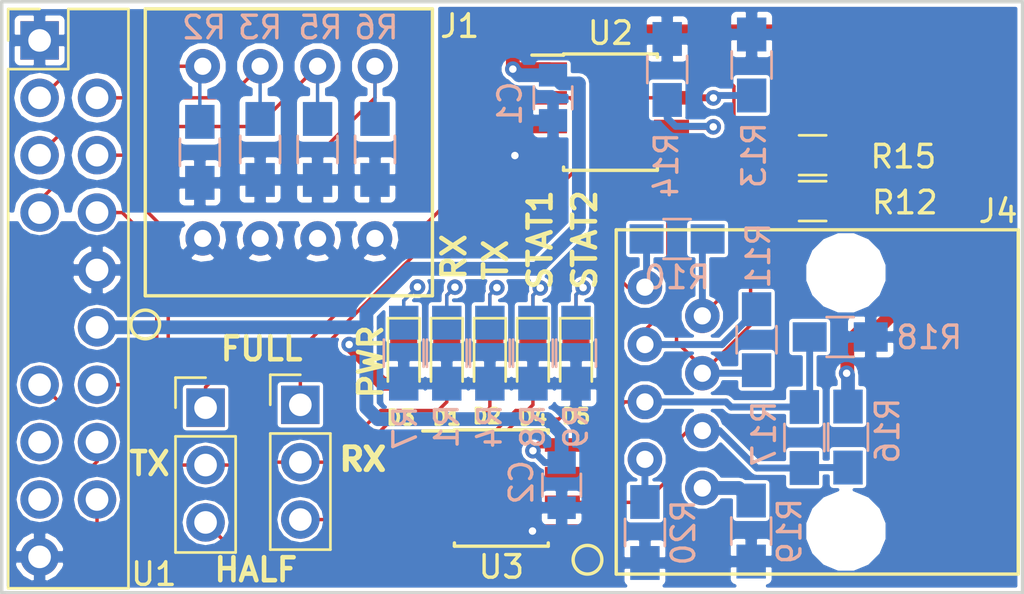
<source format=kicad_pcb>
(kicad_pcb (version 4) (host pcbnew 4.0.6)

  (general
    (links 76)
    (no_connects 0)
    (area 0 0 0 0)
    (thickness 1.6)
    (drawings 15)
    (tracks 267)
    (zones 0)
    (modules 34)
    (nets 33)
  )

  (page A4)
  (layers
    (0 F.Cu signal)
    (31 B.Cu signal)
    (32 B.Adhes user)
    (33 F.Adhes user)
    (34 B.Paste user)
    (35 F.Paste user)
    (36 B.SilkS user)
    (37 F.SilkS user)
    (38 B.Mask user)
    (39 F.Mask user)
    (40 Dwgs.User user)
    (41 Cmts.User user)
    (42 Eco1.User user hide)
    (43 Eco2.User user hide)
    (44 Edge.Cuts user)
    (45 Margin user)
    (46 B.CrtYd user)
    (47 F.CrtYd user)
    (48 B.Fab user)
    (49 F.Fab user hide)
  )

  (setup
    (last_trace_width 0.3048)
    (user_trace_width 0.3048)
    (user_trace_width 0.6096)
    (trace_clearance 0.1524)
    (zone_clearance 0.1524)
    (zone_45_only no)
    (trace_min 0.1524)
    (segment_width 0.2)
    (edge_width 0.15)
    (via_size 0.6858)
    (via_drill 0.3302)
    (via_min_size 0.6858)
    (via_min_drill 0.3302)
    (uvia_size 0.3)
    (uvia_drill 0.1)
    (uvias_allowed no)
    (uvia_min_size 0.2)
    (uvia_min_drill 0.1)
    (pcb_text_width 0.3)
    (pcb_text_size 1.016 1.016)
    (mod_edge_width 0.15)
    (mod_text_size 0.635 0.635)
    (mod_text_width 0.1524)
    (pad_size 1.524 1.524)
    (pad_drill 0.762)
    (pad_to_mask_clearance 0.2)
    (aux_axis_origin 0 0)
    (visible_elements FFFEFF7F)
    (pcbplotparams
      (layerselection 0x00030_80000001)
      (usegerberextensions false)
      (excludeedgelayer true)
      (linewidth 0.100000)
      (plotframeref false)
      (viasonmask false)
      (mode 1)
      (useauxorigin false)
      (hpglpennumber 1)
      (hpglpenspeed 20)
      (hpglpendiameter 15)
      (hpglpenoverlay 2)
      (psnegative false)
      (psa4output false)
      (plotreference true)
      (plotvalue true)
      (plotinvisibletext false)
      (padsonsilk false)
      (subtractmaskfromsilk false)
      (outputformat 1)
      (mirror false)
      (drillshape 1)
      (scaleselection 1)
      (outputdirectory ""))
  )

  (net 0 "")
  (net 1 +5V)
  (net 2 GND)
  (net 3 /RX)
  (net 4 "Net-(D1-Pad1)")
  (net 5 /TX)
  (net 6 "Net-(D2-Pad1)")
  (net 7 "Net-(D3-Pad1)")
  (net 8 "Net-(D4-Pad2)")
  (net 9 "Net-(D4-Pad1)")
  (net 10 "Net-(D5-Pad2)")
  (net 11 "Net-(D5-Pad1)")
  (net 12 /ADDR0)
  (net 13 /ADDR1)
  (net 14 /ADDR2)
  (net 15 /ADDR3)
  (net 16 /RX_FULL)
  (net 17 /RX_HALF)
  (net 18 /TX_FULL)
  (net 19 /TX_HALF)
  (net 20 /B)
  (net 21 /A)
  (net 22 /Z)
  (net 23 /Y)
  (net 24 /B_HALF)
  (net 25 /A_HALF)
  (net 26 "Net-(J4-Pad2)")
  (net 27 "Net-(J4-Pad1)")
  (net 28 /~RX_EN)
  (net 29 /TX_EN)
  (net 30 "Net-(U1-Pad15)")
  (net 31 "Net-(U1-Pad17)")
  (net 32 /3.3V)

  (net_class Default "This is the default net class."
    (clearance 0.1524)
    (trace_width 0.1524)
    (via_dia 0.6858)
    (via_drill 0.3302)
    (uvia_dia 0.3)
    (uvia_drill 0.1)
    (add_net +5V)
    (add_net /3.3V)
    (add_net /A)
    (add_net /ADDR0)
    (add_net /ADDR1)
    (add_net /ADDR2)
    (add_net /ADDR3)
    (add_net /A_HALF)
    (add_net /B)
    (add_net /B_HALF)
    (add_net /RX)
    (add_net /RX_FULL)
    (add_net /RX_HALF)
    (add_net /TX)
    (add_net /TX_EN)
    (add_net /TX_FULL)
    (add_net /TX_HALF)
    (add_net /Y)
    (add_net /Z)
    (add_net /~RX_EN)
    (add_net GND)
    (add_net "Net-(D1-Pad1)")
    (add_net "Net-(D2-Pad1)")
    (add_net "Net-(D3-Pad1)")
    (add_net "Net-(D4-Pad1)")
    (add_net "Net-(D4-Pad2)")
    (add_net "Net-(D5-Pad1)")
    (add_net "Net-(D5-Pad2)")
    (add_net "Net-(J4-Pad1)")
    (add_net "Net-(J4-Pad2)")
    (add_net "Net-(U1-Pad15)")
    (add_net "Net-(U1-Pad17)")
  )

  (module ReallySynced:54602-908LF (layer F.Cu) (tedit 592CA546) (tstamp 592C585B)
    (at 151.13 120.65 90)
    (path /592C22CF)
    (fp_text reference J4 (at 8.4455 14.351 180) (layer F.SilkS)
      (effects (font (size 1 1) (thickness 0.15)))
    )
    (fp_text value CONN_02X04 (at 0 13.97 90) (layer F.Fab)
      (effects (font (size 1 1) (thickness 0.15)))
    )
    (fp_circle (center -6.985 -3.81) (end -6.985 -3.175) (layer F.SilkS) (width 0.15))
    (fp_line (start -7.62 15.24) (end 7.62 15.24) (layer F.SilkS) (width 0.15))
    (fp_line (start 7.62 15.24) (end 7.62 -2.54) (layer F.SilkS) (width 0.15))
    (fp_line (start 7.62 -2.54) (end -7.62 -2.54) (layer F.SilkS) (width 0.15))
    (fp_line (start -7.62 15.24) (end -7.62 -2.54) (layer F.SilkS) (width 0.15))
    (pad "" np_thru_hole circle (at 5.715 7.62 90) (size 3.2 3.2) (drill 3.2) (layers *.Cu *.Mask))
    (pad 8 thru_hole circle (at 5.08 -1.27 90) (size 1.524 1.524) (drill 0.762) (layers *.Cu *.Mask)
      (net 20 /B))
    (pad 7 thru_hole circle (at 3.81 1.27 90) (size 1.524 1.524) (drill 0.762) (layers *.Cu *.Mask)
      (net 21 /A))
    (pad 6 thru_hole circle (at 2.54 -1.27 90) (size 1.524 1.524) (drill 0.762) (layers *.Cu *.Mask)
      (net 22 /Z))
    (pad 5 thru_hole circle (at 1.27 1.27 90) (size 1.524 1.524) (drill 0.762) (layers *.Cu *.Mask)
      (net 23 /Y))
    (pad 4 thru_hole circle (at 0 -1.27 90) (size 1.524 1.524) (drill 0.762) (layers *.Cu *.Mask)
      (net 24 /B_HALF))
    (pad 3 thru_hole circle (at -1.27 1.27 90) (size 1.524 1.524) (drill 0.762) (layers *.Cu *.Mask)
      (net 25 /A_HALF))
    (pad 2 thru_hole circle (at -2.54 -1.27 90) (size 1.524 1.524) (drill 0.762) (layers *.Cu *.Mask)
      (net 26 "Net-(J4-Pad2)"))
    (pad 1 thru_hole circle (at -3.81 1.27 90) (size 1.524 1.524) (drill 0.762) (layers *.Cu *.Mask)
      (net 27 "Net-(J4-Pad1)"))
    (pad "" np_thru_hole circle (at -5.715 7.62 90) (size 3.2 3.2) (drill 3.2) (layers *.Cu *.Mask))
  )

  (module Capacitors_SMD:C_0805 (layer B.Cu) (tedit 592CA5F3) (tstamp 592C5805)
    (at 145.796 107.188 270)
    (descr "Capacitor SMD 0805, reflow soldering, AVX (see smccp.pdf)")
    (tags "capacitor 0805")
    (path /592EAC9B)
    (attr smd)
    (fp_text reference C1 (at 0.254 1.905 270) (layer B.SilkS)
      (effects (font (size 1 1) (thickness 0.15)) (justify mirror))
    )
    (fp_text value .1U (at 0 -1.75 270) (layer B.Fab)
      (effects (font (size 1 1) (thickness 0.15)) (justify mirror))
    )
    (fp_text user %R (at 0 1.5 270) (layer B.Fab)
      (effects (font (size 1 1) (thickness 0.15)) (justify mirror))
    )
    (fp_line (start -1 -0.62) (end -1 0.62) (layer B.Fab) (width 0.1))
    (fp_line (start 1 -0.62) (end -1 -0.62) (layer B.Fab) (width 0.1))
    (fp_line (start 1 0.62) (end 1 -0.62) (layer B.Fab) (width 0.1))
    (fp_line (start -1 0.62) (end 1 0.62) (layer B.Fab) (width 0.1))
    (fp_line (start 0.5 0.85) (end -0.5 0.85) (layer B.SilkS) (width 0.12))
    (fp_line (start -0.5 -0.85) (end 0.5 -0.85) (layer B.SilkS) (width 0.12))
    (fp_line (start -1.75 0.88) (end 1.75 0.88) (layer B.CrtYd) (width 0.05))
    (fp_line (start -1.75 0.88) (end -1.75 -0.87) (layer B.CrtYd) (width 0.05))
    (fp_line (start 1.75 -0.87) (end 1.75 0.88) (layer B.CrtYd) (width 0.05))
    (fp_line (start 1.75 -0.87) (end -1.75 -0.87) (layer B.CrtYd) (width 0.05))
    (pad 1 smd rect (at -1 0 270) (size 1 1.25) (layers B.Cu B.Paste B.Mask)
      (net 1 +5V))
    (pad 2 smd rect (at 1 0 270) (size 1 1.25) (layers B.Cu B.Paste B.Mask)
      (net 2 GND))
    (model Capacitors_SMD.3dshapes/C_0805.wrl
      (at (xyz 0 0 0))
      (scale (xyz 1 1 1))
      (rotate (xyz 0 0 0))
    )
  )

  (module Capacitors_SMD:C_0805 (layer B.Cu) (tedit 592CA619) (tstamp 592C580B)
    (at 146.177 124.333 90)
    (descr "Capacitor SMD 0805, reflow soldering, AVX (see smccp.pdf)")
    (tags "capacitor 0805")
    (path /592EBB05)
    (attr smd)
    (fp_text reference C2 (at 0.127 -1.778 90) (layer B.SilkS)
      (effects (font (size 1 1) (thickness 0.15)) (justify mirror))
    )
    (fp_text value .1U (at 0 -1.75 90) (layer B.Fab)
      (effects (font (size 1 1) (thickness 0.15)) (justify mirror))
    )
    (fp_text user %R (at 0 1.5 90) (layer B.Fab)
      (effects (font (size 1 1) (thickness 0.15)) (justify mirror))
    )
    (fp_line (start -1 -0.62) (end -1 0.62) (layer B.Fab) (width 0.1))
    (fp_line (start 1 -0.62) (end -1 -0.62) (layer B.Fab) (width 0.1))
    (fp_line (start 1 0.62) (end 1 -0.62) (layer B.Fab) (width 0.1))
    (fp_line (start -1 0.62) (end 1 0.62) (layer B.Fab) (width 0.1))
    (fp_line (start 0.5 0.85) (end -0.5 0.85) (layer B.SilkS) (width 0.12))
    (fp_line (start -0.5 -0.85) (end 0.5 -0.85) (layer B.SilkS) (width 0.12))
    (fp_line (start -1.75 0.88) (end 1.75 0.88) (layer B.CrtYd) (width 0.05))
    (fp_line (start -1.75 0.88) (end -1.75 -0.87) (layer B.CrtYd) (width 0.05))
    (fp_line (start 1.75 -0.87) (end 1.75 0.88) (layer B.CrtYd) (width 0.05))
    (fp_line (start 1.75 -0.87) (end -1.75 -0.87) (layer B.CrtYd) (width 0.05))
    (pad 1 smd rect (at -1 0 90) (size 1 1.25) (layers B.Cu B.Paste B.Mask)
      (net 2 GND))
    (pad 2 smd rect (at 1 0 90) (size 1 1.25) (layers B.Cu B.Paste B.Mask)
      (net 1 +5V))
    (model Capacitors_SMD.3dshapes/C_0805.wrl
      (at (xyz 0 0 0))
      (scale (xyz 1 1 1))
      (rotate (xyz 0 0 0))
    )
  )

  (module LEDs:LED_0805 (layer F.Cu) (tedit 592CA52D) (tstamp 592C5811)
    (at 141.097 118.745 270)
    (descr "LED 0805 smd package")
    (tags "LED led 0805 SMD smd SMT smt smdled SMDLED smtled SMTLED")
    (path /592BA9B9)
    (attr smd)
    (fp_text reference D1 (at 2.6035 0 360) (layer F.SilkS)
      (effects (font (size 0.635 0.635) (thickness 0.15)))
    )
    (fp_text value LED (at 0 1.55 270) (layer F.Fab)
      (effects (font (size 1 1) (thickness 0.15)))
    )
    (fp_line (start -1.8 -0.7) (end -1.8 0.7) (layer F.SilkS) (width 0.12))
    (fp_line (start -0.4 -0.4) (end -0.4 0.4) (layer F.Fab) (width 0.1))
    (fp_line (start -0.4 0) (end 0.2 -0.4) (layer F.Fab) (width 0.1))
    (fp_line (start 0.2 0.4) (end -0.4 0) (layer F.Fab) (width 0.1))
    (fp_line (start 0.2 -0.4) (end 0.2 0.4) (layer F.Fab) (width 0.1))
    (fp_line (start 1 0.6) (end -1 0.6) (layer F.Fab) (width 0.1))
    (fp_line (start 1 -0.6) (end 1 0.6) (layer F.Fab) (width 0.1))
    (fp_line (start -1 -0.6) (end 1 -0.6) (layer F.Fab) (width 0.1))
    (fp_line (start -1 0.6) (end -1 -0.6) (layer F.Fab) (width 0.1))
    (fp_line (start -1.8 0.7) (end 1 0.7) (layer F.SilkS) (width 0.12))
    (fp_line (start -1.8 -0.7) (end 1 -0.7) (layer F.SilkS) (width 0.12))
    (fp_line (start 1.95 -0.85) (end 1.95 0.85) (layer F.CrtYd) (width 0.05))
    (fp_line (start 1.95 0.85) (end -1.95 0.85) (layer F.CrtYd) (width 0.05))
    (fp_line (start -1.95 0.85) (end -1.95 -0.85) (layer F.CrtYd) (width 0.05))
    (fp_line (start -1.95 -0.85) (end 1.95 -0.85) (layer F.CrtYd) (width 0.05))
    (pad 2 smd rect (at 1.1 0 90) (size 1.2 1.2) (layers F.Cu F.Paste F.Mask)
      (net 3 /RX))
    (pad 1 smd rect (at -1.1 0 90) (size 1.2 1.2) (layers F.Cu F.Paste F.Mask)
      (net 4 "Net-(D1-Pad1)"))
    (model LEDs.3dshapes/LED_0805.wrl
      (at (xyz 0 0 0))
      (scale (xyz 1 1 1))
      (rotate (xyz 0 0 180))
    )
  )

  (module LEDs:LED_0805 (layer F.Cu) (tedit 592CA515) (tstamp 592C5817)
    (at 143.002 118.745 270)
    (descr "LED 0805 smd package")
    (tags "LED led 0805 SMD smd SMT smt smdled SMDLED smtled SMTLED")
    (path /592BABA7)
    (attr smd)
    (fp_text reference D2 (at 2.54 0.127 360) (layer F.SilkS)
      (effects (font (size 0.635 0.635) (thickness 0.15)))
    )
    (fp_text value LED (at 0 1.55 270) (layer F.Fab)
      (effects (font (size 1 1) (thickness 0.15)))
    )
    (fp_line (start -1.8 -0.7) (end -1.8 0.7) (layer F.SilkS) (width 0.12))
    (fp_line (start -0.4 -0.4) (end -0.4 0.4) (layer F.Fab) (width 0.1))
    (fp_line (start -0.4 0) (end 0.2 -0.4) (layer F.Fab) (width 0.1))
    (fp_line (start 0.2 0.4) (end -0.4 0) (layer F.Fab) (width 0.1))
    (fp_line (start 0.2 -0.4) (end 0.2 0.4) (layer F.Fab) (width 0.1))
    (fp_line (start 1 0.6) (end -1 0.6) (layer F.Fab) (width 0.1))
    (fp_line (start 1 -0.6) (end 1 0.6) (layer F.Fab) (width 0.1))
    (fp_line (start -1 -0.6) (end 1 -0.6) (layer F.Fab) (width 0.1))
    (fp_line (start -1 0.6) (end -1 -0.6) (layer F.Fab) (width 0.1))
    (fp_line (start -1.8 0.7) (end 1 0.7) (layer F.SilkS) (width 0.12))
    (fp_line (start -1.8 -0.7) (end 1 -0.7) (layer F.SilkS) (width 0.12))
    (fp_line (start 1.95 -0.85) (end 1.95 0.85) (layer F.CrtYd) (width 0.05))
    (fp_line (start 1.95 0.85) (end -1.95 0.85) (layer F.CrtYd) (width 0.05))
    (fp_line (start -1.95 0.85) (end -1.95 -0.85) (layer F.CrtYd) (width 0.05))
    (fp_line (start -1.95 -0.85) (end 1.95 -0.85) (layer F.CrtYd) (width 0.05))
    (pad 2 smd rect (at 1.1 0 90) (size 1.2 1.2) (layers F.Cu F.Paste F.Mask)
      (net 5 /TX))
    (pad 1 smd rect (at -1.1 0 90) (size 1.2 1.2) (layers F.Cu F.Paste F.Mask)
      (net 6 "Net-(D2-Pad1)"))
    (model LEDs.3dshapes/LED_0805.wrl
      (at (xyz 0 0 0))
      (scale (xyz 1 1 1))
      (rotate (xyz 0 0 180))
    )
  )

  (module LEDs:LED_0805 (layer F.Cu) (tedit 592CA527) (tstamp 592C581D)
    (at 139.192 118.745 270)
    (descr "LED 0805 smd package")
    (tags "LED led 0805 SMD smd SMT smt smdled SMDLED smtled SMTLED")
    (path /592BA0D5)
    (attr smd)
    (fp_text reference D3 (at 2.6035 0.127 360) (layer F.SilkS)
      (effects (font (size 0.635 0.635) (thickness 0.15)))
    )
    (fp_text value LED (at 0 1.55 270) (layer F.Fab)
      (effects (font (size 1 1) (thickness 0.15)))
    )
    (fp_line (start -1.8 -0.7) (end -1.8 0.7) (layer F.SilkS) (width 0.12))
    (fp_line (start -0.4 -0.4) (end -0.4 0.4) (layer F.Fab) (width 0.1))
    (fp_line (start -0.4 0) (end 0.2 -0.4) (layer F.Fab) (width 0.1))
    (fp_line (start 0.2 0.4) (end -0.4 0) (layer F.Fab) (width 0.1))
    (fp_line (start 0.2 -0.4) (end 0.2 0.4) (layer F.Fab) (width 0.1))
    (fp_line (start 1 0.6) (end -1 0.6) (layer F.Fab) (width 0.1))
    (fp_line (start 1 -0.6) (end 1 0.6) (layer F.Fab) (width 0.1))
    (fp_line (start -1 -0.6) (end 1 -0.6) (layer F.Fab) (width 0.1))
    (fp_line (start -1 0.6) (end -1 -0.6) (layer F.Fab) (width 0.1))
    (fp_line (start -1.8 0.7) (end 1 0.7) (layer F.SilkS) (width 0.12))
    (fp_line (start -1.8 -0.7) (end 1 -0.7) (layer F.SilkS) (width 0.12))
    (fp_line (start 1.95 -0.85) (end 1.95 0.85) (layer F.CrtYd) (width 0.05))
    (fp_line (start 1.95 0.85) (end -1.95 0.85) (layer F.CrtYd) (width 0.05))
    (fp_line (start -1.95 0.85) (end -1.95 -0.85) (layer F.CrtYd) (width 0.05))
    (fp_line (start -1.95 -0.85) (end 1.95 -0.85) (layer F.CrtYd) (width 0.05))
    (pad 2 smd rect (at 1.1 0 90) (size 1.2 1.2) (layers F.Cu F.Paste F.Mask)
      (net 1 +5V))
    (pad 1 smd rect (at -1.1 0 90) (size 1.2 1.2) (layers F.Cu F.Paste F.Mask)
      (net 7 "Net-(D3-Pad1)"))
    (model LEDs.3dshapes/LED_0805.wrl
      (at (xyz 0 0 0))
      (scale (xyz 1 1 1))
      (rotate (xyz 0 0 180))
    )
  )

  (module LEDs:LED_0805 (layer F.Cu) (tedit 592CA53B) (tstamp 592C5823)
    (at 144.907 118.745 270)
    (descr "LED 0805 smd package")
    (tags "LED led 0805 SMD smd SMT smt smdled SMDLED smtled SMTLED")
    (path /592E6FC9)
    (attr smd)
    (fp_text reference D4 (at 2.6035 0 360) (layer F.SilkS)
      (effects (font (size 0.635 0.635) (thickness 0.15)))
    )
    (fp_text value LED (at 0 1.55 270) (layer F.Fab)
      (effects (font (size 1 1) (thickness 0.15)))
    )
    (fp_line (start -1.8 -0.7) (end -1.8 0.7) (layer F.SilkS) (width 0.12))
    (fp_line (start -0.4 -0.4) (end -0.4 0.4) (layer F.Fab) (width 0.1))
    (fp_line (start -0.4 0) (end 0.2 -0.4) (layer F.Fab) (width 0.1))
    (fp_line (start 0.2 0.4) (end -0.4 0) (layer F.Fab) (width 0.1))
    (fp_line (start 0.2 -0.4) (end 0.2 0.4) (layer F.Fab) (width 0.1))
    (fp_line (start 1 0.6) (end -1 0.6) (layer F.Fab) (width 0.1))
    (fp_line (start 1 -0.6) (end 1 0.6) (layer F.Fab) (width 0.1))
    (fp_line (start -1 -0.6) (end 1 -0.6) (layer F.Fab) (width 0.1))
    (fp_line (start -1 0.6) (end -1 -0.6) (layer F.Fab) (width 0.1))
    (fp_line (start -1.8 0.7) (end 1 0.7) (layer F.SilkS) (width 0.12))
    (fp_line (start -1.8 -0.7) (end 1 -0.7) (layer F.SilkS) (width 0.12))
    (fp_line (start 1.95 -0.85) (end 1.95 0.85) (layer F.CrtYd) (width 0.05))
    (fp_line (start 1.95 0.85) (end -1.95 0.85) (layer F.CrtYd) (width 0.05))
    (fp_line (start -1.95 0.85) (end -1.95 -0.85) (layer F.CrtYd) (width 0.05))
    (fp_line (start -1.95 -0.85) (end 1.95 -0.85) (layer F.CrtYd) (width 0.05))
    (pad 2 smd rect (at 1.1 0 90) (size 1.2 1.2) (layers F.Cu F.Paste F.Mask)
      (net 8 "Net-(D4-Pad2)"))
    (pad 1 smd rect (at -1.1 0 90) (size 1.2 1.2) (layers F.Cu F.Paste F.Mask)
      (net 9 "Net-(D4-Pad1)"))
    (model LEDs.3dshapes/LED_0805.wrl
      (at (xyz 0 0 0))
      (scale (xyz 1 1 1))
      (rotate (xyz 0 0 180))
    )
  )

  (module LEDs:LED_0805 (layer F.Cu) (tedit 592CA541) (tstamp 592C5829)
    (at 146.812 118.745 270)
    (descr "LED 0805 smd package")
    (tags "LED led 0805 SMD smd SMT smt smdled SMDLED smtled SMTLED")
    (path /592E6FDB)
    (attr smd)
    (fp_text reference D5 (at 2.54 0 360) (layer F.SilkS)
      (effects (font (size 0.635 0.635) (thickness 0.15)))
    )
    (fp_text value LED (at 0 1.55 270) (layer F.Fab)
      (effects (font (size 1 1) (thickness 0.15)))
    )
    (fp_line (start -1.8 -0.7) (end -1.8 0.7) (layer F.SilkS) (width 0.12))
    (fp_line (start -0.4 -0.4) (end -0.4 0.4) (layer F.Fab) (width 0.1))
    (fp_line (start -0.4 0) (end 0.2 -0.4) (layer F.Fab) (width 0.1))
    (fp_line (start 0.2 0.4) (end -0.4 0) (layer F.Fab) (width 0.1))
    (fp_line (start 0.2 -0.4) (end 0.2 0.4) (layer F.Fab) (width 0.1))
    (fp_line (start 1 0.6) (end -1 0.6) (layer F.Fab) (width 0.1))
    (fp_line (start 1 -0.6) (end 1 0.6) (layer F.Fab) (width 0.1))
    (fp_line (start -1 -0.6) (end 1 -0.6) (layer F.Fab) (width 0.1))
    (fp_line (start -1 0.6) (end -1 -0.6) (layer F.Fab) (width 0.1))
    (fp_line (start -1.8 0.7) (end 1 0.7) (layer F.SilkS) (width 0.12))
    (fp_line (start -1.8 -0.7) (end 1 -0.7) (layer F.SilkS) (width 0.12))
    (fp_line (start 1.95 -0.85) (end 1.95 0.85) (layer F.CrtYd) (width 0.05))
    (fp_line (start 1.95 0.85) (end -1.95 0.85) (layer F.CrtYd) (width 0.05))
    (fp_line (start -1.95 0.85) (end -1.95 -0.85) (layer F.CrtYd) (width 0.05))
    (fp_line (start -1.95 -0.85) (end 1.95 -0.85) (layer F.CrtYd) (width 0.05))
    (pad 2 smd rect (at 1.1 0 90) (size 1.2 1.2) (layers F.Cu F.Paste F.Mask)
      (net 10 "Net-(D5-Pad2)"))
    (pad 1 smd rect (at -1.1 0 90) (size 1.2 1.2) (layers F.Cu F.Paste F.Mask)
      (net 11 "Net-(D5-Pad1)"))
    (model LEDs.3dshapes/LED_0805.wrl
      (at (xyz 0 0 0))
      (scale (xyz 1 1 1))
      (rotate (xyz 0 0 180))
    )
  )

  (module ReallySynced:195-4MST (layer F.Cu) (tedit 592CA5B8) (tstamp 592C583A)
    (at 134.112 109.601)
    (path /592BE89C)
    (fp_text reference J1 (at 7.5565 -5.588) (layer F.SilkS)
      (effects (font (size 1 1) (thickness 0.15)))
    )
    (fp_text value CONN_02X04 (at 0 7.62) (layer F.Fab)
      (effects (font (size 1 1) (thickness 0.15)))
    )
    (fp_circle (center -6.35 7.62) (end -6.35 8.255) (layer F.SilkS) (width 0.15))
    (fp_line (start -6.35 6.35) (end -6.35 -6.35) (layer F.SilkS) (width 0.15))
    (fp_line (start -6.35 -6.35) (end 6.35 -6.35) (layer F.SilkS) (width 0.15))
    (fp_line (start 6.35 -6.35) (end 6.35 6.35) (layer F.SilkS) (width 0.15))
    (fp_line (start 6.35 6.35) (end -6.35 6.35) (layer F.SilkS) (width 0.15))
    (pad 1 thru_hole circle (at -3.81 3.81) (size 1.524 1.524) (drill 0.762) (layers *.Cu *.Mask)
      (net 2 GND))
    (pad 2 thru_hole circle (at -3.81 -3.81) (size 1.524 1.524) (drill 0.762) (layers *.Cu *.Mask)
      (net 12 /ADDR0))
    (pad 3 thru_hole circle (at -1.27 3.81) (size 1.524 1.524) (drill 0.762) (layers *.Cu *.Mask)
      (net 2 GND))
    (pad 4 thru_hole circle (at -1.27 -3.81) (size 1.524 1.524) (drill 0.762) (layers *.Cu *.Mask)
      (net 13 /ADDR1))
    (pad 5 thru_hole circle (at 1.27 3.81) (size 1.524 1.524) (drill 0.762) (layers *.Cu *.Mask)
      (net 2 GND))
    (pad 6 thru_hole circle (at 1.27 -3.81) (size 1.524 1.524) (drill 0.762) (layers *.Cu *.Mask)
      (net 14 /ADDR2))
    (pad 7 thru_hole circle (at 3.81 3.81) (size 1.524 1.524) (drill 0.762) (layers *.Cu *.Mask)
      (net 2 GND))
    (pad 8 thru_hole circle (at 3.81 -3.81) (size 1.524 1.524) (drill 0.762) (layers *.Cu *.Mask)
      (net 15 /ADDR3))
  )

  (module Pin_Headers:Pin_Header_Straight_1x03_Pitch2.54mm (layer F.Cu) (tedit 592CA3F1) (tstamp 592C5841)
    (at 134.62 120.777)
    (descr "Through hole straight pin header, 1x03, 2.54mm pitch, single row")
    (tags "Through hole pin header THT 1x03 2.54mm single row")
    (path /592D0693)
    (fp_text reference J2 (at 0 -2.33) (layer F.SilkS) hide
      (effects (font (size 1 1) (thickness 0.15)))
    )
    (fp_text value CONN_01X03 (at 0 7.41) (layer F.Fab)
      (effects (font (size 1 1) (thickness 0.15)))
    )
    (fp_line (start -1.27 -1.27) (end -1.27 6.35) (layer F.Fab) (width 0.1))
    (fp_line (start -1.27 6.35) (end 1.27 6.35) (layer F.Fab) (width 0.1))
    (fp_line (start 1.27 6.35) (end 1.27 -1.27) (layer F.Fab) (width 0.1))
    (fp_line (start 1.27 -1.27) (end -1.27 -1.27) (layer F.Fab) (width 0.1))
    (fp_line (start -1.33 1.27) (end -1.33 6.41) (layer F.SilkS) (width 0.12))
    (fp_line (start -1.33 6.41) (end 1.33 6.41) (layer F.SilkS) (width 0.12))
    (fp_line (start 1.33 6.41) (end 1.33 1.27) (layer F.SilkS) (width 0.12))
    (fp_line (start 1.33 1.27) (end -1.33 1.27) (layer F.SilkS) (width 0.12))
    (fp_line (start -1.33 0) (end -1.33 -1.33) (layer F.SilkS) (width 0.12))
    (fp_line (start -1.33 -1.33) (end 0 -1.33) (layer F.SilkS) (width 0.12))
    (fp_line (start -1.8 -1.8) (end -1.8 6.85) (layer F.CrtYd) (width 0.05))
    (fp_line (start -1.8 6.85) (end 1.8 6.85) (layer F.CrtYd) (width 0.05))
    (fp_line (start 1.8 6.85) (end 1.8 -1.8) (layer F.CrtYd) (width 0.05))
    (fp_line (start 1.8 -1.8) (end -1.8 -1.8) (layer F.CrtYd) (width 0.05))
    (fp_text user %R (at 0 -2.33) (layer F.Fab) hide
      (effects (font (size 1 1) (thickness 0.15)))
    )
    (pad 1 thru_hole rect (at 0 0) (size 1.7 1.7) (drill 1) (layers *.Cu *.Mask)
      (net 16 /RX_FULL))
    (pad 2 thru_hole oval (at 0 2.54) (size 1.7 1.7) (drill 1) (layers *.Cu *.Mask)
      (net 3 /RX))
    (pad 3 thru_hole oval (at 0 5.08) (size 1.7 1.7) (drill 1) (layers *.Cu *.Mask)
      (net 17 /RX_HALF))
    (model ${KISYS3DMOD}/Pin_Headers.3dshapes/Pin_Header_Straight_1x03_Pitch2.54mm.wrl
      (at (xyz 0 -0.1 0))
      (scale (xyz 1 1 1))
      (rotate (xyz 0 0 90))
    )
  )

  (module Pin_Headers:Pin_Header_Straight_1x03_Pitch2.54mm (layer F.Cu) (tedit 592CA3E9) (tstamp 592C5848)
    (at 130.429 120.904)
    (descr "Through hole straight pin header, 1x03, 2.54mm pitch, single row")
    (tags "Through hole pin header THT 1x03 2.54mm single row")
    (path /592CFD2A)
    (fp_text reference J3 (at 0 -2.33) (layer F.SilkS) hide
      (effects (font (size 1 1) (thickness 0.15)))
    )
    (fp_text value CONN_01X03 (at 0 7.41) (layer F.Fab)
      (effects (font (size 1 1) (thickness 0.15)))
    )
    (fp_line (start -1.27 -1.27) (end -1.27 6.35) (layer F.Fab) (width 0.1))
    (fp_line (start -1.27 6.35) (end 1.27 6.35) (layer F.Fab) (width 0.1))
    (fp_line (start 1.27 6.35) (end 1.27 -1.27) (layer F.Fab) (width 0.1))
    (fp_line (start 1.27 -1.27) (end -1.27 -1.27) (layer F.Fab) (width 0.1))
    (fp_line (start -1.33 1.27) (end -1.33 6.41) (layer F.SilkS) (width 0.12))
    (fp_line (start -1.33 6.41) (end 1.33 6.41) (layer F.SilkS) (width 0.12))
    (fp_line (start 1.33 6.41) (end 1.33 1.27) (layer F.SilkS) (width 0.12))
    (fp_line (start 1.33 1.27) (end -1.33 1.27) (layer F.SilkS) (width 0.12))
    (fp_line (start -1.33 0) (end -1.33 -1.33) (layer F.SilkS) (width 0.12))
    (fp_line (start -1.33 -1.33) (end 0 -1.33) (layer F.SilkS) (width 0.12))
    (fp_line (start -1.8 -1.8) (end -1.8 6.85) (layer F.CrtYd) (width 0.05))
    (fp_line (start -1.8 6.85) (end 1.8 6.85) (layer F.CrtYd) (width 0.05))
    (fp_line (start 1.8 6.85) (end 1.8 -1.8) (layer F.CrtYd) (width 0.05))
    (fp_line (start 1.8 -1.8) (end -1.8 -1.8) (layer F.CrtYd) (width 0.05))
    (fp_text user %R (at 0 -2.33) (layer F.Fab) hide
      (effects (font (size 1 1) (thickness 0.15)))
    )
    (pad 1 thru_hole rect (at 0 0) (size 1.7 1.7) (drill 1) (layers *.Cu *.Mask)
      (net 18 /TX_FULL))
    (pad 2 thru_hole oval (at 0 2.54) (size 1.7 1.7) (drill 1) (layers *.Cu *.Mask)
      (net 5 /TX))
    (pad 3 thru_hole oval (at 0 5.08) (size 1.7 1.7) (drill 1) (layers *.Cu *.Mask)
      (net 19 /TX_HALF))
    (model ${KISYS3DMOD}/Pin_Headers.3dshapes/Pin_Header_Straight_1x03_Pitch2.54mm.wrl
      (at (xyz 0 -0.1 0))
      (scale (xyz 1 1 1))
      (rotate (xyz 0 0 90))
    )
  )

  (module Resistors_SMD:R_0805_HandSoldering (layer B.Cu) (tedit 592CA629) (tstamp 592C5861)
    (at 141.097 118.491 270)
    (descr "Resistor SMD 0805, hand soldering")
    (tags "resistor 0805")
    (path /592BA9BF)
    (attr smd)
    (fp_text reference R1 (at 3.2385 0 270) (layer B.SilkS)
      (effects (font (size 1 1) (thickness 0.15)) (justify mirror))
    )
    (fp_text value 220 (at 0 -1.75 270) (layer B.Fab)
      (effects (font (size 1 1) (thickness 0.15)) (justify mirror))
    )
    (fp_text user %R (at 0 0 270) (layer B.Fab)
      (effects (font (size 0.5 0.5) (thickness 0.075)) (justify mirror))
    )
    (fp_line (start -1 -0.62) (end -1 0.62) (layer B.Fab) (width 0.1))
    (fp_line (start 1 -0.62) (end -1 -0.62) (layer B.Fab) (width 0.1))
    (fp_line (start 1 0.62) (end 1 -0.62) (layer B.Fab) (width 0.1))
    (fp_line (start -1 0.62) (end 1 0.62) (layer B.Fab) (width 0.1))
    (fp_line (start 0.6 -0.88) (end -0.6 -0.88) (layer B.SilkS) (width 0.12))
    (fp_line (start -0.6 0.88) (end 0.6 0.88) (layer B.SilkS) (width 0.12))
    (fp_line (start -2.35 0.9) (end 2.35 0.9) (layer B.CrtYd) (width 0.05))
    (fp_line (start -2.35 0.9) (end -2.35 -0.9) (layer B.CrtYd) (width 0.05))
    (fp_line (start 2.35 -0.9) (end 2.35 0.9) (layer B.CrtYd) (width 0.05))
    (fp_line (start 2.35 -0.9) (end -2.35 -0.9) (layer B.CrtYd) (width 0.05))
    (pad 1 smd rect (at -1.35 0 270) (size 1.5 1.3) (layers B.Cu B.Paste B.Mask)
      (net 4 "Net-(D1-Pad1)"))
    (pad 2 smd rect (at 1.35 0 270) (size 1.5 1.3) (layers B.Cu B.Paste B.Mask)
      (net 2 GND))
    (model ${KISYS3DMOD}/Resistors_SMD.3dshapes/R_0805.wrl
      (at (xyz 0 0 0))
      (scale (xyz 1 1 1))
      (rotate (xyz 0 0 0))
    )
  )

  (module Resistors_SMD:R_0805_HandSoldering (layer B.Cu) (tedit 592CA650) (tstamp 592C5867)
    (at 130.175 109.601 90)
    (descr "Resistor SMD 0805, hand soldering")
    (tags "resistor 0805")
    (path /592BF77A)
    (attr smd)
    (fp_text reference R2 (at 5.5245 0.1905 180) (layer B.SilkS)
      (effects (font (size 1 1) (thickness 0.15)) (justify mirror))
    )
    (fp_text value 5K (at 0 -1.75 90) (layer B.Fab)
      (effects (font (size 1 1) (thickness 0.15)) (justify mirror))
    )
    (fp_text user %R (at 0 0 90) (layer B.Fab)
      (effects (font (size 0.5 0.5) (thickness 0.075)) (justify mirror))
    )
    (fp_line (start -1 -0.62) (end -1 0.62) (layer B.Fab) (width 0.1))
    (fp_line (start 1 -0.62) (end -1 -0.62) (layer B.Fab) (width 0.1))
    (fp_line (start 1 0.62) (end 1 -0.62) (layer B.Fab) (width 0.1))
    (fp_line (start -1 0.62) (end 1 0.62) (layer B.Fab) (width 0.1))
    (fp_line (start 0.6 -0.88) (end -0.6 -0.88) (layer B.SilkS) (width 0.12))
    (fp_line (start -0.6 0.88) (end 0.6 0.88) (layer B.SilkS) (width 0.12))
    (fp_line (start -2.35 0.9) (end 2.35 0.9) (layer B.CrtYd) (width 0.05))
    (fp_line (start -2.35 0.9) (end -2.35 -0.9) (layer B.CrtYd) (width 0.05))
    (fp_line (start 2.35 -0.9) (end 2.35 0.9) (layer B.CrtYd) (width 0.05))
    (fp_line (start 2.35 -0.9) (end -2.35 -0.9) (layer B.CrtYd) (width 0.05))
    (pad 1 smd rect (at -1.35 0 90) (size 1.5 1.3) (layers B.Cu B.Paste B.Mask)
      (net 32 /3.3V))
    (pad 2 smd rect (at 1.35 0 90) (size 1.5 1.3) (layers B.Cu B.Paste B.Mask)
      (net 12 /ADDR0))
    (model ${KISYS3DMOD}/Resistors_SMD.3dshapes/R_0805.wrl
      (at (xyz 0 0 0))
      (scale (xyz 1 1 1))
      (rotate (xyz 0 0 0))
    )
  )

  (module Resistors_SMD:R_0805_HandSoldering (layer B.Cu) (tedit 592CA64B) (tstamp 592C586D)
    (at 132.842 109.474 90)
    (descr "Resistor SMD 0805, hand soldering")
    (tags "resistor 0805")
    (path /592BEDC1)
    (attr smd)
    (fp_text reference R3 (at 5.3975 0 180) (layer B.SilkS)
      (effects (font (size 1 1) (thickness 0.15)) (justify mirror))
    )
    (fp_text value 5K (at 0 -1.75 90) (layer B.Fab)
      (effects (font (size 1 1) (thickness 0.15)) (justify mirror))
    )
    (fp_text user %R (at 0 0 90) (layer B.Fab)
      (effects (font (size 0.5 0.5) (thickness 0.075)) (justify mirror))
    )
    (fp_line (start -1 -0.62) (end -1 0.62) (layer B.Fab) (width 0.1))
    (fp_line (start 1 -0.62) (end -1 -0.62) (layer B.Fab) (width 0.1))
    (fp_line (start 1 0.62) (end 1 -0.62) (layer B.Fab) (width 0.1))
    (fp_line (start -1 0.62) (end 1 0.62) (layer B.Fab) (width 0.1))
    (fp_line (start 0.6 -0.88) (end -0.6 -0.88) (layer B.SilkS) (width 0.12))
    (fp_line (start -0.6 0.88) (end 0.6 0.88) (layer B.SilkS) (width 0.12))
    (fp_line (start -2.35 0.9) (end 2.35 0.9) (layer B.CrtYd) (width 0.05))
    (fp_line (start -2.35 0.9) (end -2.35 -0.9) (layer B.CrtYd) (width 0.05))
    (fp_line (start 2.35 -0.9) (end 2.35 0.9) (layer B.CrtYd) (width 0.05))
    (fp_line (start 2.35 -0.9) (end -2.35 -0.9) (layer B.CrtYd) (width 0.05))
    (pad 1 smd rect (at -1.35 0 90) (size 1.5 1.3) (layers B.Cu B.Paste B.Mask)
      (net 32 /3.3V))
    (pad 2 smd rect (at 1.35 0 90) (size 1.5 1.3) (layers B.Cu B.Paste B.Mask)
      (net 13 /ADDR1))
    (model ${KISYS3DMOD}/Resistors_SMD.3dshapes/R_0805.wrl
      (at (xyz 0 0 0))
      (scale (xyz 1 1 1))
      (rotate (xyz 0 0 0))
    )
  )

  (module Resistors_SMD:R_0805_HandSoldering (layer B.Cu) (tedit 592CA630) (tstamp 592C5873)
    (at 143.002 118.491 270)
    (descr "Resistor SMD 0805, hand soldering")
    (tags "resistor 0805")
    (path /592BABAD)
    (attr smd)
    (fp_text reference R4 (at 3.2385 0 270) (layer B.SilkS)
      (effects (font (size 1 1) (thickness 0.15)) (justify mirror))
    )
    (fp_text value 220 (at 0 -1.75 270) (layer B.Fab)
      (effects (font (size 1 1) (thickness 0.15)) (justify mirror))
    )
    (fp_text user %R (at 0 0 270) (layer B.Fab)
      (effects (font (size 0.5 0.5) (thickness 0.075)) (justify mirror))
    )
    (fp_line (start -1 -0.62) (end -1 0.62) (layer B.Fab) (width 0.1))
    (fp_line (start 1 -0.62) (end -1 -0.62) (layer B.Fab) (width 0.1))
    (fp_line (start 1 0.62) (end 1 -0.62) (layer B.Fab) (width 0.1))
    (fp_line (start -1 0.62) (end 1 0.62) (layer B.Fab) (width 0.1))
    (fp_line (start 0.6 -0.88) (end -0.6 -0.88) (layer B.SilkS) (width 0.12))
    (fp_line (start -0.6 0.88) (end 0.6 0.88) (layer B.SilkS) (width 0.12))
    (fp_line (start -2.35 0.9) (end 2.35 0.9) (layer B.CrtYd) (width 0.05))
    (fp_line (start -2.35 0.9) (end -2.35 -0.9) (layer B.CrtYd) (width 0.05))
    (fp_line (start 2.35 -0.9) (end 2.35 0.9) (layer B.CrtYd) (width 0.05))
    (fp_line (start 2.35 -0.9) (end -2.35 -0.9) (layer B.CrtYd) (width 0.05))
    (pad 1 smd rect (at -1.35 0 270) (size 1.5 1.3) (layers B.Cu B.Paste B.Mask)
      (net 6 "Net-(D2-Pad1)"))
    (pad 2 smd rect (at 1.35 0 270) (size 1.5 1.3) (layers B.Cu B.Paste B.Mask)
      (net 2 GND))
    (model ${KISYS3DMOD}/Resistors_SMD.3dshapes/R_0805.wrl
      (at (xyz 0 0 0))
      (scale (xyz 1 1 1))
      (rotate (xyz 0 0 0))
    )
  )

  (module Resistors_SMD:R_0805_HandSoldering (layer B.Cu) (tedit 592CA655) (tstamp 592C5879)
    (at 135.382 109.474 90)
    (descr "Resistor SMD 0805, hand soldering")
    (tags "resistor 0805")
    (path /592BF9A5)
    (attr smd)
    (fp_text reference R5 (at 5.3975 0.127 180) (layer B.SilkS)
      (effects (font (size 1 1) (thickness 0.15)) (justify mirror))
    )
    (fp_text value 5K (at 0 -1.75 90) (layer B.Fab)
      (effects (font (size 1 1) (thickness 0.15)) (justify mirror))
    )
    (fp_text user %R (at 0 0 90) (layer B.Fab)
      (effects (font (size 0.5 0.5) (thickness 0.075)) (justify mirror))
    )
    (fp_line (start -1 -0.62) (end -1 0.62) (layer B.Fab) (width 0.1))
    (fp_line (start 1 -0.62) (end -1 -0.62) (layer B.Fab) (width 0.1))
    (fp_line (start 1 0.62) (end 1 -0.62) (layer B.Fab) (width 0.1))
    (fp_line (start -1 0.62) (end 1 0.62) (layer B.Fab) (width 0.1))
    (fp_line (start 0.6 -0.88) (end -0.6 -0.88) (layer B.SilkS) (width 0.12))
    (fp_line (start -0.6 0.88) (end 0.6 0.88) (layer B.SilkS) (width 0.12))
    (fp_line (start -2.35 0.9) (end 2.35 0.9) (layer B.CrtYd) (width 0.05))
    (fp_line (start -2.35 0.9) (end -2.35 -0.9) (layer B.CrtYd) (width 0.05))
    (fp_line (start 2.35 -0.9) (end 2.35 0.9) (layer B.CrtYd) (width 0.05))
    (fp_line (start 2.35 -0.9) (end -2.35 -0.9) (layer B.CrtYd) (width 0.05))
    (pad 1 smd rect (at -1.35 0 90) (size 1.5 1.3) (layers B.Cu B.Paste B.Mask)
      (net 32 /3.3V))
    (pad 2 smd rect (at 1.35 0 90) (size 1.5 1.3) (layers B.Cu B.Paste B.Mask)
      (net 14 /ADDR2))
    (model ${KISYS3DMOD}/Resistors_SMD.3dshapes/R_0805.wrl
      (at (xyz 0 0 0))
      (scale (xyz 1 1 1))
      (rotate (xyz 0 0 0))
    )
  )

  (module Resistors_SMD:R_0805_HandSoldering (layer B.Cu) (tedit 592CA659) (tstamp 592C587F)
    (at 137.922 109.474 90)
    (descr "Resistor SMD 0805, hand soldering")
    (tags "resistor 0805")
    (path /592BF9F5)
    (attr smd)
    (fp_text reference R6 (at 5.3975 0.0635 180) (layer B.SilkS)
      (effects (font (size 1 1) (thickness 0.15)) (justify mirror))
    )
    (fp_text value 5K (at 0 -1.75 90) (layer B.Fab)
      (effects (font (size 1 1) (thickness 0.15)) (justify mirror))
    )
    (fp_text user %R (at 0 0 90) (layer B.Fab)
      (effects (font (size 0.5 0.5) (thickness 0.075)) (justify mirror))
    )
    (fp_line (start -1 -0.62) (end -1 0.62) (layer B.Fab) (width 0.1))
    (fp_line (start 1 -0.62) (end -1 -0.62) (layer B.Fab) (width 0.1))
    (fp_line (start 1 0.62) (end 1 -0.62) (layer B.Fab) (width 0.1))
    (fp_line (start -1 0.62) (end 1 0.62) (layer B.Fab) (width 0.1))
    (fp_line (start 0.6 -0.88) (end -0.6 -0.88) (layer B.SilkS) (width 0.12))
    (fp_line (start -0.6 0.88) (end 0.6 0.88) (layer B.SilkS) (width 0.12))
    (fp_line (start -2.35 0.9) (end 2.35 0.9) (layer B.CrtYd) (width 0.05))
    (fp_line (start -2.35 0.9) (end -2.35 -0.9) (layer B.CrtYd) (width 0.05))
    (fp_line (start 2.35 -0.9) (end 2.35 0.9) (layer B.CrtYd) (width 0.05))
    (fp_line (start 2.35 -0.9) (end -2.35 -0.9) (layer B.CrtYd) (width 0.05))
    (pad 1 smd rect (at -1.35 0 90) (size 1.5 1.3) (layers B.Cu B.Paste B.Mask)
      (net 32 /3.3V))
    (pad 2 smd rect (at 1.35 0 90) (size 1.5 1.3) (layers B.Cu B.Paste B.Mask)
      (net 15 /ADDR3))
    (model ${KISYS3DMOD}/Resistors_SMD.3dshapes/R_0805.wrl
      (at (xyz 0 0 0))
      (scale (xyz 1 1 1))
      (rotate (xyz 0 0 0))
    )
  )

  (module Resistors_SMD:R_0805_HandSoldering (layer B.Cu) (tedit 592CA622) (tstamp 592C5885)
    (at 139.192 118.491 270)
    (descr "Resistor SMD 0805, hand soldering")
    (tags "resistor 0805")
    (path /592BA21D)
    (attr smd)
    (fp_text reference R7 (at 3.302 -0.0635 270) (layer B.SilkS)
      (effects (font (size 1 1) (thickness 0.15)) (justify mirror))
    )
    (fp_text value 220 (at 0 -1.75 270) (layer B.Fab)
      (effects (font (size 1 1) (thickness 0.15)) (justify mirror))
    )
    (fp_text user %R (at 0 0 270) (layer B.Fab)
      (effects (font (size 0.5 0.5) (thickness 0.075)) (justify mirror))
    )
    (fp_line (start -1 -0.62) (end -1 0.62) (layer B.Fab) (width 0.1))
    (fp_line (start 1 -0.62) (end -1 -0.62) (layer B.Fab) (width 0.1))
    (fp_line (start 1 0.62) (end 1 -0.62) (layer B.Fab) (width 0.1))
    (fp_line (start -1 0.62) (end 1 0.62) (layer B.Fab) (width 0.1))
    (fp_line (start 0.6 -0.88) (end -0.6 -0.88) (layer B.SilkS) (width 0.12))
    (fp_line (start -0.6 0.88) (end 0.6 0.88) (layer B.SilkS) (width 0.12))
    (fp_line (start -2.35 0.9) (end 2.35 0.9) (layer B.CrtYd) (width 0.05))
    (fp_line (start -2.35 0.9) (end -2.35 -0.9) (layer B.CrtYd) (width 0.05))
    (fp_line (start 2.35 -0.9) (end 2.35 0.9) (layer B.CrtYd) (width 0.05))
    (fp_line (start 2.35 -0.9) (end -2.35 -0.9) (layer B.CrtYd) (width 0.05))
    (pad 1 smd rect (at -1.35 0 270) (size 1.5 1.3) (layers B.Cu B.Paste B.Mask)
      (net 7 "Net-(D3-Pad1)"))
    (pad 2 smd rect (at 1.35 0 270) (size 1.5 1.3) (layers B.Cu B.Paste B.Mask)
      (net 2 GND))
    (model ${KISYS3DMOD}/Resistors_SMD.3dshapes/R_0805.wrl
      (at (xyz 0 0 0))
      (scale (xyz 1 1 1))
      (rotate (xyz 0 0 0))
    )
  )

  (module Resistors_SMD:R_0805_HandSoldering (layer B.Cu) (tedit 592CA636) (tstamp 592C588B)
    (at 144.907 118.491 270)
    (descr "Resistor SMD 0805, hand soldering")
    (tags "resistor 0805")
    (path /592E6FCF)
    (attr smd)
    (fp_text reference R8 (at 3.2385 0 270) (layer B.SilkS)
      (effects (font (size 1 1) (thickness 0.15)) (justify mirror))
    )
    (fp_text value 220 (at 0 -1.75 270) (layer B.Fab)
      (effects (font (size 1 1) (thickness 0.15)) (justify mirror))
    )
    (fp_text user %R (at 0 0 270) (layer B.Fab)
      (effects (font (size 0.5 0.5) (thickness 0.075)) (justify mirror))
    )
    (fp_line (start -1 -0.62) (end -1 0.62) (layer B.Fab) (width 0.1))
    (fp_line (start 1 -0.62) (end -1 -0.62) (layer B.Fab) (width 0.1))
    (fp_line (start 1 0.62) (end 1 -0.62) (layer B.Fab) (width 0.1))
    (fp_line (start -1 0.62) (end 1 0.62) (layer B.Fab) (width 0.1))
    (fp_line (start 0.6 -0.88) (end -0.6 -0.88) (layer B.SilkS) (width 0.12))
    (fp_line (start -0.6 0.88) (end 0.6 0.88) (layer B.SilkS) (width 0.12))
    (fp_line (start -2.35 0.9) (end 2.35 0.9) (layer B.CrtYd) (width 0.05))
    (fp_line (start -2.35 0.9) (end -2.35 -0.9) (layer B.CrtYd) (width 0.05))
    (fp_line (start 2.35 -0.9) (end 2.35 0.9) (layer B.CrtYd) (width 0.05))
    (fp_line (start 2.35 -0.9) (end -2.35 -0.9) (layer B.CrtYd) (width 0.05))
    (pad 1 smd rect (at -1.35 0 270) (size 1.5 1.3) (layers B.Cu B.Paste B.Mask)
      (net 9 "Net-(D4-Pad1)"))
    (pad 2 smd rect (at 1.35 0 270) (size 1.5 1.3) (layers B.Cu B.Paste B.Mask)
      (net 2 GND))
    (model ${KISYS3DMOD}/Resistors_SMD.3dshapes/R_0805.wrl
      (at (xyz 0 0 0))
      (scale (xyz 1 1 1))
      (rotate (xyz 0 0 0))
    )
  )

  (module Resistors_SMD:R_0805_HandSoldering (layer B.Cu) (tedit 592CA63B) (tstamp 592C5891)
    (at 146.812 118.491 270)
    (descr "Resistor SMD 0805, hand soldering")
    (tags "resistor 0805")
    (path /592E6FE1)
    (attr smd)
    (fp_text reference R9 (at 3.2385 0 270) (layer B.SilkS)
      (effects (font (size 1 1) (thickness 0.15)) (justify mirror))
    )
    (fp_text value 220 (at 0 -1.75 270) (layer B.Fab)
      (effects (font (size 1 1) (thickness 0.15)) (justify mirror))
    )
    (fp_text user %R (at 0 0 270) (layer B.Fab)
      (effects (font (size 0.5 0.5) (thickness 0.075)) (justify mirror))
    )
    (fp_line (start -1 -0.62) (end -1 0.62) (layer B.Fab) (width 0.1))
    (fp_line (start 1 -0.62) (end -1 -0.62) (layer B.Fab) (width 0.1))
    (fp_line (start 1 0.62) (end 1 -0.62) (layer B.Fab) (width 0.1))
    (fp_line (start -1 0.62) (end 1 0.62) (layer B.Fab) (width 0.1))
    (fp_line (start 0.6 -0.88) (end -0.6 -0.88) (layer B.SilkS) (width 0.12))
    (fp_line (start -0.6 0.88) (end 0.6 0.88) (layer B.SilkS) (width 0.12))
    (fp_line (start -2.35 0.9) (end 2.35 0.9) (layer B.CrtYd) (width 0.05))
    (fp_line (start -2.35 0.9) (end -2.35 -0.9) (layer B.CrtYd) (width 0.05))
    (fp_line (start 2.35 -0.9) (end 2.35 0.9) (layer B.CrtYd) (width 0.05))
    (fp_line (start 2.35 -0.9) (end -2.35 -0.9) (layer B.CrtYd) (width 0.05))
    (pad 1 smd rect (at -1.35 0 270) (size 1.5 1.3) (layers B.Cu B.Paste B.Mask)
      (net 11 "Net-(D5-Pad1)"))
    (pad 2 smd rect (at 1.35 0 270) (size 1.5 1.3) (layers B.Cu B.Paste B.Mask)
      (net 2 GND))
    (model ${KISYS3DMOD}/Resistors_SMD.3dshapes/R_0805.wrl
      (at (xyz 0 0 0))
      (scale (xyz 1 1 1))
      (rotate (xyz 0 0 0))
    )
  )

  (module Resistors_SMD:R_0805_HandSoldering (layer B.Cu) (tedit 58E0A804) (tstamp 592C5897)
    (at 151.2824 113.4364)
    (descr "Resistor SMD 0805, hand soldering")
    (tags "resistor 0805")
    (path /592DA3F8)
    (attr smd)
    (fp_text reference R10 (at 0 1.7) (layer B.SilkS)
      (effects (font (size 1 1) (thickness 0.15)) (justify mirror))
    )
    (fp_text value 120 (at 0 -1.75) (layer B.Fab)
      (effects (font (size 1 1) (thickness 0.15)) (justify mirror))
    )
    (fp_text user %R (at 0 0) (layer B.Fab)
      (effects (font (size 0.5 0.5) (thickness 0.075)) (justify mirror))
    )
    (fp_line (start -1 -0.62) (end -1 0.62) (layer B.Fab) (width 0.1))
    (fp_line (start 1 -0.62) (end -1 -0.62) (layer B.Fab) (width 0.1))
    (fp_line (start 1 0.62) (end 1 -0.62) (layer B.Fab) (width 0.1))
    (fp_line (start -1 0.62) (end 1 0.62) (layer B.Fab) (width 0.1))
    (fp_line (start 0.6 -0.88) (end -0.6 -0.88) (layer B.SilkS) (width 0.12))
    (fp_line (start -0.6 0.88) (end 0.6 0.88) (layer B.SilkS) (width 0.12))
    (fp_line (start -2.35 0.9) (end 2.35 0.9) (layer B.CrtYd) (width 0.05))
    (fp_line (start -2.35 0.9) (end -2.35 -0.9) (layer B.CrtYd) (width 0.05))
    (fp_line (start 2.35 -0.9) (end 2.35 0.9) (layer B.CrtYd) (width 0.05))
    (fp_line (start 2.35 -0.9) (end -2.35 -0.9) (layer B.CrtYd) (width 0.05))
    (pad 1 smd rect (at -1.35 0) (size 1.5 1.3) (layers B.Cu B.Paste B.Mask)
      (net 20 /B))
    (pad 2 smd rect (at 1.35 0) (size 1.5 1.3) (layers B.Cu B.Paste B.Mask)
      (net 21 /A))
    (model ${KISYS3DMOD}/Resistors_SMD.3dshapes/R_0805.wrl
      (at (xyz 0 0 0))
      (scale (xyz 1 1 1))
      (rotate (xyz 0 0 0))
    )
  )

  (module Resistors_SMD:R_0805_HandSoldering (layer B.Cu) (tedit 592CA5FC) (tstamp 592C589D)
    (at 154.79776 117.89664 90)
    (descr "Resistor SMD 0805, hand soldering")
    (tags "resistor 0805")
    (path /592BD2F1)
    (attr smd)
    (fp_text reference R11 (at 3.72364 0.07874 90) (layer B.SilkS)
      (effects (font (size 1 1) (thickness 0.15)) (justify mirror))
    )
    (fp_text value 120 (at 0 -1.75 90) (layer B.Fab)
      (effects (font (size 1 1) (thickness 0.15)) (justify mirror))
    )
    (fp_text user %R (at 0 0 90) (layer B.Fab)
      (effects (font (size 0.5 0.5) (thickness 0.075)) (justify mirror))
    )
    (fp_line (start -1 -0.62) (end -1 0.62) (layer B.Fab) (width 0.1))
    (fp_line (start 1 -0.62) (end -1 -0.62) (layer B.Fab) (width 0.1))
    (fp_line (start 1 0.62) (end 1 -0.62) (layer B.Fab) (width 0.1))
    (fp_line (start -1 0.62) (end 1 0.62) (layer B.Fab) (width 0.1))
    (fp_line (start 0.6 -0.88) (end -0.6 -0.88) (layer B.SilkS) (width 0.12))
    (fp_line (start -0.6 0.88) (end 0.6 0.88) (layer B.SilkS) (width 0.12))
    (fp_line (start -2.35 0.9) (end 2.35 0.9) (layer B.CrtYd) (width 0.05))
    (fp_line (start -2.35 0.9) (end -2.35 -0.9) (layer B.CrtYd) (width 0.05))
    (fp_line (start 2.35 -0.9) (end 2.35 0.9) (layer B.CrtYd) (width 0.05))
    (fp_line (start 2.35 -0.9) (end -2.35 -0.9) (layer B.CrtYd) (width 0.05))
    (pad 1 smd rect (at -1.35 0 90) (size 1.5 1.3) (layers B.Cu B.Paste B.Mask)
      (net 23 /Y))
    (pad 2 smd rect (at 1.35 0 90) (size 1.5 1.3) (layers B.Cu B.Paste B.Mask)
      (net 22 /Z))
    (model ${KISYS3DMOD}/Resistors_SMD.3dshapes/R_0805.wrl
      (at (xyz 0 0 0))
      (scale (xyz 1 1 1))
      (rotate (xyz 0 0 0))
    )
  )

  (module Resistors_SMD:R_0805_HandSoldering (layer F.Cu) (tedit 592CA54E) (tstamp 592C58A3)
    (at 157.2768 111.76)
    (descr "Resistor SMD 0805, hand soldering")
    (tags "resistor 0805")
    (path /592DA3FE)
    (attr smd)
    (fp_text reference R12 (at 4.0767 0.0635) (layer F.SilkS)
      (effects (font (size 1 1) (thickness 0.15)))
    )
    (fp_text value NOPE (at 0 1.75) (layer F.Fab)
      (effects (font (size 1 1) (thickness 0.15)))
    )
    (fp_text user %R (at 0 0) (layer F.Fab)
      (effects (font (size 0.5 0.5) (thickness 0.075)))
    )
    (fp_line (start -1 0.62) (end -1 -0.62) (layer F.Fab) (width 0.1))
    (fp_line (start 1 0.62) (end -1 0.62) (layer F.Fab) (width 0.1))
    (fp_line (start 1 -0.62) (end 1 0.62) (layer F.Fab) (width 0.1))
    (fp_line (start -1 -0.62) (end 1 -0.62) (layer F.Fab) (width 0.1))
    (fp_line (start 0.6 0.88) (end -0.6 0.88) (layer F.SilkS) (width 0.12))
    (fp_line (start -0.6 -0.88) (end 0.6 -0.88) (layer F.SilkS) (width 0.12))
    (fp_line (start -2.35 -0.9) (end 2.35 -0.9) (layer F.CrtYd) (width 0.05))
    (fp_line (start -2.35 -0.9) (end -2.35 0.9) (layer F.CrtYd) (width 0.05))
    (fp_line (start 2.35 0.9) (end 2.35 -0.9) (layer F.CrtYd) (width 0.05))
    (fp_line (start 2.35 0.9) (end -2.35 0.9) (layer F.CrtYd) (width 0.05))
    (pad 1 smd rect (at -1.35 0) (size 1.5 1.3) (layers F.Cu F.Paste F.Mask)
      (net 21 /A))
    (pad 2 smd rect (at 1.35 0) (size 1.5 1.3) (layers F.Cu F.Paste F.Mask)
      (net 1 +5V))
    (model ${KISYS3DMOD}/Resistors_SMD.3dshapes/R_0805.wrl
      (at (xyz 0 0 0))
      (scale (xyz 1 1 1))
      (rotate (xyz 0 0 0))
    )
  )

  (module Resistors_SMD:R_0805_HandSoldering (layer B.Cu) (tedit 592CA5F7) (tstamp 592C58A9)
    (at 154.57932 105.73512 90)
    (descr "Resistor SMD 0805, hand soldering")
    (tags "resistor 0805")
    (path /592DA404)
    (attr smd)
    (fp_text reference R13 (at -3.99288 0.10668 90) (layer B.SilkS)
      (effects (font (size 1 1) (thickness 0.15)) (justify mirror))
    )
    (fp_text value NOPE (at 0 -1.75 90) (layer B.Fab)
      (effects (font (size 1 1) (thickness 0.15)) (justify mirror))
    )
    (fp_text user %R (at 0 0 90) (layer B.Fab)
      (effects (font (size 0.5 0.5) (thickness 0.075)) (justify mirror))
    )
    (fp_line (start -1 -0.62) (end -1 0.62) (layer B.Fab) (width 0.1))
    (fp_line (start 1 -0.62) (end -1 -0.62) (layer B.Fab) (width 0.1))
    (fp_line (start 1 0.62) (end 1 -0.62) (layer B.Fab) (width 0.1))
    (fp_line (start -1 0.62) (end 1 0.62) (layer B.Fab) (width 0.1))
    (fp_line (start 0.6 -0.88) (end -0.6 -0.88) (layer B.SilkS) (width 0.12))
    (fp_line (start -0.6 0.88) (end 0.6 0.88) (layer B.SilkS) (width 0.12))
    (fp_line (start -2.35 0.9) (end 2.35 0.9) (layer B.CrtYd) (width 0.05))
    (fp_line (start -2.35 0.9) (end -2.35 -0.9) (layer B.CrtYd) (width 0.05))
    (fp_line (start 2.35 -0.9) (end 2.35 0.9) (layer B.CrtYd) (width 0.05))
    (fp_line (start 2.35 -0.9) (end -2.35 -0.9) (layer B.CrtYd) (width 0.05))
    (pad 1 smd rect (at -1.35 0 90) (size 1.5 1.3) (layers B.Cu B.Paste B.Mask)
      (net 20 /B))
    (pad 2 smd rect (at 1.35 0 90) (size 1.5 1.3) (layers B.Cu B.Paste B.Mask)
      (net 2 GND))
    (model ${KISYS3DMOD}/Resistors_SMD.3dshapes/R_0805.wrl
      (at (xyz 0 0 0))
      (scale (xyz 1 1 1))
      (rotate (xyz 0 0 0))
    )
  )

  (module Resistors_SMD:R_0805_HandSoldering (layer B.Cu) (tedit 592CA5F5) (tstamp 592C58AF)
    (at 150.84552 105.93324 90)
    (descr "Resistor SMD 0805, hand soldering")
    (tags "resistor 0805")
    (path /592D8DE6)
    (attr smd)
    (fp_text reference R14 (at -4.23926 -0.03302 90) (layer B.SilkS)
      (effects (font (size 1 1) (thickness 0.15)) (justify mirror))
    )
    (fp_text value NOPE (at 0 -1.75 90) (layer B.Fab)
      (effects (font (size 1 1) (thickness 0.15)) (justify mirror))
    )
    (fp_text user %R (at 0 0 90) (layer B.Fab)
      (effects (font (size 0.5 0.5) (thickness 0.075)) (justify mirror))
    )
    (fp_line (start -1 -0.62) (end -1 0.62) (layer B.Fab) (width 0.1))
    (fp_line (start 1 -0.62) (end -1 -0.62) (layer B.Fab) (width 0.1))
    (fp_line (start 1 0.62) (end 1 -0.62) (layer B.Fab) (width 0.1))
    (fp_line (start -1 0.62) (end 1 0.62) (layer B.Fab) (width 0.1))
    (fp_line (start 0.6 -0.88) (end -0.6 -0.88) (layer B.SilkS) (width 0.12))
    (fp_line (start -0.6 0.88) (end 0.6 0.88) (layer B.SilkS) (width 0.12))
    (fp_line (start -2.35 0.9) (end 2.35 0.9) (layer B.CrtYd) (width 0.05))
    (fp_line (start -2.35 0.9) (end -2.35 -0.9) (layer B.CrtYd) (width 0.05))
    (fp_line (start 2.35 -0.9) (end 2.35 0.9) (layer B.CrtYd) (width 0.05))
    (fp_line (start 2.35 -0.9) (end -2.35 -0.9) (layer B.CrtYd) (width 0.05))
    (pad 1 smd rect (at -1.35 0 90) (size 1.5 1.3) (layers B.Cu B.Paste B.Mask)
      (net 22 /Z))
    (pad 2 smd rect (at 1.35 0 90) (size 1.5 1.3) (layers B.Cu B.Paste B.Mask)
      (net 2 GND))
    (model ${KISYS3DMOD}/Resistors_SMD.3dshapes/R_0805.wrl
      (at (xyz 0 0 0))
      (scale (xyz 1 1 1))
      (rotate (xyz 0 0 0))
    )
  )

  (module Resistors_SMD:R_0805_HandSoldering (layer F.Cu) (tedit 592CA550) (tstamp 592C58B5)
    (at 157.2768 109.728)
    (descr "Resistor SMD 0805, hand soldering")
    (tags "resistor 0805")
    (path /592D9614)
    (attr smd)
    (fp_text reference R15 (at 4.0132 0.0635) (layer F.SilkS)
      (effects (font (size 1 1) (thickness 0.15)))
    )
    (fp_text value NOPE (at 0 1.75) (layer F.Fab)
      (effects (font (size 1 1) (thickness 0.15)))
    )
    (fp_text user %R (at 0 0) (layer F.Fab)
      (effects (font (size 0.5 0.5) (thickness 0.075)))
    )
    (fp_line (start -1 0.62) (end -1 -0.62) (layer F.Fab) (width 0.1))
    (fp_line (start 1 0.62) (end -1 0.62) (layer F.Fab) (width 0.1))
    (fp_line (start 1 -0.62) (end 1 0.62) (layer F.Fab) (width 0.1))
    (fp_line (start -1 -0.62) (end 1 -0.62) (layer F.Fab) (width 0.1))
    (fp_line (start 0.6 0.88) (end -0.6 0.88) (layer F.SilkS) (width 0.12))
    (fp_line (start -0.6 -0.88) (end 0.6 -0.88) (layer F.SilkS) (width 0.12))
    (fp_line (start -2.35 -0.9) (end 2.35 -0.9) (layer F.CrtYd) (width 0.05))
    (fp_line (start -2.35 -0.9) (end -2.35 0.9) (layer F.CrtYd) (width 0.05))
    (fp_line (start 2.35 0.9) (end 2.35 -0.9) (layer F.CrtYd) (width 0.05))
    (fp_line (start 2.35 0.9) (end -2.35 0.9) (layer F.CrtYd) (width 0.05))
    (pad 1 smd rect (at -1.35 0) (size 1.5 1.3) (layers F.Cu F.Paste F.Mask)
      (net 23 /Y))
    (pad 2 smd rect (at 1.35 0) (size 1.5 1.3) (layers F.Cu F.Paste F.Mask)
      (net 1 +5V))
    (model ${KISYS3DMOD}/Resistors_SMD.3dshapes/R_0805.wrl
      (at (xyz 0 0 0))
      (scale (xyz 1 1 1))
      (rotate (xyz 0 0 0))
    )
  )

  (module Resistors_SMD:R_0805_HandSoldering (layer B.Cu) (tedit 592CA615) (tstamp 592C58BB)
    (at 158.84144 122.20448 270)
    (descr "Resistor SMD 0805, hand soldering")
    (tags "resistor 0805")
    (path /592CCBC4)
    (attr smd)
    (fp_text reference R16 (at -0.28448 -1.75006 270) (layer B.SilkS)
      (effects (font (size 1 1) (thickness 0.15)) (justify mirror))
    )
    (fp_text value 375 (at 0 -1.75 270) (layer B.Fab)
      (effects (font (size 1 1) (thickness 0.15)) (justify mirror))
    )
    (fp_text user %R (at 0 0 270) (layer B.Fab)
      (effects (font (size 0.5 0.5) (thickness 0.075)) (justify mirror))
    )
    (fp_line (start -1 -0.62) (end -1 0.62) (layer B.Fab) (width 0.1))
    (fp_line (start 1 -0.62) (end -1 -0.62) (layer B.Fab) (width 0.1))
    (fp_line (start 1 0.62) (end 1 -0.62) (layer B.Fab) (width 0.1))
    (fp_line (start -1 0.62) (end 1 0.62) (layer B.Fab) (width 0.1))
    (fp_line (start 0.6 -0.88) (end -0.6 -0.88) (layer B.SilkS) (width 0.12))
    (fp_line (start -0.6 0.88) (end 0.6 0.88) (layer B.SilkS) (width 0.12))
    (fp_line (start -2.35 0.9) (end 2.35 0.9) (layer B.CrtYd) (width 0.05))
    (fp_line (start -2.35 0.9) (end -2.35 -0.9) (layer B.CrtYd) (width 0.05))
    (fp_line (start 2.35 -0.9) (end 2.35 0.9) (layer B.CrtYd) (width 0.05))
    (fp_line (start 2.35 -0.9) (end -2.35 -0.9) (layer B.CrtYd) (width 0.05))
    (pad 1 smd rect (at -1.35 0 270) (size 1.5 1.3) (layers B.Cu B.Paste B.Mask)
      (net 1 +5V))
    (pad 2 smd rect (at 1.35 0 270) (size 1.5 1.3) (layers B.Cu B.Paste B.Mask)
      (net 25 /A_HALF))
    (model ${KISYS3DMOD}/Resistors_SMD.3dshapes/R_0805.wrl
      (at (xyz 0 0 0))
      (scale (xyz 1 1 1))
      (rotate (xyz 0 0 0))
    )
  )

  (module Resistors_SMD:R_0805_HandSoldering (layer B.Cu) (tedit 592CA60A) (tstamp 592C58C1)
    (at 156.91104 122.2248 90)
    (descr "Resistor SMD 0805, hand soldering")
    (tags "resistor 0805")
    (path /592CCA7F)
    (attr smd)
    (fp_text reference R17 (at 0.1778 -1.78054 90) (layer B.SilkS)
      (effects (font (size 1 1) (thickness 0.15)) (justify mirror))
    )
    (fp_text value 60 (at 0 -1.75 90) (layer B.Fab)
      (effects (font (size 1 1) (thickness 0.15)) (justify mirror))
    )
    (fp_text user %R (at 0 0 90) (layer B.Fab)
      (effects (font (size 0.5 0.5) (thickness 0.075)) (justify mirror))
    )
    (fp_line (start -1 -0.62) (end -1 0.62) (layer B.Fab) (width 0.1))
    (fp_line (start 1 -0.62) (end -1 -0.62) (layer B.Fab) (width 0.1))
    (fp_line (start 1 0.62) (end 1 -0.62) (layer B.Fab) (width 0.1))
    (fp_line (start -1 0.62) (end 1 0.62) (layer B.Fab) (width 0.1))
    (fp_line (start 0.6 -0.88) (end -0.6 -0.88) (layer B.SilkS) (width 0.12))
    (fp_line (start -0.6 0.88) (end 0.6 0.88) (layer B.SilkS) (width 0.12))
    (fp_line (start -2.35 0.9) (end 2.35 0.9) (layer B.CrtYd) (width 0.05))
    (fp_line (start -2.35 0.9) (end -2.35 -0.9) (layer B.CrtYd) (width 0.05))
    (fp_line (start 2.35 -0.9) (end 2.35 0.9) (layer B.CrtYd) (width 0.05))
    (fp_line (start 2.35 -0.9) (end -2.35 -0.9) (layer B.CrtYd) (width 0.05))
    (pad 1 smd rect (at -1.35 0 90) (size 1.5 1.3) (layers B.Cu B.Paste B.Mask)
      (net 25 /A_HALF))
    (pad 2 smd rect (at 1.35 0 90) (size 1.5 1.3) (layers B.Cu B.Paste B.Mask)
      (net 24 /B_HALF))
    (model ${KISYS3DMOD}/Resistors_SMD.3dshapes/R_0805.wrl
      (at (xyz 0 0 0))
      (scale (xyz 1 1 1))
      (rotate (xyz 0 0 0))
    )
  )

  (module Resistors_SMD:R_0805_HandSoldering (layer B.Cu) (tedit 592CA602) (tstamp 592C58C7)
    (at 158.496 117.77472)
    (descr "Resistor SMD 0805, hand soldering")
    (tags "resistor 0805")
    (path /592CCC3B)
    (attr smd)
    (fp_text reference R18 (at 3.937 0.01778) (layer B.SilkS)
      (effects (font (size 1 1) (thickness 0.15)) (justify mirror))
    )
    (fp_text value 375 (at 0 -1.75) (layer B.Fab)
      (effects (font (size 1 1) (thickness 0.15)) (justify mirror))
    )
    (fp_text user %R (at 0 0) (layer B.Fab)
      (effects (font (size 0.5 0.5) (thickness 0.075)) (justify mirror))
    )
    (fp_line (start -1 -0.62) (end -1 0.62) (layer B.Fab) (width 0.1))
    (fp_line (start 1 -0.62) (end -1 -0.62) (layer B.Fab) (width 0.1))
    (fp_line (start 1 0.62) (end 1 -0.62) (layer B.Fab) (width 0.1))
    (fp_line (start -1 0.62) (end 1 0.62) (layer B.Fab) (width 0.1))
    (fp_line (start 0.6 -0.88) (end -0.6 -0.88) (layer B.SilkS) (width 0.12))
    (fp_line (start -0.6 0.88) (end 0.6 0.88) (layer B.SilkS) (width 0.12))
    (fp_line (start -2.35 0.9) (end 2.35 0.9) (layer B.CrtYd) (width 0.05))
    (fp_line (start -2.35 0.9) (end -2.35 -0.9) (layer B.CrtYd) (width 0.05))
    (fp_line (start 2.35 -0.9) (end 2.35 0.9) (layer B.CrtYd) (width 0.05))
    (fp_line (start 2.35 -0.9) (end -2.35 -0.9) (layer B.CrtYd) (width 0.05))
    (pad 1 smd rect (at -1.35 0) (size 1.5 1.3) (layers B.Cu B.Paste B.Mask)
      (net 24 /B_HALF))
    (pad 2 smd rect (at 1.35 0) (size 1.5 1.3) (layers B.Cu B.Paste B.Mask)
      (net 2 GND))
    (model ${KISYS3DMOD}/Resistors_SMD.3dshapes/R_0805.wrl
      (at (xyz 0 0 0))
      (scale (xyz 1 1 1))
      (rotate (xyz 0 0 0))
    )
  )

  (module Resistors_SMD:R_0805_HandSoldering (layer B.Cu) (tedit 58E0A804) (tstamp 592C58CD)
    (at 154.559 126.365 90)
    (descr "Resistor SMD 0805, hand soldering")
    (tags "resistor 0805")
    (path /592C355F)
    (attr smd)
    (fp_text reference R19 (at 0 1.7 90) (layer B.SilkS)
      (effects (font (size 1 1) (thickness 0.15)) (justify mirror))
    )
    (fp_text value 0 (at 0 -1.75 90) (layer B.Fab)
      (effects (font (size 1 1) (thickness 0.15)) (justify mirror))
    )
    (fp_text user %R (at 0 0 90) (layer B.Fab)
      (effects (font (size 0.5 0.5) (thickness 0.075)) (justify mirror))
    )
    (fp_line (start -1 -0.62) (end -1 0.62) (layer B.Fab) (width 0.1))
    (fp_line (start 1 -0.62) (end -1 -0.62) (layer B.Fab) (width 0.1))
    (fp_line (start 1 0.62) (end 1 -0.62) (layer B.Fab) (width 0.1))
    (fp_line (start -1 0.62) (end 1 0.62) (layer B.Fab) (width 0.1))
    (fp_line (start 0.6 -0.88) (end -0.6 -0.88) (layer B.SilkS) (width 0.12))
    (fp_line (start -0.6 0.88) (end 0.6 0.88) (layer B.SilkS) (width 0.12))
    (fp_line (start -2.35 0.9) (end 2.35 0.9) (layer B.CrtYd) (width 0.05))
    (fp_line (start -2.35 0.9) (end -2.35 -0.9) (layer B.CrtYd) (width 0.05))
    (fp_line (start 2.35 -0.9) (end 2.35 0.9) (layer B.CrtYd) (width 0.05))
    (fp_line (start 2.35 -0.9) (end -2.35 -0.9) (layer B.CrtYd) (width 0.05))
    (pad 1 smd rect (at -1.35 0 90) (size 1.5 1.3) (layers B.Cu B.Paste B.Mask)
      (net 2 GND))
    (pad 2 smd rect (at 1.35 0 90) (size 1.5 1.3) (layers B.Cu B.Paste B.Mask)
      (net 27 "Net-(J4-Pad1)"))
    (model ${KISYS3DMOD}/Resistors_SMD.3dshapes/R_0805.wrl
      (at (xyz 0 0 0))
      (scale (xyz 1 1 1))
      (rotate (xyz 0 0 0))
    )
  )

  (module Resistors_SMD:R_0805_HandSoldering (layer B.Cu) (tedit 58E0A804) (tstamp 592C58D3)
    (at 149.86 126.4285 90)
    (descr "Resistor SMD 0805, hand soldering")
    (tags "resistor 0805")
    (path /592C36DF)
    (attr smd)
    (fp_text reference R20 (at 0 1.7 90) (layer B.SilkS)
      (effects (font (size 1 1) (thickness 0.15)) (justify mirror))
    )
    (fp_text value 0 (at 0 -1.75 90) (layer B.Fab)
      (effects (font (size 1 1) (thickness 0.15)) (justify mirror))
    )
    (fp_text user %R (at 0 0 90) (layer B.Fab)
      (effects (font (size 0.5 0.5) (thickness 0.075)) (justify mirror))
    )
    (fp_line (start -1 -0.62) (end -1 0.62) (layer B.Fab) (width 0.1))
    (fp_line (start 1 -0.62) (end -1 -0.62) (layer B.Fab) (width 0.1))
    (fp_line (start 1 0.62) (end 1 -0.62) (layer B.Fab) (width 0.1))
    (fp_line (start -1 0.62) (end 1 0.62) (layer B.Fab) (width 0.1))
    (fp_line (start 0.6 -0.88) (end -0.6 -0.88) (layer B.SilkS) (width 0.12))
    (fp_line (start -0.6 0.88) (end 0.6 0.88) (layer B.SilkS) (width 0.12))
    (fp_line (start -2.35 0.9) (end 2.35 0.9) (layer B.CrtYd) (width 0.05))
    (fp_line (start -2.35 0.9) (end -2.35 -0.9) (layer B.CrtYd) (width 0.05))
    (fp_line (start 2.35 -0.9) (end 2.35 0.9) (layer B.CrtYd) (width 0.05))
    (fp_line (start 2.35 -0.9) (end -2.35 -0.9) (layer B.CrtYd) (width 0.05))
    (pad 1 smd rect (at -1.35 0 90) (size 1.5 1.3) (layers B.Cu B.Paste B.Mask)
      (net 2 GND))
    (pad 2 smd rect (at 1.35 0 90) (size 1.5 1.3) (layers B.Cu B.Paste B.Mask)
      (net 26 "Net-(J4-Pad2)"))
    (model ${KISYS3DMOD}/Resistors_SMD.3dshapes/R_0805.wrl
      (at (xyz 0 0 0))
      (scale (xyz 1 1 1))
      (rotate (xyz 0 0 0))
    )
  )

  (module ReallySynced:CE_Header (layer F.Cu) (tedit 592CA5BD) (tstamp 592C58F7)
    (at 123.0884 104.648)
    (descr "Through hole straight pin header, 2x10, 2.54mm pitch, double rows")
    (tags "Through hole pin header THT 2x10 2.54mm double row")
    (path /592B9005)
    (fp_text reference U1 (at 5.0546 23.622) (layer F.SilkS)
      (effects (font (size 1 1) (thickness 0.15)))
    )
    (fp_text value CE_HEADER (at 1.27 25.25) (layer F.Fab)
      (effects (font (size 1 1) (thickness 0.15)))
    )
    (fp_line (start -1.27 -1.27) (end -1.27 24.13) (layer F.Fab) (width 0.1))
    (fp_line (start -1.27 24.13) (end 3.81 24.13) (layer F.Fab) (width 0.1))
    (fp_line (start 3.81 24.13) (end 3.81 -1.27) (layer F.Fab) (width 0.1))
    (fp_line (start 3.81 -1.27) (end -1.27 -1.27) (layer F.Fab) (width 0.1))
    (fp_line (start -1.39 1.27) (end -1.39 24.25) (layer F.SilkS) (width 0.12))
    (fp_line (start -1.39 24.25) (end 3.93 24.25) (layer F.SilkS) (width 0.12))
    (fp_line (start 3.93 24.25) (end 3.93 -1.39) (layer F.SilkS) (width 0.12))
    (fp_line (start 3.93 -1.39) (end 1.27 -1.39) (layer F.SilkS) (width 0.12))
    (fp_line (start 1.27 -1.39) (end 1.27 1.27) (layer F.SilkS) (width 0.12))
    (fp_line (start 1.27 1.27) (end -1.39 1.27) (layer F.SilkS) (width 0.12))
    (fp_line (start -1.39 0) (end -1.39 -1.39) (layer F.SilkS) (width 0.12))
    (fp_line (start -1.39 -1.39) (end 0 -1.39) (layer F.SilkS) (width 0.12))
    (fp_line (start -1.6 -1.6) (end -1.6 24.4) (layer F.CrtYd) (width 0.05))
    (fp_line (start -1.6 24.4) (end 4.1 24.4) (layer F.CrtYd) (width 0.05))
    (fp_line (start 4.1 24.4) (end 4.1 -1.6) (layer F.CrtYd) (width 0.05))
    (fp_line (start 4.1 -1.6) (end -1.6 -1.6) (layer F.CrtYd) (width 0.05))
    (pad 1 thru_hole rect (at 0 0) (size 1.7 1.7) (drill 1) (layers *.Cu *.Mask)
      (net 32 /3.3V))
    (pad 3 thru_hole oval (at 0 2.54) (size 1.7 1.7) (drill 1) (layers *.Cu *.Mask)
      (net 12 /ADDR0))
    (pad 4 thru_hole oval (at 2.54 2.54) (size 1.7 1.7) (drill 1) (layers *.Cu *.Mask)
      (net 13 /ADDR1))
    (pad 5 thru_hole oval (at 0 5.08) (size 1.7 1.7) (drill 1) (layers *.Cu *.Mask)
      (net 14 /ADDR2))
    (pad 6 thru_hole oval (at 2.54 5.08) (size 1.7 1.7) (drill 1) (layers *.Cu *.Mask)
      (net 15 /ADDR3))
    (pad 7 thru_hole oval (at 0 7.62) (size 1.7 1.7) (drill 1) (layers *.Cu *.Mask)
      (net 3 /RX))
    (pad 8 thru_hole oval (at 2.54 7.62) (size 1.7 1.7) (drill 1) (layers *.Cu *.Mask)
      (net 5 /TX))
    (pad 10 thru_hole oval (at 2.54 10.16) (size 1.7 1.7) (drill 1) (layers *.Cu *.Mask)
      (net 2 GND))
    (pad 12 thru_hole oval (at 2.54 12.7) (size 1.7 1.7) (drill 1) (layers *.Cu *.Mask)
      (net 1 +5V))
    (pad 13 thru_hole oval (at 0 15.24) (size 1.7 1.7) (drill 1) (layers *.Cu *.Mask)
      (net 28 /~RX_EN))
    (pad 14 thru_hole oval (at 2.54 15.24) (size 1.7 1.7) (drill 1) (layers *.Cu *.Mask)
      (net 29 /TX_EN))
    (pad 15 thru_hole oval (at 0 17.78) (size 1.7 1.7) (drill 1) (layers *.Cu *.Mask)
      (net 30 "Net-(U1-Pad15)"))
    (pad 16 thru_hole oval (at 2.54 17.78) (size 1.7 1.7) (drill 1) (layers *.Cu *.Mask)
      (net 10 "Net-(D5-Pad2)"))
    (pad 17 thru_hole oval (at 0 20.32) (size 1.7 1.7) (drill 1) (layers *.Cu *.Mask)
      (net 31 "Net-(U1-Pad17)"))
    (pad 18 thru_hole oval (at 2.54 20.32) (size 1.7 1.7) (drill 1) (layers *.Cu *.Mask)
      (net 8 "Net-(D4-Pad2)"))
    (pad 19 thru_hole oval (at 0 22.86) (size 1.7 1.7) (drill 1) (layers *.Cu *.Mask)
      (net 2 GND))
    (model Pin_Headers.3dshapes/Pin_Header_Straight_2x10_Pitch2.54mm.wrl
      (at (xyz 0.05 -0.45 0))
      (scale (xyz 1 1 1))
      (rotate (xyz 0 0 90))
    )
  )

  (module Housings_SOIC:SOIC-8_3.9x4.9mm_Pitch1.27mm (layer F.Cu) (tedit 58CD0CDA) (tstamp 592C5903)
    (at 148.336 107.823)
    (descr "8-Lead Plastic Small Outline (SN) - Narrow, 3.90 mm Body [SOIC] (see Microchip Packaging Specification 00000049BS.pdf)")
    (tags "SOIC 1.27")
    (path /592B9472)
    (attr smd)
    (fp_text reference U2 (at 0 -3.5) (layer F.SilkS)
      (effects (font (size 1 1) (thickness 0.15)))
    )
    (fp_text value SN75179B (at 0 3.5) (layer F.Fab)
      (effects (font (size 1 1) (thickness 0.15)))
    )
    (fp_text user %R (at 0 0) (layer F.Fab)
      (effects (font (size 1 1) (thickness 0.15)))
    )
    (fp_line (start -0.95 -2.45) (end 1.95 -2.45) (layer F.Fab) (width 0.1))
    (fp_line (start 1.95 -2.45) (end 1.95 2.45) (layer F.Fab) (width 0.1))
    (fp_line (start 1.95 2.45) (end -1.95 2.45) (layer F.Fab) (width 0.1))
    (fp_line (start -1.95 2.45) (end -1.95 -1.45) (layer F.Fab) (width 0.1))
    (fp_line (start -1.95 -1.45) (end -0.95 -2.45) (layer F.Fab) (width 0.1))
    (fp_line (start -3.73 -2.7) (end -3.73 2.7) (layer F.CrtYd) (width 0.05))
    (fp_line (start 3.73 -2.7) (end 3.73 2.7) (layer F.CrtYd) (width 0.05))
    (fp_line (start -3.73 -2.7) (end 3.73 -2.7) (layer F.CrtYd) (width 0.05))
    (fp_line (start -3.73 2.7) (end 3.73 2.7) (layer F.CrtYd) (width 0.05))
    (fp_line (start -2.075 -2.575) (end -2.075 -2.525) (layer F.SilkS) (width 0.15))
    (fp_line (start 2.075 -2.575) (end 2.075 -2.43) (layer F.SilkS) (width 0.15))
    (fp_line (start 2.075 2.575) (end 2.075 2.43) (layer F.SilkS) (width 0.15))
    (fp_line (start -2.075 2.575) (end -2.075 2.43) (layer F.SilkS) (width 0.15))
    (fp_line (start -2.075 -2.575) (end 2.075 -2.575) (layer F.SilkS) (width 0.15))
    (fp_line (start -2.075 2.575) (end 2.075 2.575) (layer F.SilkS) (width 0.15))
    (fp_line (start -2.075 -2.525) (end -3.475 -2.525) (layer F.SilkS) (width 0.15))
    (pad 1 smd rect (at -2.7 -1.905) (size 1.55 0.6) (layers F.Cu F.Paste F.Mask)
      (net 1 +5V))
    (pad 2 smd rect (at -2.7 -0.635) (size 1.55 0.6) (layers F.Cu F.Paste F.Mask)
      (net 16 /RX_FULL))
    (pad 3 smd rect (at -2.7 0.635) (size 1.55 0.6) (layers F.Cu F.Paste F.Mask)
      (net 18 /TX_FULL))
    (pad 4 smd rect (at -2.7 1.905) (size 1.55 0.6) (layers F.Cu F.Paste F.Mask)
      (net 2 GND))
    (pad 5 smd rect (at 2.7 1.905) (size 1.55 0.6) (layers F.Cu F.Paste F.Mask)
      (net 23 /Y))
    (pad 6 smd rect (at 2.7 0.635) (size 1.55 0.6) (layers F.Cu F.Paste F.Mask)
      (net 22 /Z))
    (pad 7 smd rect (at 2.7 -0.635) (size 1.55 0.6) (layers F.Cu F.Paste F.Mask)
      (net 20 /B))
    (pad 8 smd rect (at 2.7 -1.905) (size 1.55 0.6) (layers F.Cu F.Paste F.Mask)
      (net 21 /A))
    (model Housings_SOIC.3dshapes/SOIC-8_3.9x4.9mm_Pitch1.27mm.wrl
      (at (xyz 0 0 0))
      (scale (xyz 1 1 1))
      (rotate (xyz 0 0 0))
    )
  )

  (module Housings_SOIC:SOIC-8_3.9x4.9mm_Pitch1.27mm (layer F.Cu) (tedit 592CA4B8) (tstamp 592C590F)
    (at 143.51 124.46)
    (descr "8-Lead Plastic Small Outline (SN) - Narrow, 3.90 mm Body [SOIC] (see Microchip Packaging Specification 00000049BS.pdf)")
    (tags "SOIC 1.27")
    (path /592CC7E8)
    (attr smd)
    (fp_text reference U3 (at 0 3.4925) (layer F.SilkS)
      (effects (font (size 1 1) (thickness 0.15)))
    )
    (fp_text value SN65HVD82 (at 0 3.5) (layer F.Fab)
      (effects (font (size 1 1) (thickness 0.15)))
    )
    (fp_text user %R (at 0 3.556) (layer F.Fab)
      (effects (font (size 1 1) (thickness 0.15)))
    )
    (fp_line (start -0.95 -2.45) (end 1.95 -2.45) (layer F.Fab) (width 0.1))
    (fp_line (start 1.95 -2.45) (end 1.95 2.45) (layer F.Fab) (width 0.1))
    (fp_line (start 1.95 2.45) (end -1.95 2.45) (layer F.Fab) (width 0.1))
    (fp_line (start -1.95 2.45) (end -1.95 -1.45) (layer F.Fab) (width 0.1))
    (fp_line (start -1.95 -1.45) (end -0.95 -2.45) (layer F.Fab) (width 0.1))
    (fp_line (start -3.73 -2.7) (end -3.73 2.7) (layer F.CrtYd) (width 0.05))
    (fp_line (start 3.73 -2.7) (end 3.73 2.7) (layer F.CrtYd) (width 0.05))
    (fp_line (start -3.73 -2.7) (end 3.73 -2.7) (layer F.CrtYd) (width 0.05))
    (fp_line (start -3.73 2.7) (end 3.73 2.7) (layer F.CrtYd) (width 0.05))
    (fp_line (start -2.075 -2.575) (end -2.075 -2.525) (layer F.SilkS) (width 0.15))
    (fp_line (start 2.075 -2.575) (end 2.075 -2.43) (layer F.SilkS) (width 0.15))
    (fp_line (start 2.075 2.575) (end 2.075 2.43) (layer F.SilkS) (width 0.15))
    (fp_line (start -2.075 2.575) (end -2.075 2.43) (layer F.SilkS) (width 0.15))
    (fp_line (start -2.075 -2.575) (end 2.075 -2.575) (layer F.SilkS) (width 0.15))
    (fp_line (start -2.075 2.575) (end 2.075 2.575) (layer F.SilkS) (width 0.15))
    (fp_line (start -2.075 -2.525) (end -3.475 -2.525) (layer F.SilkS) (width 0.15))
    (pad 1 smd rect (at -2.7 -1.905) (size 1.55 0.6) (layers F.Cu F.Paste F.Mask)
      (net 17 /RX_HALF))
    (pad 2 smd rect (at -2.7 -0.635) (size 1.55 0.6) (layers F.Cu F.Paste F.Mask)
      (net 28 /~RX_EN))
    (pad 3 smd rect (at -2.7 0.635) (size 1.55 0.6) (layers F.Cu F.Paste F.Mask)
      (net 29 /TX_EN))
    (pad 4 smd rect (at -2.7 1.905) (size 1.55 0.6) (layers F.Cu F.Paste F.Mask)
      (net 19 /TX_HALF))
    (pad 5 smd rect (at 2.7 1.905) (size 1.55 0.6) (layers F.Cu F.Paste F.Mask)
      (net 2 GND))
    (pad 6 smd rect (at 2.7 0.635) (size 1.55 0.6) (layers F.Cu F.Paste F.Mask)
      (net 25 /A_HALF))
    (pad 7 smd rect (at 2.7 -0.635) (size 1.55 0.6) (layers F.Cu F.Paste F.Mask)
      (net 24 /B_HALF))
    (pad 8 smd rect (at 2.7 -1.905) (size 1.55 0.6) (layers F.Cu F.Paste F.Mask)
      (net 1 +5V))
    (model Housings_SOIC.3dshapes/SOIC-8_3.9x4.9mm_Pitch1.27mm.wrl
      (at (xyz 0 0 0))
      (scale (xyz 1 1 1))
      (rotate (xyz 0 0 0))
    )
  )

  (gr_text "STAT2\n" (at 147.193 113.4745 90) (layer F.SilkS)
    (effects (font (size 1.016 1.016) (thickness 0.2032)))
  )
  (gr_text STAT1 (at 145.2245 113.4745 90) (layer F.SilkS)
    (effects (font (size 1.016 1.016) (thickness 0.2032)))
  )
  (gr_text TX (at 143.256 114.3635 90) (layer F.SilkS)
    (effects (font (size 1.016 1.016) (thickness 0.2032)))
  )
  (gr_text RX (at 141.4145 114.2365 90) (layer F.SilkS)
    (effects (font (size 1.016 1.016) (thickness 0.2032)))
  )
  (gr_text PWR (at 137.7315 118.872 90) (layer F.SilkS)
    (effects (font (size 1.016 1.016) (thickness 0.2032)))
  )
  (gr_text HALF (at 132.6515 128.0795) (layer F.SilkS)
    (effects (font (size 1.016 1.016) (thickness 0.2032)))
  )
  (gr_text FULL (at 132.9055 118.3005) (layer F.SilkS)
    (effects (font (size 1.016 1.016) (thickness 0.2032)))
  )
  (gr_text RX (at 137.414 123.19) (layer F.SilkS)
    (effects (font (size 1.016 1.016) (thickness 0.2032)))
  )
  (gr_text RX (at 137.3505 123.19) (layer F.SilkS)
    (effects (font (size 1.016 1.016) (thickness 0.2032)))
  )
  (gr_text TX (at 127.9525 123.3805) (layer F.SilkS)
    (effects (font (size 1.016 1.016) (thickness 0.2032)))
  )
  (gr_line (start 121.412 129.0955) (end 121.539 129.0955) (angle 90) (layer Edge.Cuts) (width 0.15))
  (gr_line (start 121.412 102.9335) (end 121.412 129.0955) (angle 90) (layer Edge.Cuts) (width 0.15))
  (gr_line (start 166.5605 102.9335) (end 121.412 102.9335) (angle 90) (layer Edge.Cuts) (width 0.15))
  (gr_line (start 166.5605 129.0955) (end 166.5605 102.9335) (angle 90) (layer Edge.Cuts) (width 0.15))
  (gr_line (start 121.4755 129.0955) (end 166.5605 129.0955) (angle 90) (layer Edge.Cuts) (width 0.15))

  (segment (start 145.0848 114.7572) (end 139.46124 114.7572) (width 0.6096) (layer B.Cu) (net 1))
  (segment (start 137.541 117.348) (end 137.541 116.67744) (width 0.6096) (layer B.Cu) (net 1))
  (segment (start 146.939 112.903) (end 146.939 106.553) (width 0.6096) (layer B.Cu) (net 1) (tstamp 592C5DDB))
  (segment (start 145.0848 114.7572) (end 146.939 112.903) (width 0.6096) (layer B.Cu) (net 1) (tstamp 592C5DDA))
  (segment (start 137.541 116.67744) (end 139.46124 114.7572) (width 0.6096) (layer B.Cu) (net 1) (tstamp 592C5DD8))
  (segment (start 146.939 106.553) (end 146.161 106.553) (width 0.6096) (layer B.Cu) (net 1) (status 20))
  (segment (start 158.81096 118.07444) (end 158.81096 119.34952) (width 0.6096) (layer F.Cu) (net 1))
  (segment (start 159.39516 117.49024) (end 158.81096 118.07444) (width 0.6096) (layer F.Cu) (net 1) (tstamp 592C9A57))
  (segment (start 160.06572 117.49024) (end 159.39516 117.49024) (width 0.6096) (layer F.Cu) (net 1) (tstamp 592C9A55))
  (segment (start 161.43732 116.11864) (end 160.06572 117.49024) (width 0.6096) (layer F.Cu) (net 1) (tstamp 592C9A54))
  (segment (start 161.43732 113.157) (end 161.43732 116.11864) (width 0.6096) (layer F.Cu) (net 1) (tstamp 592C9A53))
  (segment (start 160.04032 111.76) (end 161.43732 113.157) (width 0.6096) (layer F.Cu) (net 1) (tstamp 592C9A52))
  (segment (start 158.6268 111.76) (end 160.04032 111.76) (width 0.6096) (layer F.Cu) (net 1) (status 10))
  (segment (start 158.84144 119.46128) (end 158.84144 120.85448) (width 0.6096) (layer B.Cu) (net 1) (tstamp 592C9A72) (status 20))
  (segment (start 158.78048 119.40032) (end 158.84144 119.46128) (width 0.6096) (layer B.Cu) (net 1) (tstamp 592C9A71))
  (segment (start 158.78048 119.38) (end 158.78048 119.40032) (width 0.6096) (layer B.Cu) (net 1) (tstamp 592C9A70))
  (via (at 158.78048 119.38) (size 0.6858) (drill 0.3302) (layers F.Cu B.Cu) (net 1))
  (segment (start 158.81096 119.34952) (end 158.78048 119.38) (width 0.6096) (layer F.Cu) (net 1) (tstamp 592C9A6E))
  (segment (start 158.6268 109.728) (end 158.6268 111.76) (width 0.6096) (layer F.Cu) (net 1) (status 30))
  (segment (start 158.6268 105.62208) (end 158.6268 109.728) (width 0.6096) (layer F.Cu) (net 1) (tstamp 592C9A4D) (status 20))
  (segment (start 157.2514 104.24668) (end 158.6268 105.62208) (width 0.6096) (layer F.Cu) (net 1) (tstamp 592C9A4B))
  (segment (start 144.64792 104.24668) (end 157.2514 104.24668) (width 0.6096) (layer F.Cu) (net 1) (tstamp 592C9A49))
  (segment (start 144.018 104.8766) (end 144.64792 104.24668) (width 0.6096) (layer F.Cu) (net 1) (tstamp 592C9A47))
  (segment (start 144.018 105.918) (end 144.018 104.8766) (width 0.6096) (layer F.Cu) (net 1))
  (segment (start 146.177 123.333) (end 145.431 123.333) (width 0.3048) (layer B.Cu) (net 1) (status 10))
  (segment (start 145.161 122.555) (end 146.21 122.555) (width 0.3048) (layer F.Cu) (net 1) (tstamp 592C98B2) (status 20))
  (segment (start 144.907 122.809) (end 145.161 122.555) (width 0.3048) (layer F.Cu) (net 1) (tstamp 592C98B1))
  (via (at 144.907 122.809) (size 0.6858) (drill 0.3302) (layers F.Cu B.Cu) (net 1))
  (segment (start 145.431 123.333) (end 144.907 122.809) (width 0.3048) (layer B.Cu) (net 1) (tstamp 592C98AE))
  (segment (start 146.161 106.553) (end 145.796 106.188) (width 0.6096) (layer B.Cu) (net 1) (tstamp 592C988E) (status 30))
  (segment (start 145.636 105.918) (end 144.018 105.918) (width 0.6096) (layer F.Cu) (net 1) (status 10))
  (segment (start 144.288 106.188) (end 145.796 106.188) (width 0.6096) (layer B.Cu) (net 1) (tstamp 592C988B) (status 20))
  (segment (start 144.018 105.918) (end 144.288 106.188) (width 0.6096) (layer B.Cu) (net 1) (tstamp 592C988A))
  (via (at 144.018 105.918) (size 0.6858) (drill 0.3302) (layers F.Cu B.Cu) (net 1))
  (segment (start 139.192 119.845) (end 138.26 119.845) (width 0.6096) (layer F.Cu) (net 1) (status 10))
  (segment (start 136.779 118.11) (end 137.541 118.11) (width 0.6096) (layer B.Cu) (net 1) (tstamp 592C9782))
  (via (at 136.779 118.11) (size 0.6858) (drill 0.3302) (layers F.Cu B.Cu) (net 1))
  (segment (start 137.541 118.872) (end 136.779 118.11) (width 0.6096) (layer F.Cu) (net 1) (tstamp 592C977E))
  (segment (start 137.541 119.126) (end 137.541 118.872) (width 0.6096) (layer F.Cu) (net 1) (tstamp 592C977C))
  (segment (start 138.26 119.845) (end 137.541 119.126) (width 0.6096) (layer F.Cu) (net 1) (tstamp 592C977B))
  (segment (start 137.541 117.348) (end 137.541 118.11) (width 0.6096) (layer B.Cu) (net 1))
  (segment (start 137.541 118.11) (end 137.541 120.904) (width 0.6096) (layer B.Cu) (net 1) (tstamp 592C9785))
  (segment (start 146.177 122.047) (end 146.177 123.206) (width 0.6096) (layer B.Cu) (net 1) (tstamp 592C5DD5) (status 20))
  (segment (start 125.6284 117.348) (end 137.541 117.348) (width 0.6096) (layer B.Cu) (net 1) (status 10))
  (segment (start 145.542 121.412) (end 146.177 122.047) (width 0.6096) (layer B.Cu) (net 1) (tstamp 592C5DD4))
  (segment (start 138.049 121.412) (end 145.542 121.412) (width 0.6096) (layer B.Cu) (net 1))
  (segment (start 137.541 120.904) (end 138.049 121.412) (width 0.6096) (layer B.Cu) (net 1) (tstamp 592C5DC8))
  (segment (start 145.636 109.728) (end 144.12468 109.728) (width 0.1524) (layer F.Cu) (net 2) (status 10))
  (via (at 144.10944 109.74324) (size 0.6858) (drill 0.3302) (layers F.Cu B.Cu) (net 2))
  (segment (start 144.12468 109.728) (end 144.10944 109.74324) (width 0.1524) (layer F.Cu) (net 2) (tstamp 592C9BAB))
  (via (at 144.88668 126.365) (size 0.6858) (drill 0.3302) (layers F.Cu B.Cu) (net 2))
  (segment (start 146.21 126.365) (end 144.88668 126.365) (width 0.1524) (layer F.Cu) (net 2) (status 10))
  (segment (start 128.778 113.157) (end 128.778 121.539) (width 0.1524) (layer F.Cu) (net 3))
  (segment (start 128.778 113.157) (end 126.619 110.998) (width 0.1524) (layer F.Cu) (net 3) (tstamp 592C5C4F))
  (segment (start 126.619 110.998) (end 123.825 110.998) (width 0.1524) (layer F.Cu) (net 3) (tstamp 592C5C52))
  (segment (start 123.0884 111.7346) (end 123.825 110.998) (width 0.1524) (layer F.Cu) (net 3) (tstamp 592C5C54) (status 10))
  (segment (start 133.223 123.317) (end 134.62 123.317) (width 0.1524) (layer F.Cu) (net 3) (tstamp 592C97AC) (status 20))
  (segment (start 132.08 122.174) (end 133.223 123.317) (width 0.1524) (layer F.Cu) (net 3) (tstamp 592C97AA))
  (segment (start 129.413 122.174) (end 132.08 122.174) (width 0.1524) (layer F.Cu) (net 3) (tstamp 592C97A8))
  (segment (start 128.778 121.539) (end 129.413 122.174) (width 0.1524) (layer F.Cu) (net 3) (tstamp 592C97A6))
  (segment (start 134.62 123.317) (end 135.89 123.317) (width 0.1524) (layer F.Cu) (net 3) (status 10))
  (segment (start 141.097 120.65) (end 141.097 119.845) (width 0.1524) (layer F.Cu) (net 3) (tstamp 592C976C) (status 20))
  (segment (start 140.716 121.031) (end 141.097 120.65) (width 0.1524) (layer F.Cu) (net 3) (tstamp 592C976B))
  (segment (start 138.176 121.031) (end 140.716 121.031) (width 0.1524) (layer F.Cu) (net 3) (tstamp 592C9769))
  (segment (start 135.89 123.317) (end 138.176 121.031) (width 0.1524) (layer F.Cu) (net 3) (tstamp 592C9767))
  (segment (start 123.0884 111.7346) (end 123.0884 112.268) (width 0.1524) (layer F.Cu) (net 3) (tstamp 592C5C55) (status 30))
  (segment (start 141.097 117.645) (end 141.097 115.93068) (width 0.1524) (layer F.Cu) (net 4) (status 10))
  (segment (start 141.097 115.93068) (end 141.097 117.141) (width 0.1524) (layer B.Cu) (net 4) (tstamp 592C9BF4) (status 20))
  (segment (start 141.45768 115.57) (end 141.097 115.93068) (width 0.1524) (layer B.Cu) (net 4) (tstamp 592C9BF3))
  (via (at 141.45768 115.57) (size 0.6858) (drill 0.3302) (layers F.Cu B.Cu) (net 4))
  (segment (start 141.097 115.93068) (end 141.45768 115.57) (width 0.1524) (layer F.Cu) (net 4) (tstamp 592C9BF1))
  (segment (start 130.429 123.444) (end 132.461 123.444) (width 0.1524) (layer F.Cu) (net 5) (status 10))
  (segment (start 143.002 120.904) (end 143.002 119.845) (width 0.1524) (layer F.Cu) (net 5) (tstamp 592C9778) (status 20))
  (segment (start 142.494 121.412) (end 143.002 120.904) (width 0.1524) (layer F.Cu) (net 5) (tstamp 592C9777))
  (segment (start 138.684 121.412) (end 142.494 121.412) (width 0.1524) (layer F.Cu) (net 5) (tstamp 592C9775))
  (segment (start 135.509 124.587) (end 138.684 121.412) (width 0.1524) (layer F.Cu) (net 5) (tstamp 592C9773))
  (segment (start 133.604 124.587) (end 135.509 124.587) (width 0.1524) (layer F.Cu) (net 5) (tstamp 592C9771))
  (segment (start 132.461 123.444) (end 133.604 124.587) (width 0.1524) (layer F.Cu) (net 5) (tstamp 592C976F))
  (segment (start 130.429 123.444) (end 129.286 123.444) (width 0.1524) (layer F.Cu) (net 5) (status 10))
  (segment (start 126.746 112.268) (end 125.6284 112.268) (width 0.1524) (layer F.Cu) (net 5) (tstamp 592C5C41) (status 20))
  (segment (start 128.27 113.792) (end 126.746 112.268) (width 0.1524) (layer F.Cu) (net 5) (tstamp 592C5C3F))
  (segment (start 128.27 122.428) (end 128.27 113.792) (width 0.1524) (layer F.Cu) (net 5) (tstamp 592C5C3D))
  (segment (start 129.286 123.444) (end 128.27 122.428) (width 0.1524) (layer F.Cu) (net 5) (tstamp 592C5C3B))
  (segment (start 143.002 117.645) (end 143.002 115.9002) (width 0.1524) (layer F.Cu) (net 6) (status 10))
  (segment (start 143.002 115.9002) (end 143.002 117.141) (width 0.1524) (layer B.Cu) (net 6) (tstamp 592C9BFA) (status 20))
  (segment (start 143.31188 115.59032) (end 143.002 115.9002) (width 0.1524) (layer B.Cu) (net 6) (tstamp 592C9BF9))
  (via (at 143.31188 115.59032) (size 0.6858) (drill 0.3302) (layers F.Cu B.Cu) (net 6))
  (segment (start 143.002 115.9002) (end 143.31188 115.59032) (width 0.1524) (layer F.Cu) (net 6) (tstamp 592C9BF7))
  (segment (start 139.192 117.645) (end 139.192 116.16944) (width 0.1524) (layer F.Cu) (net 7) (status 10))
  (segment (start 139.192 116.16944) (end 139.192 117.141) (width 0.1524) (layer B.Cu) (net 7) (tstamp 592C9BED) (status 20))
  (segment (start 139.8016 115.55984) (end 139.192 116.16944) (width 0.1524) (layer B.Cu) (net 7) (tstamp 592C9BEC))
  (via (at 139.8016 115.55984) (size 0.6858) (drill 0.3302) (layers F.Cu B.Cu) (net 7))
  (segment (start 139.192 116.16944) (end 139.8016 115.55984) (width 0.1524) (layer F.Cu) (net 7) (tstamp 592C9BE8))
  (segment (start 143.002 127.127) (end 143.002 122.174) (width 0.1524) (layer F.Cu) (net 8))
  (segment (start 141.859 128.27) (end 143.002 127.127) (width 0.1524) (layer F.Cu) (net 8) (tstamp 592C5F6D))
  (segment (start 126.746 128.27) (end 141.859 128.27) (width 0.1524) (layer F.Cu) (net 8) (tstamp 592C5F69))
  (segment (start 125.6284 127.1524) (end 126.746 128.27) (width 0.1524) (layer F.Cu) (net 8) (tstamp 592C5F65))
  (segment (start 125.6284 124.968) (end 125.6284 127.1524) (width 0.1524) (layer F.Cu) (net 8) (status 10))
  (segment (start 144.907 120.777) (end 144.907 119.845) (width 0.1524) (layer F.Cu) (net 8) (tstamp 592C6041) (status 20))
  (segment (start 144.653 121.031) (end 144.907 120.777) (width 0.1524) (layer F.Cu) (net 8) (tstamp 592C6040))
  (segment (start 144.145 121.031) (end 144.653 121.031) (width 0.1524) (layer F.Cu) (net 8) (tstamp 592C603E))
  (segment (start 143.002 122.174) (end 144.145 121.031) (width 0.1524) (layer F.Cu) (net 8) (tstamp 592C603C))
  (segment (start 144.907 117.645) (end 144.907 115.93068) (width 0.1524) (layer F.Cu) (net 9) (status 10))
  (segment (start 144.907 115.93068) (end 144.907 117.141) (width 0.1524) (layer B.Cu) (net 9) (tstamp 592C9C00) (status 20))
  (segment (start 145.23212 115.60556) (end 144.907 115.93068) (width 0.1524) (layer B.Cu) (net 9) (tstamp 592C9BFF))
  (via (at 145.23212 115.60556) (size 0.6858) (drill 0.3302) (layers F.Cu B.Cu) (net 9))
  (segment (start 144.907 115.93068) (end 145.23212 115.60556) (width 0.1524) (layer F.Cu) (net 9) (tstamp 592C9BFD))
  (segment (start 125.6284 122.428) (end 125.6284 123.2916) (width 0.1524) (layer F.Cu) (net 10) (status 10))
  (segment (start 146.812 120.65) (end 146.812 119.845) (width 0.1524) (layer F.Cu) (net 10) (tstamp 592C6059) (status 20))
  (segment (start 146.05 121.412) (end 146.812 120.65) (width 0.1524) (layer F.Cu) (net 10) (tstamp 592C6058))
  (segment (start 144.272 121.412) (end 146.05 121.412) (width 0.1524) (layer F.Cu) (net 10) (tstamp 592C6056))
  (segment (start 143.383 122.301) (end 144.272 121.412) (width 0.1524) (layer F.Cu) (net 10) (tstamp 592C6054))
  (segment (start 143.383 127.381) (end 143.383 122.301) (width 0.1524) (layer F.Cu) (net 10) (tstamp 592C6052))
  (segment (start 142.113 128.651) (end 143.383 127.381) (width 0.1524) (layer F.Cu) (net 10) (tstamp 592C6050))
  (segment (start 126.365 128.651) (end 142.113 128.651) (width 0.1524) (layer F.Cu) (net 10) (tstamp 592C604E))
  (segment (start 125.222 127.508) (end 126.365 128.651) (width 0.1524) (layer F.Cu) (net 10) (tstamp 592C604C))
  (segment (start 125.222 126.365) (end 125.222 127.508) (width 0.1524) (layer F.Cu) (net 10) (tstamp 592C604A))
  (segment (start 124.46 125.603) (end 125.222 126.365) (width 0.1524) (layer F.Cu) (net 10) (tstamp 592C6048))
  (segment (start 124.46 124.46) (end 124.46 125.603) (width 0.1524) (layer F.Cu) (net 10) (tstamp 592C6046))
  (segment (start 125.6284 123.2916) (end 124.46 124.46) (width 0.1524) (layer F.Cu) (net 10) (tstamp 592C6044))
  (segment (start 146.812 117.645) (end 146.812 115.90528) (width 0.1524) (layer F.Cu) (net 11) (status 10))
  (segment (start 146.812 115.90528) (end 146.812 117.141) (width 0.1524) (layer B.Cu) (net 11) (tstamp 592C9C06) (status 20))
  (segment (start 147.12696 115.59032) (end 146.812 115.90528) (width 0.1524) (layer B.Cu) (net 11) (tstamp 592C9C05))
  (via (at 147.12696 115.59032) (size 0.6858) (drill 0.3302) (layers F.Cu B.Cu) (net 11))
  (segment (start 146.812 115.90528) (end 147.12696 115.59032) (width 0.1524) (layer F.Cu) (net 11) (tstamp 592C9C03))
  (segment (start 123.0884 107.188) (end 123.19 107.188) (width 0.1524) (layer F.Cu) (net 12) (status 30))
  (segment (start 123.19 107.188) (end 124.587 105.791) (width 0.1524) (layer F.Cu) (net 12) (tstamp 592C9851) (status 10))
  (segment (start 124.587 105.791) (end 130.302 105.791) (width 0.1524) (layer F.Cu) (net 12) (tstamp 592C9852) (status 20))
  (segment (start 130.175 108.251) (end 130.175 105.918) (width 0.1524) (layer B.Cu) (net 12) (status 30))
  (segment (start 130.175 105.918) (end 130.302 105.791) (width 0.1524) (layer B.Cu) (net 12) (tstamp 592C5C94) (status 30))
  (segment (start 123.0884 107.188) (end 123.317 107.188) (width 0.1524) (layer F.Cu) (net 12) (status 30))
  (segment (start 125.6284 107.188) (end 131.445 107.188) (width 0.1524) (layer F.Cu) (net 13) (status 10))
  (segment (start 131.445 107.188) (end 132.842 105.791) (width 0.1524) (layer F.Cu) (net 13) (tstamp 592C9856) (status 20))
  (segment (start 132.842 108.124) (end 132.842 105.791) (width 0.1524) (layer B.Cu) (net 13) (status 30))
  (segment (start 123.0884 109.728) (end 123.0884 109.7026) (width 0.1524) (layer F.Cu) (net 14) (status 30))
  (segment (start 123.0884 109.7026) (end 124.333 108.458) (width 0.1524) (layer F.Cu) (net 14) (tstamp 592C985F) (status 10))
  (segment (start 132.715 108.458) (end 135.382 105.791) (width 0.1524) (layer F.Cu) (net 14) (tstamp 592C9862) (status 20))
  (segment (start 124.333 108.458) (end 132.715 108.458) (width 0.1524) (layer F.Cu) (net 14) (tstamp 592C9860))
  (segment (start 135.382 108.124) (end 135.382 105.791) (width 0.1524) (layer B.Cu) (net 14) (status 30))
  (segment (start 123.0884 109.728) (end 123.0884 109.5756) (width 0.1524) (layer F.Cu) (net 14) (status 30))
  (segment (start 125.6284 109.728) (end 135.382 109.728) (width 0.1524) (layer F.Cu) (net 15) (status 10))
  (segment (start 137.922 107.188) (end 137.922 105.791) (width 0.1524) (layer F.Cu) (net 15) (tstamp 592C9868) (status 20))
  (segment (start 135.382 109.728) (end 137.922 107.188) (width 0.1524) (layer F.Cu) (net 15) (tstamp 592C9866))
  (segment (start 137.922 108.124) (end 137.922 105.791) (width 0.1524) (layer B.Cu) (net 15) (status 30))
  (segment (start 136.398 117.475) (end 136.32688 117.475) (width 0.1524) (layer F.Cu) (net 16))
  (segment (start 134.62 119.253) (end 136.398 117.475) (width 0.1524) (layer F.Cu) (net 16) (tstamp 592C97B1))
  (segment (start 134.62 120.777) (end 134.62 119.253) (width 0.1524) (layer F.Cu) (net 16) (status 10))
  (segment (start 146.558 107.188) (end 145.636 107.188) (width 0.1524) (layer F.Cu) (net 16) (tstamp 592C9804) (status 20))
  (segment (start 146.939 107.569) (end 146.558 107.188) (width 0.1524) (layer F.Cu) (net 16) (tstamp 592C9803))
  (segment (start 146.939 110.236) (end 146.939 107.569) (width 0.1524) (layer F.Cu) (net 16) (tstamp 592C9801))
  (segment (start 146.4564 110.7186) (end 146.939 110.236) (width 0.1524) (layer F.Cu) (net 16) (tstamp 592C97FF))
  (segment (start 143.08328 110.7186) (end 146.4564 110.7186) (width 0.1524) (layer F.Cu) (net 16) (tstamp 592C97FD))
  (segment (start 136.32688 117.475) (end 143.08328 110.7186) (width 0.1524) (layer F.Cu) (net 16) (tstamp 592C97F9))
  (segment (start 134.62 125.857) (end 136.017 125.857) (width 0.1524) (layer F.Cu) (net 17) (status 10))
  (segment (start 139.319 122.555) (end 140.81 122.555) (width 0.1524) (layer F.Cu) (net 17) (tstamp 592C5C2F) (status 20))
  (segment (start 136.017 125.857) (end 139.319 122.555) (width 0.1524) (layer F.Cu) (net 17) (tstamp 592C5C2D))
  (segment (start 145.636 108.458) (end 144.48536 108.458) (width 0.1524) (layer F.Cu) (net 18) (status 10))
  (segment (start 130.429 119.99468) (end 130.429 120.904) (width 0.1524) (layer F.Cu) (net 18) (tstamp 592C9BC6) (status 20))
  (segment (start 131.33832 119.08536) (end 130.429 119.99468) (width 0.1524) (layer F.Cu) (net 18) (tstamp 592C9BC4))
  (segment (start 133.86816 119.08536) (end 131.33832 119.08536) (width 0.1524) (layer F.Cu) (net 18) (tstamp 592C9BC1))
  (segment (start 143.47952 109.474) (end 133.86816 119.08536) (width 0.1524) (layer F.Cu) (net 18) (tstamp 592C9BBC))
  (segment (start 143.47952 109.46384) (end 143.47952 109.474) (width 0.1524) (layer F.Cu) (net 18) (tstamp 592C9BBA))
  (segment (start 144.48536 108.458) (end 143.47952 109.46384) (width 0.1524) (layer F.Cu) (net 18) (tstamp 592C9BB7))
  (segment (start 140.81 126.365) (end 137.414 126.365) (width 0.1524) (layer F.Cu) (net 19) (status 10))
  (segment (start 131.572 127.127) (end 130.429 125.984) (width 0.1524) (layer F.Cu) (net 19) (tstamp 592C5C37) (status 20))
  (segment (start 136.652 127.127) (end 131.572 127.127) (width 0.1524) (layer F.Cu) (net 19) (tstamp 592C5C35))
  (segment (start 137.414 126.365) (end 136.652 127.127) (width 0.1524) (layer F.Cu) (net 19) (tstamp 592C5C33))
  (segment (start 149.9324 113.4364) (end 149.9324 115.4976) (width 0.3048) (layer B.Cu) (net 20) (status 30))
  (segment (start 149.9324 115.4976) (end 149.86 115.57) (width 0.1524) (layer B.Cu) (net 20) (tstamp 592C9AAE) (status 30))
  (segment (start 151.036 107.188) (end 152.8826 107.188) (width 0.3048) (layer F.Cu) (net 20) (status 10))
  (segment (start 152.99564 107.08512) (end 154.57932 107.08512) (width 0.3048) (layer B.Cu) (net 20) (tstamp 592C99C2) (status 20))
  (segment (start 152.88768 107.19308) (end 152.99564 107.08512) (width 0.3048) (layer B.Cu) (net 20) (tstamp 592C99C1))
  (via (at 152.88768 107.19308) (size 0.6858) (drill 0.3302) (layers F.Cu B.Cu) (net 20))
  (segment (start 152.8826 107.188) (end 152.88768 107.19308) (width 0.3048) (layer F.Cu) (net 20) (tstamp 592C99BC))
  (segment (start 151.036 107.188) (end 149.606 107.188) (width 0.1524) (layer F.Cu) (net 20) (status 10))
  (segment (start 148.082 114.554) (end 149.098 115.57) (width 0.1524) (layer F.Cu) (net 20) (tstamp 592C5CC4) (status 20))
  (segment (start 148.082 108.712) (end 148.082 114.554) (width 0.1524) (layer F.Cu) (net 20) (tstamp 592C5CC2))
  (segment (start 149.606 107.188) (end 148.082 108.712) (width 0.1524) (layer F.Cu) (net 20) (tstamp 592C5CC0))
  (segment (start 149.098 115.57) (end 149.86 115.57) (width 0.1524) (layer F.Cu) (net 20) (tstamp 592C5CC6) (status 30))
  (segment (start 155.9268 111.76) (end 154.90952 111.76) (width 0.1524) (layer F.Cu) (net 21) (status 10))
  (segment (start 154.90952 111.76) (end 153.797 110.64748) (width 0.1524) (layer F.Cu) (net 21) (tstamp 592C9AC5))
  (segment (start 152.4 116.84) (end 152.4 113.6688) (width 0.3048) (layer B.Cu) (net 21) (status 30))
  (segment (start 152.4 113.6688) (end 152.6324 113.4364) (width 0.1524) (layer B.Cu) (net 21) (tstamp 592C9AAB) (status 30))
  (segment (start 151.036 105.918) (end 153.035 105.918) (width 0.1524) (layer F.Cu) (net 21) (status 10))
  (segment (start 153.797 115.443) (end 152.4 116.84) (width 0.1524) (layer F.Cu) (net 21) (tstamp 592C5CBC) (status 20))
  (segment (start 153.797 106.68) (end 153.797 110.64748) (width 0.1524) (layer F.Cu) (net 21) (tstamp 592C5CBA))
  (segment (start 153.797 110.64748) (end 153.797 115.443) (width 0.1524) (layer F.Cu) (net 21) (tstamp 592C9ACA))
  (segment (start 153.035 105.918) (end 153.797 106.68) (width 0.1524) (layer F.Cu) (net 21) (tstamp 592C5CB9))
  (segment (start 149.86 118.11) (end 153.27376 118.11) (width 0.3048) (layer B.Cu) (net 22) (status 10))
  (segment (start 153.27376 118.11) (end 154.79776 116.586) (width 0.3048) (layer B.Cu) (net 22) (tstamp 592C9A01) (status 20))
  (segment (start 154.79776 116.586) (end 154.79776 116.54664) (width 0.3048) (layer B.Cu) (net 22) (tstamp 592C9A04) (status 30))
  (segment (start 151.036 108.458) (end 152.86736 108.458) (width 0.3048) (layer F.Cu) (net 22) (status 10))
  (segment (start 150.84552 108.077) (end 150.84552 107.28324) (width 0.3048) (layer B.Cu) (net 22) (tstamp 592C99CB) (status 20))
  (segment (start 151.21636 108.44784) (end 150.84552 108.077) (width 0.3048) (layer B.Cu) (net 22) (tstamp 592C99CA))
  (segment (start 152.8572 108.44784) (end 151.21636 108.44784) (width 0.3048) (layer B.Cu) (net 22) (tstamp 592C99C9))
  (segment (start 152.8826 108.47324) (end 152.8572 108.44784) (width 0.3048) (layer B.Cu) (net 22) (tstamp 592C99C8))
  (via (at 152.8826 108.47324) (size 0.6858) (drill 0.3302) (layers F.Cu B.Cu) (net 22))
  (segment (start 152.86736 108.458) (end 152.8826 108.47324) (width 0.3048) (layer F.Cu) (net 22) (tstamp 592C99C6))
  (segment (start 149.86 118.11) (end 149.86 117.475) (width 0.1524) (layer F.Cu) (net 22) (status 30))
  (segment (start 149.86 117.475) (end 150.876 116.459) (width 0.1524) (layer F.Cu) (net 22) (tstamp 592C5CCA) (status 10))
  (segment (start 150.876 116.459) (end 150.876 112.522) (width 0.1524) (layer F.Cu) (net 22) (tstamp 592C5CCC))
  (segment (start 150.876 112.522) (end 149.225 110.871) (width 0.1524) (layer F.Cu) (net 22) (tstamp 592C5CCE))
  (segment (start 149.225 110.871) (end 149.225 108.966) (width 0.1524) (layer F.Cu) (net 22) (tstamp 592C5CD0))
  (segment (start 149.225 108.966) (end 149.733 108.458) (width 0.1524) (layer F.Cu) (net 22) (tstamp 592C5CD2))
  (segment (start 149.733 108.458) (end 151.036 108.458) (width 0.1524) (layer F.Cu) (net 22) (tstamp 592C5CD3) (status 20))
  (segment (start 155.9268 109.728) (end 156.4894 109.728) (width 0.1524) (layer F.Cu) (net 23) (status 30))
  (segment (start 156.4894 109.728) (end 157.08376 110.32236) (width 0.1524) (layer F.Cu) (net 23) (tstamp 592C9ACC) (status 10))
  (segment (start 154.5336 117.2464) (end 152.4 119.38) (width 0.1524) (layer F.Cu) (net 23) (tstamp 592C9AD3) (status 20))
  (segment (start 154.5336 115.36172) (end 154.5336 117.2464) (width 0.1524) (layer F.Cu) (net 23) (tstamp 592C9AD1))
  (segment (start 157.08376 112.81156) (end 154.5336 115.36172) (width 0.1524) (layer F.Cu) (net 23) (tstamp 592C9ACE))
  (segment (start 157.08376 110.32236) (end 157.08376 112.81156) (width 0.1524) (layer F.Cu) (net 23) (tstamp 592C9ACD))
  (segment (start 155.9268 109.728) (end 155.3464 109.728) (width 0.1524) (layer F.Cu) (net 23) (status 30))
  (segment (start 152.4 119.38) (end 154.6644 119.38) (width 0.3048) (layer B.Cu) (net 23) (status 30))
  (segment (start 154.6644 119.38) (end 154.79776 119.24664) (width 0.3048) (layer B.Cu) (net 23) (tstamp 592C9A07) (status 30))
  (segment (start 152.4 119.38) (end 152.4 119.126) (width 0.1524) (layer F.Cu) (net 23) (status 30))
  (segment (start 152.4 119.126) (end 151.257 117.983) (width 0.1524) (layer F.Cu) (net 23) (tstamp 592C5CD6) (status 10))
  (segment (start 151.257 117.983) (end 151.257 112.522) (width 0.1524) (layer F.Cu) (net 23) (tstamp 592C5CD7))
  (segment (start 151.257 112.522) (end 152.527 111.252) (width 0.1524) (layer F.Cu) (net 23) (tstamp 592C5CD9))
  (segment (start 152.527 111.252) (end 152.527 110.109) (width 0.1524) (layer F.Cu) (net 23) (tstamp 592C5CDB))
  (segment (start 152.527 110.109) (end 152.146 109.728) (width 0.1524) (layer F.Cu) (net 23) (tstamp 592C5CDD))
  (segment (start 152.146 109.728) (end 151.036 109.728) (width 0.1524) (layer F.Cu) (net 23) (tstamp 592C5CDE) (status 20))
  (segment (start 157.146 117.77472) (end 157.146 120.63984) (width 0.3048) (layer B.Cu) (net 24) (status 30))
  (segment (start 157.146 120.63984) (end 156.91104 120.8748) (width 0.1524) (layer B.Cu) (net 24) (tstamp 592C9AE4) (status 30))
  (segment (start 149.86 120.65) (end 153.44648 120.65) (width 0.3048) (layer B.Cu) (net 24) (status 10))
  (segment (start 153.67128 120.8748) (end 156.91104 120.8748) (width 0.3048) (layer B.Cu) (net 24) (tstamp 592C9A24) (status 20))
  (segment (start 153.44648 120.65) (end 153.67128 120.8748) (width 0.3048) (layer B.Cu) (net 24) (tstamp 592C9A23))
  (segment (start 146.21 123.825) (end 147.193 123.825) (width 0.1524) (layer F.Cu) (net 24) (status 10))
  (segment (start 148.971 120.65) (end 149.86 120.65) (width 0.1524) (layer F.Cu) (net 24) (tstamp 592C5BE3) (status 20))
  (segment (start 148.209 121.412) (end 148.971 120.65) (width 0.1524) (layer F.Cu) (net 24) (tstamp 592C5BE1))
  (segment (start 148.209 122.809) (end 148.209 121.412) (width 0.1524) (layer F.Cu) (net 24) (tstamp 592C5BDF))
  (segment (start 147.193 123.825) (end 148.209 122.809) (width 0.1524) (layer F.Cu) (net 24) (tstamp 592C5BDD))
  (segment (start 158.84144 123.55448) (end 156.93136 123.55448) (width 0.3048) (layer B.Cu) (net 25) (status 30))
  (segment (start 156.93136 123.55448) (end 156.91104 123.5748) (width 0.3048) (layer B.Cu) (net 25) (tstamp 592C9A3B) (status 30))
  (segment (start 156.91104 123.5748) (end 154.80664 123.5748) (width 0.3048) (layer B.Cu) (net 25) (status 10))
  (segment (start 154.80664 123.5748) (end 153.15184 121.92) (width 0.3048) (layer B.Cu) (net 25) (tstamp 592C9A1F) (status 20))
  (segment (start 153.15184 121.92) (end 152.4 121.92) (width 0.3048) (layer B.Cu) (net 25) (tstamp 592C9A20) (status 30))
  (segment (start 146.21 125.095) (end 149.86 125.095) (width 0.1524) (layer F.Cu) (net 25) (status 10))
  (segment (start 151.384 122.301) (end 151.765 121.92) (width 0.1524) (layer F.Cu) (net 25) (tstamp 592C5BEB) (status 20))
  (segment (start 151.384 123.571) (end 151.384 122.301) (width 0.1524) (layer F.Cu) (net 25) (tstamp 592C5BE9))
  (segment (start 151.765 121.92) (end 152.4 121.92) (width 0.1524) (layer F.Cu) (net 25) (tstamp 592C5BEC) (status 30))
  (segment (start 152.4 122.428) (end 152.4 121.92) (width 0.25) (layer F.Cu) (net 25) (tstamp 592C5BC9) (status 30))
  (segment (start 149.86 125.095) (end 151.384 123.571) (width 0.1524) (layer F.Cu) (net 25) (tstamp 592C5BE7))
  (segment (start 149.86 125.0785) (end 149.86 123.19) (width 0.3048) (layer B.Cu) (net 26))
  (segment (start 149.86 123.19) (end 149.86 123.571) (width 0.6096) (layer B.Cu) (net 26) (status 30))
  (segment (start 149.733 123.317) (end 149.86 123.19) (width 0.1524) (layer B.Cu) (net 26) (tstamp 592C5D0A) (status 30))
  (segment (start 152.4 124.46) (end 154.004 124.46) (width 0.6096) (layer B.Cu) (net 27) (status 30))
  (segment (start 154.004 124.46) (end 154.559 125.015) (width 0.6096) (layer B.Cu) (net 27) (status 30))
  (segment (start 123.0884 119.888) (end 123.19 119.888) (width 0.1524) (layer F.Cu) (net 28) (status 30))
  (segment (start 123.19 119.888) (end 124.46 121.158) (width 0.1524) (layer F.Cu) (net 28) (tstamp 592C5E14) (status 10))
  (segment (start 124.46 121.158) (end 126.365 121.158) (width 0.1524) (layer F.Cu) (net 28) (tstamp 592C5E15))
  (segment (start 126.365 121.158) (end 127.254 122.047) (width 0.1524) (layer F.Cu) (net 28) (tstamp 592C5E17))
  (segment (start 127.254 122.047) (end 127.254 127.254) (width 0.1524) (layer F.Cu) (net 28) (tstamp 592C5E19))
  (segment (start 127.254 127.254) (end 127.889 127.889) (width 0.1524) (layer F.Cu) (net 28) (tstamp 592C5E1B))
  (segment (start 127.889 127.889) (end 141.732 127.889) (width 0.1524) (layer F.Cu) (net 28) (tstamp 592C5E1D))
  (segment (start 141.732 127.889) (end 142.621 127) (width 0.1524) (layer F.Cu) (net 28) (tstamp 592C5E1F))
  (segment (start 142.621 127) (end 142.621 124.333) (width 0.1524) (layer F.Cu) (net 28) (tstamp 592C5E23))
  (segment (start 142.621 124.333) (end 142.113 123.825) (width 0.1524) (layer F.Cu) (net 28) (tstamp 592C5E25))
  (segment (start 142.113 123.825) (end 140.81 123.825) (width 0.1524) (layer F.Cu) (net 28) (tstamp 592C5E27) (status 20))
  (segment (start 142.24 126.746) (end 142.24 125.476) (width 0.1524) (layer F.Cu) (net 29))
  (segment (start 126.746 119.888) (end 127.762 120.904) (width 0.1524) (layer F.Cu) (net 29) (tstamp 592C5E2B))
  (segment (start 127.762 120.904) (end 127.762 126.873) (width 0.1524) (layer F.Cu) (net 29) (tstamp 592C5E2D))
  (segment (start 127.762 126.873) (end 128.397 127.508) (width 0.1524) (layer F.Cu) (net 29) (tstamp 592C5E2F))
  (segment (start 128.397 127.508) (end 141.478 127.508) (width 0.1524) (layer F.Cu) (net 29) (tstamp 592C5E31))
  (segment (start 141.478 127.508) (end 142.24 126.746) (width 0.1524) (layer F.Cu) (net 29) (tstamp 592C5E33))
  (segment (start 125.6284 119.888) (end 126.746 119.888) (width 0.1524) (layer F.Cu) (net 29) (status 10))
  (segment (start 141.859 125.095) (end 140.81 125.095) (width 0.1524) (layer F.Cu) (net 29) (tstamp 592C5FF1) (status 20))
  (segment (start 142.24 125.476) (end 141.859 125.095) (width 0.1524) (layer F.Cu) (net 29) (tstamp 592C5FF0))

  (zone (net 32) (net_name /3.3V) (layer B.Cu) (tstamp 0) (hatch edge 0.508)
    (connect_pads (clearance 0.254))
    (min_thickness 0.1524)
    (fill yes (arc_segments 16) (thermal_gap 0.254) (thermal_bridge_width 0.508))
    (polygon
      (pts
        (xy 121.539 102.997) (xy 121.666 112.268) (xy 140.462 112.268) (xy 140.462 102.997)
      )
    )
    (filled_polygon
      (pts
        (xy 140.3858 112.1918) (xy 126.816564 112.1918) (xy 126.741884 111.816357) (xy 126.486048 111.433473) (xy 126.153619 111.21135)
        (xy 129.1948 111.21135) (xy 129.1948 111.766681) (xy 129.24507 111.888043) (xy 129.337957 111.98093) (xy 129.459319 112.0312)
        (xy 129.91465 112.0312) (xy 129.9972 111.94865) (xy 129.9972 111.1288) (xy 130.3528 111.1288) (xy 130.3528 111.94865)
        (xy 130.43535 112.0312) (xy 130.890681 112.0312) (xy 131.012043 111.98093) (xy 131.10493 111.888043) (xy 131.1552 111.766681)
        (xy 131.1552 111.21135) (xy 131.07265 111.1288) (xy 130.3528 111.1288) (xy 129.9972 111.1288) (xy 129.27735 111.1288)
        (xy 129.1948 111.21135) (xy 126.153619 111.21135) (xy 126.103164 111.177637) (xy 125.651521 111.0878) (xy 125.605279 111.0878)
        (xy 125.153636 111.177637) (xy 124.770752 111.433473) (xy 124.514916 111.816357) (xy 124.440236 112.1918) (xy 124.276564 112.1918)
        (xy 124.201884 111.816357) (xy 123.946048 111.433473) (xy 123.563164 111.177637) (xy 123.111521 111.0878) (xy 123.065279 111.0878)
        (xy 122.613636 111.177637) (xy 122.230752 111.433473) (xy 121.974916 111.816357) (xy 121.900236 112.1918) (xy 121.8172 112.1918)
        (xy 121.8172 111.08435) (xy 131.8618 111.08435) (xy 131.8618 111.639681) (xy 131.91207 111.761043) (xy 132.004957 111.85393)
        (xy 132.126319 111.9042) (xy 132.58165 111.9042) (xy 132.6642 111.82165) (xy 132.6642 111.0018) (xy 133.0198 111.0018)
        (xy 133.0198 111.82165) (xy 133.10235 111.9042) (xy 133.557681 111.9042) (xy 133.679043 111.85393) (xy 133.77193 111.761043)
        (xy 133.8222 111.639681) (xy 133.8222 111.08435) (xy 134.4018 111.08435) (xy 134.4018 111.639681) (xy 134.45207 111.761043)
        (xy 134.544957 111.85393) (xy 134.666319 111.9042) (xy 135.12165 111.9042) (xy 135.2042 111.82165) (xy 135.2042 111.0018)
        (xy 135.5598 111.0018) (xy 135.5598 111.82165) (xy 135.64235 111.9042) (xy 136.097681 111.9042) (xy 136.219043 111.85393)
        (xy 136.31193 111.761043) (xy 136.3622 111.639681) (xy 136.3622 111.08435) (xy 136.9418 111.08435) (xy 136.9418 111.639681)
        (xy 136.99207 111.761043) (xy 137.084957 111.85393) (xy 137.206319 111.9042) (xy 137.66165 111.9042) (xy 137.7442 111.82165)
        (xy 137.7442 111.0018) (xy 138.0998 111.0018) (xy 138.0998 111.82165) (xy 138.18235 111.9042) (xy 138.637681 111.9042)
        (xy 138.759043 111.85393) (xy 138.85193 111.761043) (xy 138.9022 111.639681) (xy 138.9022 111.08435) (xy 138.81965 111.0018)
        (xy 138.0998 111.0018) (xy 137.7442 111.0018) (xy 137.02435 111.0018) (xy 136.9418 111.08435) (xy 136.3622 111.08435)
        (xy 136.27965 111.0018) (xy 135.5598 111.0018) (xy 135.2042 111.0018) (xy 134.48435 111.0018) (xy 134.4018 111.08435)
        (xy 133.8222 111.08435) (xy 133.73965 111.0018) (xy 133.0198 111.0018) (xy 132.6642 111.0018) (xy 131.94435 111.0018)
        (xy 131.8618 111.08435) (xy 121.8172 111.08435) (xy 121.8172 109.728) (xy 121.885079 109.728) (xy 121.974916 110.179643)
        (xy 122.230752 110.562527) (xy 122.613636 110.818363) (xy 123.065279 110.9082) (xy 123.111521 110.9082) (xy 123.563164 110.818363)
        (xy 123.946048 110.562527) (xy 124.201884 110.179643) (xy 124.291721 109.728) (xy 124.425079 109.728) (xy 124.514916 110.179643)
        (xy 124.770752 110.562527) (xy 125.153636 110.818363) (xy 125.605279 110.9082) (xy 125.651521 110.9082) (xy 126.103164 110.818363)
        (xy 126.486048 110.562527) (xy 126.741884 110.179643) (xy 126.7507 110.135319) (xy 129.1948 110.135319) (xy 129.1948 110.69065)
        (xy 129.27735 110.7732) (xy 129.9972 110.7732) (xy 129.9972 109.95335) (xy 130.3528 109.95335) (xy 130.3528 110.7732)
        (xy 131.07265 110.7732) (xy 131.1552 110.69065) (xy 131.1552 110.135319) (xy 131.10493 110.013957) (xy 131.099292 110.008319)
        (xy 131.8618 110.008319) (xy 131.8618 110.56365) (xy 131.94435 110.6462) (xy 132.6642 110.6462) (xy 132.6642 109.82635)
        (xy 133.0198 109.82635) (xy 133.0198 110.6462) (xy 133.73965 110.6462) (xy 133.8222 110.56365) (xy 133.8222 110.008319)
        (xy 134.4018 110.008319) (xy 134.4018 110.56365) (xy 134.48435 110.6462) (xy 135.2042 110.6462) (xy 135.2042 109.82635)
        (xy 135.5598 109.82635) (xy 135.5598 110.6462) (xy 136.27965 110.6462) (xy 136.3622 110.56365) (xy 136.3622 110.008319)
        (xy 136.9418 110.008319) (xy 136.9418 110.56365) (xy 137.02435 110.6462) (xy 137.7442 110.6462) (xy 137.7442 109.82635)
        (xy 138.0998 109.82635) (xy 138.0998 110.6462) (xy 138.81965 110.6462) (xy 138.9022 110.56365) (xy 138.9022 110.008319)
        (xy 138.85193 109.886957) (xy 138.759043 109.79407) (xy 138.637681 109.7438) (xy 138.18235 109.7438) (xy 138.0998 109.82635)
        (xy 137.7442 109.82635) (xy 137.66165 109.7438) (xy 137.206319 109.7438) (xy 137.084957 109.79407) (xy 136.99207 109.886957)
        (xy 136.9418 110.008319) (xy 136.3622 110.008319) (xy 136.31193 109.886957) (xy 136.219043 109.79407) (xy 136.097681 109.7438)
        (xy 135.64235 109.7438) (xy 135.5598 109.82635) (xy 135.2042 109.82635) (xy 135.12165 109.7438) (xy 134.666319 109.7438)
        (xy 134.544957 109.79407) (xy 134.45207 109.886957) (xy 134.4018 110.008319) (xy 133.8222 110.008319) (xy 133.77193 109.886957)
        (xy 133.679043 109.79407) (xy 133.557681 109.7438) (xy 133.10235 109.7438) (xy 133.0198 109.82635) (xy 132.6642 109.82635)
        (xy 132.58165 109.7438) (xy 132.126319 109.7438) (xy 132.004957 109.79407) (xy 131.91207 109.886957) (xy 131.8618 110.008319)
        (xy 131.099292 110.008319) (xy 131.012043 109.92107) (xy 130.890681 109.8708) (xy 130.43535 109.8708) (xy 130.3528 109.95335)
        (xy 129.9972 109.95335) (xy 129.91465 109.8708) (xy 129.459319 109.8708) (xy 129.337957 109.92107) (xy 129.24507 110.013957)
        (xy 129.1948 110.135319) (xy 126.7507 110.135319) (xy 126.831721 109.728) (xy 126.741884 109.276357) (xy 126.486048 108.893473)
        (xy 126.103164 108.637637) (xy 125.651521 108.5478) (xy 125.605279 108.5478) (xy 125.153636 108.637637) (xy 124.770752 108.893473)
        (xy 124.514916 109.276357) (xy 124.425079 109.728) (xy 124.291721 109.728) (xy 124.201884 109.276357) (xy 123.946048 108.893473)
        (xy 123.563164 108.637637) (xy 123.111521 108.5478) (xy 123.065279 108.5478) (xy 122.613636 108.637637) (xy 122.230752 108.893473)
        (xy 121.974916 109.276357) (xy 121.885079 109.728) (xy 121.8172 109.728) (xy 121.8172 107.188) (xy 121.885079 107.188)
        (xy 121.974916 107.639643) (xy 122.230752 108.022527) (xy 122.613636 108.278363) (xy 123.065279 108.3682) (xy 123.111521 108.3682)
        (xy 123.563164 108.278363) (xy 123.946048 108.022527) (xy 124.201884 107.639643) (xy 124.291721 107.188) (xy 124.425079 107.188)
        (xy 124.514916 107.639643) (xy 124.770752 108.022527) (xy 125.153636 108.278363) (xy 125.605279 108.3682) (xy 125.651521 108.3682)
        (xy 126.103164 108.278363) (xy 126.486048 108.022527) (xy 126.741884 107.639643) (xy 126.769461 107.501) (xy 129.188331 107.501)
        (xy 129.188331 109.001) (xy 129.211356 109.123365) (xy 129.283673 109.235749) (xy 129.394017 109.311144) (xy 129.525 109.337669)
        (xy 130.825 109.337669) (xy 130.947365 109.314644) (xy 131.059749 109.242327) (xy 131.135144 109.131983) (xy 131.161669 109.001)
        (xy 131.161669 107.501) (xy 131.138644 107.378635) (xy 131.066327 107.266251) (xy 130.955983 107.190856) (xy 130.825 107.164331)
        (xy 130.5814 107.164331) (xy 130.5814 106.857316) (xy 130.919873 106.717462) (xy 131.227382 106.410489) (xy 131.39401 106.009205)
        (xy 131.394011 106.007299) (xy 131.749611 106.007299) (xy 131.915538 106.408873) (xy 132.222511 106.716382) (xy 132.4356 106.804864)
        (xy 132.4356 107.037331) (xy 132.192 107.037331) (xy 132.069635 107.060356) (xy 131.957251 107.132673) (xy 131.881856 107.243017)
        (xy 131.855331 107.374) (xy 131.855331 108.874) (xy 131.878356 108.996365) (xy 131.950673 109.108749) (xy 132.061017 109.184144)
        (xy 132.192 109.210669) (xy 133.492 109.210669) (xy 133.614365 109.187644) (xy 133.726749 109.115327) (xy 133.802144 109.004983)
        (xy 133.828669 108.874) (xy 133.828669 107.374) (xy 133.805644 107.251635) (xy 133.733327 107.139251) (xy 133.622983 107.063856)
        (xy 133.492 107.037331) (xy 133.2484 107.037331) (xy 133.2484 106.804841) (xy 133.459873 106.717462) (xy 133.767382 106.410489)
        (xy 133.93401 106.009205) (xy 133.934011 106.007299) (xy 134.289611 106.007299) (xy 134.455538 106.408873) (xy 134.762511 106.716382)
        (xy 134.9756 106.804864) (xy 134.9756 107.037331) (xy 134.732 107.037331) (xy 134.609635 107.060356) (xy 134.497251 107.132673)
        (xy 134.421856 107.243017) (xy 134.395331 107.374) (xy 134.395331 108.874) (xy 134.418356 108.996365) (xy 134.490673 109.108749)
        (xy 134.601017 109.184144) (xy 134.732 109.210669) (xy 136.032 109.210669) (xy 136.154365 109.187644) (xy 136.266749 109.115327)
        (xy 136.342144 109.004983) (xy 136.368669 108.874) (xy 136.368669 107.374) (xy 136.345644 107.251635) (xy 136.273327 107.139251)
        (xy 136.162983 107.063856) (xy 136.032 107.037331) (xy 135.7884 107.037331) (xy 135.7884 106.804841) (xy 135.999873 106.717462)
        (xy 136.307382 106.410489) (xy 136.47401 106.009205) (xy 136.474011 106.007299) (xy 136.829611 106.007299) (xy 136.995538 106.408873)
        (xy 137.302511 106.716382) (xy 137.5156 106.804864) (xy 137.5156 107.037331) (xy 137.272 107.037331) (xy 137.149635 107.060356)
        (xy 137.037251 107.132673) (xy 136.961856 107.243017) (xy 136.935331 107.374) (xy 136.935331 108.874) (xy 136.958356 108.996365)
        (xy 137.030673 109.108749) (xy 137.141017 109.184144) (xy 137.272 109.210669) (xy 138.572 109.210669) (xy 138.694365 109.187644)
        (xy 138.806749 109.115327) (xy 138.882144 109.004983) (xy 138.908669 108.874) (xy 138.908669 107.374) (xy 138.885644 107.251635)
        (xy 138.813327 107.139251) (xy 138.702983 107.063856) (xy 138.572 107.037331) (xy 138.3284 107.037331) (xy 138.3284 106.804841)
        (xy 138.539873 106.717462) (xy 138.847382 106.410489) (xy 139.01401 106.009205) (xy 139.014389 105.574701) (xy 138.848462 105.173127)
        (xy 138.541489 104.865618) (xy 138.140205 104.69899) (xy 137.705701 104.698611) (xy 137.304127 104.864538) (xy 136.996618 105.171511)
        (xy 136.82999 105.572795) (xy 136.829611 106.007299) (xy 136.474011 106.007299) (xy 136.474389 105.574701) (xy 136.308462 105.173127)
        (xy 136.001489 104.865618) (xy 135.600205 104.69899) (xy 135.165701 104.698611) (xy 134.764127 104.864538) (xy 134.456618 105.171511)
        (xy 134.28999 105.572795) (xy 134.289611 106.007299) (xy 133.934011 106.007299) (xy 133.934389 105.574701) (xy 133.768462 105.173127)
        (xy 133.461489 104.865618) (xy 133.060205 104.69899) (xy 132.625701 104.698611) (xy 132.224127 104.864538) (xy 131.916618 105.171511)
        (xy 131.74999 105.572795) (xy 131.749611 106.007299) (xy 131.394011 106.007299) (xy 131.394389 105.574701) (xy 131.228462 105.173127)
        (xy 130.921489 104.865618) (xy 130.520205 104.69899) (xy 130.085701 104.698611) (xy 129.684127 104.864538) (xy 129.376618 105.171511)
        (xy 129.20999 105.572795) (xy 129.209611 106.007299) (xy 129.375538 106.408873) (xy 129.682511 106.716382) (xy 129.7686 106.752129)
        (xy 129.7686 107.164331) (xy 129.525 107.164331) (xy 129.402635 107.187356) (xy 129.290251 107.259673) (xy 129.214856 107.370017)
        (xy 129.188331 107.501) (xy 126.769461 107.501) (xy 126.831721 107.188) (xy 126.741884 106.736357) (xy 126.486048 106.353473)
        (xy 126.103164 106.097637) (xy 125.651521 106.0078) (xy 125.605279 106.0078) (xy 125.153636 106.097637) (xy 124.770752 106.353473)
        (xy 124.514916 106.736357) (xy 124.425079 107.188) (xy 124.291721 107.188) (xy 124.201884 106.736357) (xy 123.946048 106.353473)
        (xy 123.563164 106.097637) (xy 123.111521 106.0078) (xy 123.065279 106.0078) (xy 122.613636 106.097637) (xy 122.230752 106.353473)
        (xy 121.974916 106.736357) (xy 121.885079 107.188) (xy 121.8172 107.188) (xy 121.8172 104.90835) (xy 121.9082 104.90835)
        (xy 121.9082 105.563681) (xy 121.95847 105.685043) (xy 122.051357 105.77793) (xy 122.172719 105.8282) (xy 122.82805 105.8282)
        (xy 122.9106 105.74565) (xy 122.9106 104.8258) (xy 123.2662 104.8258) (xy 123.2662 105.74565) (xy 123.34875 105.8282)
        (xy 124.004081 105.8282) (xy 124.125443 105.77793) (xy 124.21833 105.685043) (xy 124.2686 105.563681) (xy 124.2686 104.90835)
        (xy 124.18605 104.8258) (xy 123.2662 104.8258) (xy 122.9106 104.8258) (xy 121.99075 104.8258) (xy 121.9082 104.90835)
        (xy 121.8172 104.90835) (xy 121.8172 103.732319) (xy 121.9082 103.732319) (xy 121.9082 104.38765) (xy 121.99075 104.4702)
        (xy 122.9106 104.4702) (xy 122.9106 103.55035) (xy 123.2662 103.55035) (xy 123.2662 104.4702) (xy 124.18605 104.4702)
        (xy 124.2686 104.38765) (xy 124.2686 103.732319) (xy 124.21833 103.610957) (xy 124.125443 103.51807) (xy 124.004081 103.4678)
        (xy 123.34875 103.4678) (xy 123.2662 103.55035) (xy 122.9106 103.55035) (xy 122.82805 103.4678) (xy 122.172719 103.4678)
        (xy 122.051357 103.51807) (xy 121.95847 103.610957) (xy 121.9082 103.732319) (xy 121.8172 103.732319) (xy 121.8172 103.3387)
        (xy 140.3858 103.3387)
      )
    )
  )
  (zone (net 2) (net_name GND) (layer B.Cu) (tstamp 0) (hatch edge 0.508)
    (connect_pads (clearance 0.1524))
    (min_thickness 0.1524)
    (fill yes (arc_segments 16) (thermal_gap 0.254) (thermal_bridge_width 0.508))
    (polygon
      (pts
        (xy 121.666 112.649) (xy 140.716 112.649) (xy 140.716 102.997) (xy 166.497 102.997) (xy 166.37 128.397)
        (xy 166.37 128.905) (xy 121.539 128.905)
      )
    )
    (filled_polygon
      (pts
        (xy 166.2569 128.7919) (xy 155.282648 128.7919) (xy 155.396043 128.74493) (xy 155.48893 128.652043) (xy 155.5392 128.530681)
        (xy 155.5392 127.97535) (xy 155.45665 127.8928) (xy 154.7368 127.8928) (xy 154.7368 127.9128) (xy 154.3812 127.9128)
        (xy 154.3812 127.8928) (xy 153.66135 127.8928) (xy 153.5788 127.97535) (xy 153.5788 128.530681) (xy 153.62907 128.652043)
        (xy 153.721957 128.74493) (xy 153.835352 128.7919) (xy 150.713573 128.7919) (xy 150.78993 128.715543) (xy 150.8402 128.594181)
        (xy 150.8402 128.03885) (xy 150.75765 127.9563) (xy 150.0378 127.9563) (xy 150.0378 127.9763) (xy 149.6822 127.9763)
        (xy 149.6822 127.9563) (xy 148.96235 127.9563) (xy 148.8798 128.03885) (xy 148.8798 128.594181) (xy 148.93007 128.715543)
        (xy 149.006427 128.7919) (xy 121.7156 128.7919) (xy 121.7156 127.866128) (xy 121.963848 127.866128) (xy 122.039974 128.049953)
        (xy 122.327177 128.409915) (xy 122.73027 128.632568) (xy 122.9106 128.592197) (xy 122.9106 127.6858) (xy 123.2662 127.6858)
        (xy 123.2662 128.592197) (xy 123.44653 128.632568) (xy 123.849623 128.409915) (xy 124.136826 128.049953) (xy 124.212952 127.866128)
        (xy 124.171554 127.6858) (xy 123.2662 127.6858) (xy 122.9106 127.6858) (xy 122.005246 127.6858) (xy 121.963848 127.866128)
        (xy 121.7156 127.866128) (xy 121.7156 127.149872) (xy 121.963848 127.149872) (xy 122.005246 127.3302) (xy 122.9106 127.3302)
        (xy 122.9106 126.423803) (xy 123.2662 126.423803) (xy 123.2662 127.3302) (xy 124.171554 127.3302) (xy 124.212952 127.149872)
        (xy 124.136826 126.966047) (xy 123.849623 126.606085) (xy 123.44653 126.383432) (xy 123.2662 126.423803) (xy 122.9106 126.423803)
        (xy 122.73027 126.383432) (xy 122.327177 126.606085) (xy 122.039974 126.966047) (xy 121.963848 127.149872) (xy 121.7156 127.149872)
        (xy 121.7156 124.968) (xy 121.988669 124.968) (xy 122.070773 125.380762) (xy 122.304584 125.730685) (xy 122.654507 125.964496)
        (xy 123.067269 126.0466) (xy 123.109531 126.0466) (xy 123.522293 125.964496) (xy 123.872216 125.730685) (xy 124.106027 125.380762)
        (xy 124.188131 124.968) (xy 124.528669 124.968) (xy 124.610773 125.380762) (xy 124.844584 125.730685) (xy 125.194507 125.964496)
        (xy 125.607269 126.0466) (xy 125.649531 126.0466) (xy 125.96424 125.984) (xy 129.329269 125.984) (xy 129.411373 126.396762)
        (xy 129.645184 126.746685) (xy 129.995107 126.980496) (xy 130.407869 127.0626) (xy 130.450131 127.0626) (xy 130.862893 126.980496)
        (xy 130.889348 126.962819) (xy 148.8798 126.962819) (xy 148.8798 127.51815) (xy 148.96235 127.6007) (xy 149.6822 127.6007)
        (xy 149.6822 126.78085) (xy 150.0378 126.78085) (xy 150.0378 127.6007) (xy 150.75765 127.6007) (xy 150.8402 127.51815)
        (xy 150.8402 126.962819) (xy 150.813898 126.899319) (xy 153.5788 126.899319) (xy 153.5788 127.45465) (xy 153.66135 127.5372)
        (xy 154.3812 127.5372) (xy 154.3812 126.71735) (xy 154.7368 126.71735) (xy 154.7368 127.5372) (xy 155.45665 127.5372)
        (xy 155.5392 127.45465) (xy 155.5392 126.899319) (xy 155.48893 126.777957) (xy 155.396043 126.68507) (xy 155.274681 126.6348)
        (xy 154.81935 126.6348) (xy 154.7368 126.71735) (xy 154.3812 126.71735) (xy 154.29865 126.6348) (xy 153.843319 126.6348)
        (xy 153.721957 126.68507) (xy 153.62907 126.777957) (xy 153.5788 126.899319) (xy 150.813898 126.899319) (xy 150.78993 126.841457)
        (xy 150.697043 126.74857) (xy 150.575681 126.6983) (xy 150.12035 126.6983) (xy 150.0378 126.78085) (xy 149.6822 126.78085)
        (xy 149.59965 126.6983) (xy 149.144319 126.6983) (xy 149.022957 126.74857) (xy 148.93007 126.841457) (xy 148.8798 126.962819)
        (xy 130.889348 126.962819) (xy 131.212816 126.746685) (xy 131.446627 126.396762) (xy 131.528731 125.984) (xy 131.503469 125.857)
        (xy 133.520269 125.857) (xy 133.602373 126.269762) (xy 133.836184 126.619685) (xy 134.186107 126.853496) (xy 134.598869 126.9356)
        (xy 134.641131 126.9356) (xy 135.053893 126.853496) (xy 135.403816 126.619685) (xy 135.637627 126.269762) (xy 135.719731 125.857)
        (xy 135.667288 125.59335) (xy 145.2218 125.59335) (xy 145.2218 125.898681) (xy 145.27207 126.020043) (xy 145.364957 126.11293)
        (xy 145.486319 126.1632) (xy 145.91665 126.1632) (xy 145.9992 126.08065) (xy 145.9992 125.5108) (xy 146.3548 125.5108)
        (xy 146.3548 126.08065) (xy 146.43735 126.1632) (xy 146.867681 126.1632) (xy 146.989043 126.11293) (xy 147.08193 126.020043)
        (xy 147.1322 125.898681) (xy 147.1322 125.59335) (xy 147.04965 125.5108) (xy 146.3548 125.5108) (xy 145.9992 125.5108)
        (xy 145.30435 125.5108) (xy 145.2218 125.59335) (xy 135.667288 125.59335) (xy 135.637627 125.444238) (xy 135.403816 125.094315)
        (xy 135.053893 124.860504) (xy 134.641131 124.7784) (xy 134.598869 124.7784) (xy 134.186107 124.860504) (xy 133.836184 125.094315)
        (xy 133.602373 125.444238) (xy 133.520269 125.857) (xy 131.503469 125.857) (xy 131.446627 125.571238) (xy 131.212816 125.221315)
        (xy 130.862893 124.987504) (xy 130.450131 124.9054) (xy 130.407869 124.9054) (xy 129.995107 124.987504) (xy 129.645184 125.221315)
        (xy 129.411373 125.571238) (xy 129.329269 125.984) (xy 125.96424 125.984) (xy 126.062293 125.964496) (xy 126.412216 125.730685)
        (xy 126.646027 125.380762) (xy 126.728131 124.968) (xy 126.688213 124.767319) (xy 145.2218 124.767319) (xy 145.2218 125.07265)
        (xy 145.30435 125.1552) (xy 145.9992 125.1552) (xy 145.9992 124.58535) (xy 146.3548 124.58535) (xy 146.3548 125.1552)
        (xy 147.04965 125.1552) (xy 147.1322 125.07265) (xy 147.1322 124.767319) (xy 147.08193 124.645957) (xy 146.989043 124.55307)
        (xy 146.867681 124.5028) (xy 146.43735 124.5028) (xy 146.3548 124.58535) (xy 145.9992 124.58535) (xy 145.91665 124.5028)
        (xy 145.486319 124.5028) (xy 145.364957 124.55307) (xy 145.27207 124.645957) (xy 145.2218 124.767319) (xy 126.688213 124.767319)
        (xy 126.646027 124.555238) (xy 126.412216 124.205315) (xy 126.062293 123.971504) (xy 125.649531 123.8894) (xy 125.607269 123.8894)
        (xy 125.194507 123.971504) (xy 124.844584 124.205315) (xy 124.610773 124.555238) (xy 124.528669 124.968) (xy 124.188131 124.968)
        (xy 124.106027 124.555238) (xy 123.872216 124.205315) (xy 123.522293 123.971504) (xy 123.109531 123.8894) (xy 123.067269 123.8894)
        (xy 122.654507 123.971504) (xy 122.304584 124.205315) (xy 122.070773 124.555238) (xy 121.988669 124.968) (xy 121.7156 124.968)
        (xy 121.7156 122.428) (xy 121.988669 122.428) (xy 122.070773 122.840762) (xy 122.304584 123.190685) (xy 122.654507 123.424496)
        (xy 123.067269 123.5066) (xy 123.109531 123.5066) (xy 123.522293 123.424496) (xy 123.872216 123.190685) (xy 124.106027 122.840762)
        (xy 124.188131 122.428) (xy 124.528669 122.428) (xy 124.610773 122.840762) (xy 124.844584 123.190685) (xy 125.194507 123.424496)
        (xy 125.607269 123.5066) (xy 125.649531 123.5066) (xy 125.96424 123.444) (xy 129.329269 123.444) (xy 129.411373 123.856762)
        (xy 129.645184 124.206685) (xy 129.995107 124.440496) (xy 130.407869 124.5226) (xy 130.450131 124.5226) (xy 130.862893 124.440496)
        (xy 131.212816 124.206685) (xy 131.446627 123.856762) (xy 131.528731 123.444) (xy 131.503469 123.317) (xy 133.520269 123.317)
        (xy 133.602373 123.729762) (xy 133.836184 124.079685) (xy 134.186107 124.313496) (xy 134.598869 124.3956) (xy 134.641131 124.3956)
        (xy 135.053893 124.313496) (xy 135.403816 124.079685) (xy 135.637627 123.729762) (xy 135.719731 123.317) (xy 135.637627 122.904238)
        (xy 135.403816 122.554315) (xy 135.053893 122.320504) (xy 134.641131 122.2384) (xy 134.598869 122.2384) (xy 134.186107 122.320504)
        (xy 133.836184 122.554315) (xy 133.602373 122.904238) (xy 133.520269 123.317) (xy 131.503469 123.317) (xy 131.446627 123.031238)
        (xy 131.212816 122.681315) (xy 130.862893 122.447504) (xy 130.450131 122.3654) (xy 130.407869 122.3654) (xy 129.995107 122.447504)
        (xy 129.645184 122.681315) (xy 129.411373 123.031238) (xy 129.329269 123.444) (xy 125.96424 123.444) (xy 126.062293 123.424496)
        (xy 126.412216 123.190685) (xy 126.646027 122.840762) (xy 126.728131 122.428) (xy 126.646027 122.015238) (xy 126.412216 121.665315)
        (xy 126.062293 121.431504) (xy 125.649531 121.3494) (xy 125.607269 121.3494) (xy 125.194507 121.431504) (xy 124.844584 121.665315)
        (xy 124.610773 122.015238) (xy 124.528669 122.428) (xy 124.188131 122.428) (xy 124.106027 122.015238) (xy 123.872216 121.665315)
        (xy 123.522293 121.431504) (xy 123.109531 121.3494) (xy 123.067269 121.3494) (xy 122.654507 121.431504) (xy 122.304584 121.665315)
        (xy 122.070773 122.015238) (xy 121.988669 122.428) (xy 121.7156 122.428) (xy 121.7156 119.888) (xy 121.988669 119.888)
        (xy 122.070773 120.300762) (xy 122.304584 120.650685) (xy 122.654507 120.884496) (xy 123.067269 120.9666) (xy 123.109531 120.9666)
        (xy 123.522293 120.884496) (xy 123.872216 120.650685) (xy 124.106027 120.300762) (xy 124.188131 119.888) (xy 124.528669 119.888)
        (xy 124.610773 120.300762) (xy 124.844584 120.650685) (xy 125.194507 120.884496) (xy 125.607269 120.9666) (xy 125.649531 120.9666)
        (xy 126.062293 120.884496) (xy 126.412216 120.650685) (xy 126.646027 120.300762) (xy 126.695111 120.054) (xy 129.345922 120.054)
        (xy 129.345922 121.754) (xy 129.361862 121.838714) (xy 129.411928 121.916518) (xy 129.48832 121.968715) (xy 129.579 121.987078)
        (xy 131.279 121.987078) (xy 131.363714 121.971138) (xy 131.441518 121.921072) (xy 131.493715 121.84468) (xy 131.512078 121.754)
        (xy 131.512078 120.054) (xy 131.496138 119.969286) (xy 131.468928 119.927) (xy 133.536922 119.927) (xy 133.536922 121.627)
        (xy 133.552862 121.711714) (xy 133.602928 121.789518) (xy 133.67932 121.841715) (xy 133.77 121.860078) (xy 135.47 121.860078)
        (xy 135.554714 121.844138) (xy 135.632518 121.794072) (xy 135.684715 121.71768) (xy 135.703078 121.627) (xy 135.703078 119.927)
        (xy 135.687138 119.842286) (xy 135.637072 119.764482) (xy 135.56068 119.712285) (xy 135.47 119.693922) (xy 133.77 119.693922)
        (xy 133.685286 119.709862) (xy 133.607482 119.759928) (xy 133.555285 119.83632) (xy 133.536922 119.927) (xy 131.468928 119.927)
        (xy 131.446072 119.891482) (xy 131.36968 119.839285) (xy 131.279 119.820922) (xy 129.579 119.820922) (xy 129.494286 119.836862)
        (xy 129.416482 119.886928) (xy 129.364285 119.96332) (xy 129.345922 120.054) (xy 126.695111 120.054) (xy 126.728131 119.888)
        (xy 126.646027 119.475238) (xy 126.412216 119.125315) (xy 126.062293 118.891504) (xy 125.649531 118.8094) (xy 125.607269 118.8094)
        (xy 125.194507 118.891504) (xy 124.844584 119.125315) (xy 124.610773 119.475238) (xy 124.528669 119.888) (xy 124.188131 119.888)
        (xy 124.106027 119.475238) (xy 123.872216 119.125315) (xy 123.522293 118.891504) (xy 123.109531 118.8094) (xy 123.067269 118.8094)
        (xy 122.654507 118.891504) (xy 122.304584 119.125315) (xy 122.070773 119.475238) (xy 121.988669 119.888) (xy 121.7156 119.888)
        (xy 121.7156 117.348) (xy 124.528669 117.348) (xy 124.610773 117.760762) (xy 124.844584 118.110685) (xy 125.194507 118.344496)
        (xy 125.607269 118.4266) (xy 125.649531 118.4266) (xy 126.062293 118.344496) (xy 126.412216 118.110685) (xy 126.565419 117.8814)
        (xy 136.255113 117.8814) (xy 136.2076 117.995823) (xy 136.207401 118.22318) (xy 136.294224 118.433306) (xy 136.454849 118.594211)
        (xy 136.664823 118.6814) (xy 136.89218 118.681599) (xy 136.984628 118.6434) (xy 137.0076 118.6434) (xy 137.0076 120.904)
        (xy 137.048203 121.108123) (xy 137.163829 121.281171) (xy 137.671827 121.789168) (xy 137.671829 121.789171) (xy 137.754094 121.844138)
        (xy 137.844876 121.904797) (xy 138.049 121.9454) (xy 145.321058 121.9454) (xy 145.6436 122.267941) (xy 145.6436 122.599922)
        (xy 145.552 122.599922) (xy 145.467286 122.615862) (xy 145.450124 122.626906) (xy 145.391776 122.485694) (xy 145.231151 122.324789)
        (xy 145.021177 122.2376) (xy 144.79382 122.237401) (xy 144.583694 122.324224) (xy 144.422789 122.484849) (xy 144.3356 122.694823)
        (xy 144.335401 122.92218) (xy 144.422224 123.132306) (xy 144.582849 123.293211) (xy 144.792823 123.3804) (xy 144.939713 123.380529)
        (xy 145.161592 123.602408) (xy 145.285197 123.684998) (xy 145.318922 123.691707) (xy 145.318922 123.833) (xy 145.334862 123.917714)
        (xy 145.384928 123.995518) (xy 145.46132 124.047715) (xy 145.552 124.066078) (xy 146.802 124.066078) (xy 146.886714 124.050138)
        (xy 146.964518 124.000072) (xy 147.016715 123.92368) (xy 147.035078 123.833) (xy 147.035078 123.386178) (xy 148.869228 123.386178)
        (xy 149.019721 123.750397) (xy 149.298138 124.0293) (xy 149.457377 124.095422) (xy 149.21 124.095422) (xy 149.125286 124.111362)
        (xy 149.047482 124.161428) (xy 148.995285 124.23782) (xy 148.976922 124.3285) (xy 148.976922 125.8285) (xy 148.992862 125.913214)
        (xy 149.042928 125.991018) (xy 149.11932 126.043215) (xy 149.21 126.061578) (xy 150.51 126.061578) (xy 150.594714 126.045638)
        (xy 150.672518 125.995572) (xy 150.724715 125.91918) (xy 150.743078 125.8285) (xy 150.743078 124.656178) (xy 151.409228 124.656178)
        (xy 151.559721 125.020397) (xy 151.838138 125.2993) (xy 152.202093 125.450428) (xy 152.596178 125.450772) (xy 152.960397 125.300279)
        (xy 153.2393 125.021862) (xy 153.251119 124.9934) (xy 153.675922 124.9934) (xy 153.675922 125.765) (xy 153.691862 125.849714)
        (xy 153.741928 125.927518) (xy 153.81832 125.979715) (xy 153.909 125.998078) (xy 155.209 125.998078) (xy 155.293714 125.982138)
        (xy 155.371518 125.932072) (xy 155.423715 125.85568) (xy 155.442078 125.765) (xy 155.442078 124.265) (xy 155.426138 124.180286)
        (xy 155.376072 124.102482) (xy 155.29968 124.050285) (xy 155.209 124.031922) (xy 154.304983 124.031922) (xy 154.208123 123.967203)
        (xy 154.004 123.9266) (xy 153.251434 123.9266) (xy 153.240279 123.899603) (xy 152.961862 123.6207) (xy 152.597907 123.469572)
        (xy 152.203822 123.469228) (xy 151.839603 123.619721) (xy 151.5607 123.898138) (xy 151.409572 124.262093) (xy 151.409228 124.656178)
        (xy 150.743078 124.656178) (xy 150.743078 124.3285) (xy 150.727138 124.243786) (xy 150.677072 124.165982) (xy 150.60068 124.113785)
        (xy 150.51 124.095422) (xy 150.26274 124.095422) (xy 150.420397 124.030279) (xy 150.6993 123.751862) (xy 150.850428 123.387907)
        (xy 150.850772 122.993822) (xy 150.700279 122.629603) (xy 150.421862 122.3507) (xy 150.057907 122.199572) (xy 149.663822 122.199228)
        (xy 149.299603 122.349721) (xy 149.0207 122.628138) (xy 148.869572 122.992093) (xy 148.869228 123.386178) (xy 147.035078 123.386178)
        (xy 147.035078 122.833) (xy 147.019138 122.748286) (xy 146.969072 122.670482) (xy 146.89268 122.618285) (xy 146.802 122.599922)
        (xy 146.7104 122.599922) (xy 146.7104 122.047005) (xy 146.710401 122.047) (xy 146.669797 121.842877) (xy 146.632674 121.787318)
        (xy 146.554171 121.669829) (xy 146.554168 121.669827) (xy 145.919171 121.034829) (xy 145.746123 120.919203) (xy 145.665986 120.903263)
        (xy 145.744043 120.87093) (xy 145.83693 120.778043) (xy 145.8595 120.723554) (xy 145.88207 120.778043) (xy 145.974957 120.87093)
        (xy 146.096319 120.9212) (xy 146.55165 120.9212) (xy 146.6342 120.83865) (xy 146.6342 120.0188) (xy 146.9898 120.0188)
        (xy 146.9898 120.83865) (xy 147.07235 120.9212) (xy 147.527681 120.9212) (xy 147.649043 120.87093) (xy 147.74193 120.778043)
        (xy 147.7922 120.656681) (xy 147.7922 120.10135) (xy 147.70965 120.0188) (xy 146.9898 120.0188) (xy 146.6342 120.0188)
        (xy 145.91435 120.0188) (xy 145.8595 120.07365) (xy 145.80465 120.0188) (xy 145.0848 120.0188) (xy 145.0848 120.0388)
        (xy 144.7292 120.0388) (xy 144.7292 120.0188) (xy 144.00935 120.0188) (xy 143.9545 120.07365) (xy 143.89965 120.0188)
        (xy 143.1798 120.0188) (xy 143.1798 120.0388) (xy 142.8242 120.0388) (xy 142.8242 120.0188) (xy 142.10435 120.0188)
        (xy 142.0495 120.07365) (xy 141.99465 120.0188) (xy 141.2748 120.0188) (xy 141.2748 120.0388) (xy 140.9192 120.0388)
        (xy 140.9192 120.0188) (xy 140.19935 120.0188) (xy 140.1445 120.07365) (xy 140.08965 120.0188) (xy 139.3698 120.0188)
        (xy 139.3698 120.0388) (xy 139.0142 120.0388) (xy 139.0142 120.0188) (xy 138.29435 120.0188) (xy 138.2118 120.10135)
        (xy 138.2118 120.656681) (xy 138.26207 120.778043) (xy 138.354957 120.87093) (xy 138.373474 120.8786) (xy 138.269941 120.8786)
        (xy 138.0744 120.683058) (xy 138.0744 119.025319) (xy 138.2118 119.025319) (xy 138.2118 119.58065) (xy 138.29435 119.6632)
        (xy 139.0142 119.6632) (xy 139.0142 118.84335) (xy 139.3698 118.84335) (xy 139.3698 119.6632) (xy 140.08965 119.6632)
        (xy 140.1445 119.60835) (xy 140.19935 119.6632) (xy 140.9192 119.6632) (xy 140.9192 118.84335) (xy 141.2748 118.84335)
        (xy 141.2748 119.6632) (xy 141.99465 119.6632) (xy 142.0495 119.60835) (xy 142.10435 119.6632) (xy 142.8242 119.6632)
        (xy 142.8242 118.84335) (xy 143.1798 118.84335) (xy 143.1798 119.6632) (xy 143.89965 119.6632) (xy 143.9545 119.60835)
        (xy 144.00935 119.6632) (xy 144.7292 119.6632) (xy 144.7292 118.84335) (xy 145.0848 118.84335) (xy 145.0848 119.6632)
        (xy 145.80465 119.6632) (xy 145.8595 119.60835) (xy 145.91435 119.6632) (xy 146.6342 119.6632) (xy 146.6342 118.84335)
        (xy 146.9898 118.84335) (xy 146.9898 119.6632) (xy 147.70965 119.6632) (xy 147.7922 119.58065) (xy 147.7922 119.025319)
        (xy 147.74193 118.903957) (xy 147.649043 118.81107) (xy 147.527681 118.7608) (xy 147.07235 118.7608) (xy 146.9898 118.84335)
        (xy 146.6342 118.84335) (xy 146.55165 118.7608) (xy 146.096319 118.7608) (xy 145.974957 118.81107) (xy 145.88207 118.903957)
        (xy 145.8595 118.958446) (xy 145.83693 118.903957) (xy 145.744043 118.81107) (xy 145.622681 118.7608) (xy 145.16735 118.7608)
        (xy 145.0848 118.84335) (xy 144.7292 118.84335) (xy 144.64665 118.7608) (xy 144.191319 118.7608) (xy 144.069957 118.81107)
        (xy 143.97707 118.903957) (xy 143.9545 118.958446) (xy 143.93193 118.903957) (xy 143.839043 118.81107) (xy 143.717681 118.7608)
        (xy 143.26235 118.7608) (xy 143.1798 118.84335) (xy 142.8242 118.84335) (xy 142.74165 118.7608) (xy 142.286319 118.7608)
        (xy 142.164957 118.81107) (xy 142.07207 118.903957) (xy 142.0495 118.958446) (xy 142.02693 118.903957) (xy 141.934043 118.81107)
        (xy 141.812681 118.7608) (xy 141.35735 118.7608) (xy 141.2748 118.84335) (xy 140.9192 118.84335) (xy 140.83665 118.7608)
        (xy 140.381319 118.7608) (xy 140.259957 118.81107) (xy 140.16707 118.903957) (xy 140.1445 118.958446) (xy 140.12193 118.903957)
        (xy 140.029043 118.81107) (xy 139.907681 118.7608) (xy 139.45235 118.7608) (xy 139.3698 118.84335) (xy 139.0142 118.84335)
        (xy 138.93165 118.7608) (xy 138.476319 118.7608) (xy 138.354957 118.81107) (xy 138.26207 118.903957) (xy 138.2118 119.025319)
        (xy 138.0744 119.025319) (xy 138.0744 118.306178) (xy 148.869228 118.306178) (xy 149.019721 118.670397) (xy 149.298138 118.9493)
        (xy 149.662093 119.100428) (xy 150.056178 119.100772) (xy 150.420397 118.950279) (xy 150.6993 118.671862) (xy 150.774401 118.491)
        (xy 151.957516 118.491) (xy 151.839603 118.539721) (xy 151.5607 118.818138) (xy 151.409572 119.182093) (xy 151.409228 119.576178)
        (xy 151.559721 119.940397) (xy 151.838138 120.2193) (xy 151.957828 120.269) (xy 150.774405 120.269) (xy 150.700279 120.089603)
        (xy 150.421862 119.8107) (xy 150.057907 119.659572) (xy 149.663822 119.659228) (xy 149.299603 119.809721) (xy 149.0207 120.088138)
        (xy 148.869572 120.452093) (xy 148.869228 120.846178) (xy 149.019721 121.210397) (xy 149.298138 121.4893) (xy 149.662093 121.640428)
        (xy 150.056178 121.640772) (xy 150.420397 121.490279) (xy 150.6993 121.211862) (xy 150.774401 121.031) (xy 151.957516 121.031)
        (xy 151.839603 121.079721) (xy 151.5607 121.358138) (xy 151.409572 121.722093) (xy 151.409228 122.116178) (xy 151.559721 122.480397)
        (xy 151.838138 122.7593) (xy 152.202093 122.910428) (xy 152.596178 122.910772) (xy 152.960397 122.760279) (xy 153.207065 122.514041)
        (xy 154.53723 123.844205) (xy 154.537232 123.844208) (xy 154.630427 123.906478) (xy 154.660838 123.926798) (xy 154.80664 123.955801)
        (xy 154.806645 123.9558) (xy 156.027962 123.9558) (xy 156.027962 124.3248) (xy 156.043902 124.409514) (xy 156.093968 124.487318)
        (xy 156.17036 124.539515) (xy 156.26104 124.557878) (xy 157.56104 124.557878) (xy 157.645754 124.541938) (xy 157.723558 124.491872)
        (xy 157.775755 124.41548) (xy 157.794118 124.3248) (xy 157.794118 123.93548) (xy 157.958362 123.93548) (xy 157.958362 124.30448)
        (xy 157.974302 124.389194) (xy 158.024368 124.466998) (xy 158.10076 124.519195) (xy 158.19144 124.537558) (xy 158.384298 124.537558)
        (xy 157.715535 124.813885) (xy 157.200693 125.327829) (xy 156.921718 125.999673) (xy 156.921084 126.727135) (xy 157.198885 127.399465)
        (xy 157.712829 127.914307) (xy 158.384673 128.193282) (xy 159.112135 128.193916) (xy 159.784465 127.916115) (xy 160.299307 127.402171)
        (xy 160.578282 126.730327) (xy 160.578916 126.002865) (xy 160.301115 125.330535) (xy 159.787171 124.815693) (xy 159.11735 124.537558)
        (xy 159.49144 124.537558) (xy 159.576154 124.521618) (xy 159.653958 124.471552) (xy 159.706155 124.39516) (xy 159.724518 124.30448)
        (xy 159.724518 122.80448) (xy 159.708578 122.719766) (xy 159.658512 122.641962) (xy 159.58212 122.589765) (xy 159.49144 122.571402)
        (xy 158.19144 122.571402) (xy 158.106726 122.587342) (xy 158.028922 122.637408) (xy 157.976725 122.7138) (xy 157.958362 122.80448)
        (xy 157.958362 123.17348) (xy 157.794118 123.17348) (xy 157.794118 122.8248) (xy 157.778178 122.740086) (xy 157.728112 122.662282)
        (xy 157.65172 122.610085) (xy 157.56104 122.591722) (xy 156.26104 122.591722) (xy 156.176326 122.607662) (xy 156.098522 122.657728)
        (xy 156.046325 122.73412) (xy 156.027962 122.8248) (xy 156.027962 123.1938) (xy 154.964455 123.1938) (xy 153.421248 121.650592)
        (xy 153.337351 121.594534) (xy 153.240279 121.359603) (xy 152.961862 121.0807) (xy 152.842172 121.031) (xy 153.288664 121.031)
        (xy 153.401872 121.144208) (xy 153.525477 121.226798) (xy 153.67128 121.2558) (xy 156.027962 121.2558) (xy 156.027962 121.6248)
        (xy 156.043902 121.709514) (xy 156.093968 121.787318) (xy 156.17036 121.839515) (xy 156.26104 121.857878) (xy 157.56104 121.857878)
        (xy 157.645754 121.841938) (xy 157.723558 121.791872) (xy 157.775755 121.71548) (xy 157.794118 121.6248) (xy 157.794118 120.1248)
        (xy 157.790295 120.10448) (xy 157.958362 120.10448) (xy 157.958362 121.60448) (xy 157.974302 121.689194) (xy 158.024368 121.766998)
        (xy 158.10076 121.819195) (xy 158.19144 121.837558) (xy 159.49144 121.837558) (xy 159.576154 121.821618) (xy 159.653958 121.771552)
        (xy 159.706155 121.69516) (xy 159.724518 121.60448) (xy 159.724518 120.10448) (xy 159.708578 120.019766) (xy 159.658512 119.941962)
        (xy 159.58212 119.889765) (xy 159.49144 119.871402) (xy 159.37484 119.871402) (xy 159.37484 119.46128) (xy 159.352009 119.346503)
        (xy 159.352079 119.26682) (xy 159.265256 119.056694) (xy 159.104631 118.895789) (xy 158.894657 118.8086) (xy 158.6673 118.808401)
        (xy 158.457174 118.895224) (xy 158.296269 119.055849) (xy 158.20908 119.265823) (xy 158.208881 119.49318) (xy 158.295704 119.703306)
        (xy 158.30804 119.715664) (xy 158.30804 119.871402) (xy 158.19144 119.871402) (xy 158.106726 119.887342) (xy 158.028922 119.937408)
        (xy 157.976725 120.0138) (xy 157.958362 120.10448) (xy 157.790295 120.10448) (xy 157.778178 120.040086) (xy 157.728112 119.962282)
        (xy 157.65172 119.910085) (xy 157.56104 119.891722) (xy 157.527 119.891722) (xy 157.527 118.657798) (xy 157.896 118.657798)
        (xy 157.980714 118.641858) (xy 158.058518 118.591792) (xy 158.110715 118.5154) (xy 158.129078 118.42472) (xy 158.129078 118.03507)
        (xy 158.7658 118.03507) (xy 158.7658 118.490401) (xy 158.81607 118.611763) (xy 158.908957 118.70465) (xy 159.030319 118.75492)
        (xy 159.58565 118.75492) (xy 159.6682 118.67237) (xy 159.6682 117.95252) (xy 160.0238 117.95252) (xy 160.0238 118.67237)
        (xy 160.10635 118.75492) (xy 160.661681 118.75492) (xy 160.783043 118.70465) (xy 160.87593 118.611763) (xy 160.9262 118.490401)
        (xy 160.9262 118.03507) (xy 160.84365 117.95252) (xy 160.0238 117.95252) (xy 159.6682 117.95252) (xy 158.84835 117.95252)
        (xy 158.7658 118.03507) (xy 158.129078 118.03507) (xy 158.129078 117.12472) (xy 158.11672 117.059039) (xy 158.7658 117.059039)
        (xy 158.7658 117.51437) (xy 158.84835 117.59692) (xy 159.6682 117.59692) (xy 159.6682 116.87707) (xy 160.0238 116.87707)
        (xy 160.0238 117.59692) (xy 160.84365 117.59692) (xy 160.9262 117.51437) (xy 160.9262 117.059039) (xy 160.87593 116.937677)
        (xy 160.783043 116.84479) (xy 160.661681 116.79452) (xy 160.10635 116.79452) (xy 160.0238 116.87707) (xy 159.6682 116.87707)
        (xy 159.58565 116.79452) (xy 159.030319 116.79452) (xy 158.908957 116.84479) (xy 158.81607 116.937677) (xy 158.7658 117.059039)
        (xy 158.11672 117.059039) (xy 158.113138 117.040006) (xy 158.063072 116.962202) (xy 157.98668 116.910005) (xy 157.896 116.891642)
        (xy 156.396 116.891642) (xy 156.311286 116.907582) (xy 156.233482 116.957648) (xy 156.181285 117.03404) (xy 156.162922 117.12472)
        (xy 156.162922 118.42472) (xy 156.178862 118.509434) (xy 156.228928 118.587238) (xy 156.30532 118.639435) (xy 156.396 118.657798)
        (xy 156.765 118.657798) (xy 156.765 119.891722) (xy 156.26104 119.891722) (xy 156.176326 119.907662) (xy 156.098522 119.957728)
        (xy 156.046325 120.03412) (xy 156.027962 120.1248) (xy 156.027962 120.4938) (xy 153.829096 120.4938) (xy 153.715888 120.380592)
        (xy 153.592283 120.298002) (xy 153.44648 120.269) (xy 152.842484 120.269) (xy 152.960397 120.220279) (xy 153.2393 119.941862)
        (xy 153.314401 119.761) (xy 153.914682 119.761) (xy 153.914682 119.99664) (xy 153.930622 120.081354) (xy 153.980688 120.159158)
        (xy 154.05708 120.211355) (xy 154.14776 120.229718) (xy 155.44776 120.229718) (xy 155.532474 120.213778) (xy 155.610278 120.163712)
        (xy 155.662475 120.08732) (xy 155.680838 119.99664) (xy 155.680838 118.49664) (xy 155.664898 118.411926) (xy 155.614832 118.334122)
        (xy 155.53844 118.281925) (xy 155.44776 118.263562) (xy 154.14776 118.263562) (xy 154.063046 118.279502) (xy 153.985242 118.329568)
        (xy 153.933045 118.40596) (xy 153.914682 118.49664) (xy 153.914682 118.999) (xy 153.314405 118.999) (xy 153.240279 118.819603)
        (xy 152.961862 118.5407) (xy 152.842172 118.491) (xy 153.27376 118.491) (xy 153.419563 118.461998) (xy 153.543168 118.379408)
        (xy 154.392857 117.529718) (xy 155.44776 117.529718) (xy 155.532474 117.513778) (xy 155.610278 117.463712) (xy 155.662475 117.38732)
        (xy 155.680838 117.29664) (xy 155.680838 115.79664) (xy 155.664898 115.711926) (xy 155.614832 115.634122) (xy 155.53844 115.581925)
        (xy 155.44776 115.563562) (xy 154.14776 115.563562) (xy 154.063046 115.579502) (xy 153.985242 115.629568) (xy 153.933045 115.70596)
        (xy 153.914682 115.79664) (xy 153.914682 116.930263) (xy 153.115944 117.729) (xy 152.842484 117.729) (xy 152.960397 117.680279)
        (xy 153.2393 117.401862) (xy 153.390428 117.037907) (xy 153.390772 116.643822) (xy 153.240279 116.279603) (xy 152.961862 116.0007)
        (xy 152.781 115.925599) (xy 152.781 115.297135) (xy 156.921084 115.297135) (xy 157.198885 115.969465) (xy 157.712829 116.484307)
        (xy 158.384673 116.763282) (xy 159.112135 116.763916) (xy 159.784465 116.486115) (xy 160.299307 115.972171) (xy 160.578282 115.300327)
        (xy 160.578916 114.572865) (xy 160.301115 113.900535) (xy 159.787171 113.385693) (xy 159.115327 113.106718) (xy 158.387865 113.106084)
        (xy 157.715535 113.383885) (xy 157.200693 113.897829) (xy 156.921718 114.569673) (xy 156.921084 115.297135) (xy 152.781 115.297135)
        (xy 152.781 114.319478) (xy 153.3824 114.319478) (xy 153.467114 114.303538) (xy 153.544918 114.253472) (xy 153.597115 114.17708)
        (xy 153.615478 114.0864) (xy 153.615478 112.7864) (xy 153.599538 112.701686) (xy 153.549472 112.623882) (xy 153.47308 112.571685)
        (xy 153.3824 112.553322) (xy 151.8824 112.553322) (xy 151.797686 112.569262) (xy 151.719882 112.619328) (xy 151.667685 112.69572)
        (xy 151.649322 112.7864) (xy 151.649322 114.0864) (xy 151.665262 114.171114) (xy 151.715328 114.248918) (xy 151.79172 114.301115)
        (xy 151.8824 114.319478) (xy 152.019 114.319478) (xy 152.019 115.925595) (xy 151.839603 115.999721) (xy 151.5607 116.278138)
        (xy 151.409572 116.642093) (xy 151.409228 117.036178) (xy 151.559721 117.400397) (xy 151.838138 117.6793) (xy 151.957828 117.729)
        (xy 150.774405 117.729) (xy 150.700279 117.549603) (xy 150.421862 117.2707) (xy 150.057907 117.119572) (xy 149.663822 117.119228)
        (xy 149.299603 117.269721) (xy 149.0207 117.548138) (xy 148.869572 117.912093) (xy 148.869228 118.306178) (xy 138.0744 118.306178)
        (xy 138.0744 116.898382) (xy 138.308922 116.66386) (xy 138.308922 117.891) (xy 138.324862 117.975714) (xy 138.374928 118.053518)
        (xy 138.45132 118.105715) (xy 138.542 118.124078) (xy 139.842 118.124078) (xy 139.926714 118.108138) (xy 140.004518 118.058072)
        (xy 140.056715 117.98168) (xy 140.075078 117.891) (xy 140.075078 116.391) (xy 140.059138 116.306286) (xy 140.009072 116.228482)
        (xy 139.93268 116.176285) (xy 139.842 116.157922) (xy 139.63457 116.157922) (xy 139.668931 116.123561) (xy 139.687423 116.13124)
        (xy 139.91478 116.131439) (xy 140.124906 116.044616) (xy 140.285811 115.883991) (xy 140.373 115.674017) (xy 140.373199 115.44666)
        (xy 140.308716 115.2906) (xy 140.954887 115.2906) (xy 140.88628 115.455823) (xy 140.886081 115.68318) (xy 140.894083 115.702545)
        (xy 140.881474 115.715154) (xy 140.815402 115.814038) (xy 140.7922 115.93068) (xy 140.7922 116.157922) (xy 140.447 116.157922)
        (xy 140.362286 116.173862) (xy 140.284482 116.223928) (xy 140.232285 116.30032) (xy 140.213922 116.391) (xy 140.213922 117.891)
        (xy 140.229862 117.975714) (xy 140.279928 118.053518) (xy 140.35632 118.105715) (xy 140.447 118.124078) (xy 141.747 118.124078)
        (xy 141.831714 118.108138) (xy 141.909518 118.058072) (xy 141.961715 117.98168) (xy 141.980078 117.891) (xy 141.980078 116.391)
        (xy 141.964138 116.306286) (xy 141.914072 116.228482) (xy 141.83768 116.176285) (xy 141.747 116.157922) (xy 141.4018 116.157922)
        (xy 141.4018 116.141451) (xy 141.57086 116.141599) (xy 141.780986 116.054776) (xy 141.941891 115.894151) (xy 142.02908 115.684177)
        (xy 142.029279 115.45682) (xy 141.960598 115.2906) (xy 142.817524 115.2906) (xy 142.74048 115.476143) (xy 142.740281 115.7035)
        (xy 142.753125 115.734585) (xy 142.720402 115.783558) (xy 142.6972 115.9002) (xy 142.6972 116.157922) (xy 142.352 116.157922)
        (xy 142.267286 116.173862) (xy 142.189482 116.223928) (xy 142.137285 116.30032) (xy 142.118922 116.391) (xy 142.118922 117.891)
        (xy 142.134862 117.975714) (xy 142.184928 118.053518) (xy 142.26132 118.105715) (xy 142.352 118.124078) (xy 143.652 118.124078)
        (xy 143.736714 118.108138) (xy 143.814518 118.058072) (xy 143.866715 117.98168) (xy 143.885078 117.891) (xy 143.885078 116.391)
        (xy 143.869138 116.306286) (xy 143.819072 116.228482) (xy 143.74268 116.176285) (xy 143.652 116.157922) (xy 143.434733 116.157922)
        (xy 143.635186 116.075096) (xy 143.796091 115.914471) (xy 143.88328 115.704497) (xy 143.883479 115.47714) (xy 143.806402 115.2906)
        (xy 144.744093 115.2906) (xy 144.66072 115.491383) (xy 144.660521 115.71874) (xy 144.671433 115.745148) (xy 144.625402 115.814038)
        (xy 144.6022 115.93068) (xy 144.6022 116.157922) (xy 144.257 116.157922) (xy 144.172286 116.173862) (xy 144.094482 116.223928)
        (xy 144.042285 116.30032) (xy 144.023922 116.391) (xy 144.023922 117.891) (xy 144.039862 117.975714) (xy 144.089928 118.053518)
        (xy 144.16632 118.105715) (xy 144.257 118.124078) (xy 145.557 118.124078) (xy 145.641714 118.108138) (xy 145.719518 118.058072)
        (xy 145.771715 117.98168) (xy 145.790078 117.891) (xy 145.790078 116.391) (xy 145.928922 116.391) (xy 145.928922 117.891)
        (xy 145.944862 117.975714) (xy 145.994928 118.053518) (xy 146.07132 118.105715) (xy 146.162 118.124078) (xy 147.462 118.124078)
        (xy 147.546714 118.108138) (xy 147.624518 118.058072) (xy 147.676715 117.98168) (xy 147.695078 117.891) (xy 147.695078 116.391)
        (xy 147.679138 116.306286) (xy 147.629072 116.228482) (xy 147.55268 116.176285) (xy 147.462 116.157922) (xy 147.249813 116.157922)
        (xy 147.450266 116.075096) (xy 147.611171 115.914471) (xy 147.672747 115.766178) (xy 148.869228 115.766178) (xy 149.019721 116.130397)
        (xy 149.298138 116.4093) (xy 149.662093 116.560428) (xy 150.056178 116.560772) (xy 150.420397 116.410279) (xy 150.6993 116.131862)
        (xy 150.850428 115.767907) (xy 150.850772 115.373822) (xy 150.700279 115.009603) (xy 150.421862 114.7307) (xy 150.3134 114.685662)
        (xy 150.3134 114.319478) (xy 150.6824 114.319478) (xy 150.767114 114.303538) (xy 150.844918 114.253472) (xy 150.897115 114.17708)
        (xy 150.915478 114.0864) (xy 150.915478 112.7864) (xy 150.899538 112.701686) (xy 150.849472 112.623882) (xy 150.77308 112.571685)
        (xy 150.6824 112.553322) (xy 149.1824 112.553322) (xy 149.097686 112.569262) (xy 149.019882 112.619328) (xy 148.967685 112.69572)
        (xy 148.949322 112.7864) (xy 148.949322 114.0864) (xy 148.965262 114.171114) (xy 149.015328 114.248918) (xy 149.09172 114.301115)
        (xy 149.1824 114.319478) (xy 149.5514 114.319478) (xy 149.5514 114.62568) (xy 149.299603 114.729721) (xy 149.0207 115.008138)
        (xy 148.869572 115.372093) (xy 148.869228 115.766178) (xy 147.672747 115.766178) (xy 147.69836 115.704497) (xy 147.698559 115.47714)
        (xy 147.611736 115.267014) (xy 147.451111 115.106109) (xy 147.241137 115.01892) (xy 147.01378 115.018721) (xy 146.803654 115.105544)
        (xy 146.642749 115.266169) (xy 146.55556 115.476143) (xy 146.555361 115.7035) (xy 146.567561 115.733026) (xy 146.530402 115.788638)
        (xy 146.5072 115.90528) (xy 146.5072 116.157922) (xy 146.162 116.157922) (xy 146.077286 116.173862) (xy 145.999482 116.223928)
        (xy 145.947285 116.30032) (xy 145.928922 116.391) (xy 145.790078 116.391) (xy 145.774138 116.306286) (xy 145.724072 116.228482)
        (xy 145.64768 116.176285) (xy 145.557 116.157922) (xy 145.391857 116.157922) (xy 145.555426 116.090336) (xy 145.716331 115.929711)
        (xy 145.80352 115.719737) (xy 145.803719 115.49238) (xy 145.716896 115.282254) (xy 145.556271 115.121349) (xy 145.49884 115.097502)
        (xy 147.316171 113.280171) (xy 147.431797 113.107123) (xy 147.4724 112.903) (xy 147.4724 106.553) (xy 147.46847 106.53324)
        (xy 149.962442 106.53324) (xy 149.962442 108.03324) (xy 149.978382 108.117954) (xy 150.028448 108.195758) (xy 150.10484 108.247955)
        (xy 150.19552 108.266318) (xy 150.522598 108.266318) (xy 150.576112 108.346408) (xy 150.946952 108.717248) (xy 151.070557 108.799838)
        (xy 151.21636 108.82884) (xy 152.430062 108.82884) (xy 152.558449 108.957451) (xy 152.768423 109.04464) (xy 152.99578 109.044839)
        (xy 153.205906 108.958016) (xy 153.366811 108.797391) (xy 153.454 108.587417) (xy 153.454199 108.36006) (xy 153.367376 108.149934)
        (xy 153.206751 107.989029) (xy 152.996777 107.90184) (xy 152.76942 107.901641) (xy 152.559294 107.988464) (xy 152.480781 108.06684)
        (xy 151.721794 108.06684) (xy 151.728598 108.03324) (xy 151.728598 107.30626) (xy 152.316081 107.30626) (xy 152.402904 107.516386)
        (xy 152.563529 107.677291) (xy 152.773503 107.76448) (xy 153.00086 107.764679) (xy 153.210986 107.677856) (xy 153.371891 107.517231)
        (xy 153.393114 107.46612) (xy 153.696242 107.46612) (xy 153.696242 107.83512) (xy 153.712182 107.919834) (xy 153.762248 107.997638)
        (xy 153.83864 108.049835) (xy 153.92932 108.068198) (xy 155.22932 108.068198) (xy 155.314034 108.052258) (xy 155.391838 108.002192)
        (xy 155.444035 107.9258) (xy 155.462398 107.83512) (xy 155.462398 106.33512) (xy 155.446458 106.250406) (xy 155.396392 106.172602)
        (xy 155.32 106.120405) (xy 155.22932 106.102042) (xy 153.92932 106.102042) (xy 153.844606 106.117982) (xy 153.766802 106.168048)
        (xy 153.714605 106.24444) (xy 153.696242 106.33512) (xy 153.696242 106.70412) (xy 153.200394 106.70412) (xy 153.001857 106.62168)
        (xy 152.7745 106.621481) (xy 152.564374 106.708304) (xy 152.403469 106.868929) (xy 152.31628 107.078903) (xy 152.316081 107.30626)
        (xy 151.728598 107.30626) (xy 151.728598 106.53324) (xy 151.712658 106.448526) (xy 151.662592 106.370722) (xy 151.5862 106.318525)
        (xy 151.49552 106.300162) (xy 150.19552 106.300162) (xy 150.110806 106.316102) (xy 150.033002 106.366168) (xy 149.980805 106.44256)
        (xy 149.962442 106.53324) (xy 147.46847 106.53324) (xy 147.431797 106.348877) (xy 147.316171 106.175829) (xy 147.143123 106.060203)
        (xy 146.939 106.0196) (xy 146.654078 106.0196) (xy 146.654078 105.688) (xy 146.638138 105.603286) (xy 146.588072 105.525482)
        (xy 146.51168 105.473285) (xy 146.421 105.454922) (xy 145.171 105.454922) (xy 145.086286 105.470862) (xy 145.008482 105.520928)
        (xy 144.956285 105.59732) (xy 144.944686 105.6546) (xy 144.527529 105.6546) (xy 144.502776 105.594694) (xy 144.342151 105.433789)
        (xy 144.132177 105.3466) (xy 143.90482 105.346401) (xy 143.694694 105.433224) (xy 143.533789 105.593849) (xy 143.4466 105.803823)
        (xy 143.446401 106.03118) (xy 143.533224 106.241306) (xy 143.693849 106.402211) (xy 143.786228 106.44057) (xy 143.910829 106.565171)
        (xy 144.083877 106.680797) (xy 144.288 106.721401) (xy 144.288005 106.7214) (xy 144.944207 106.7214) (xy 144.953862 106.772714)
        (xy 145.003928 106.850518) (xy 145.08032 106.902715) (xy 145.171 106.921078) (xy 145.774736 106.921078) (xy 145.783829 106.930171)
        (xy 145.956877 107.045797) (xy 146.161 107.0864) (xy 146.4056 107.0864) (xy 146.4056 107.3578) (xy 146.05635 107.3578)
        (xy 145.9738 107.44035) (xy 145.9738 108.0102) (xy 145.9938 108.0102) (xy 145.9938 108.3658) (xy 145.9738 108.3658)
        (xy 145.9738 108.93565) (xy 146.05635 109.0182) (xy 146.4056 109.0182) (xy 146.4056 112.682058) (xy 144.863858 114.2238)
        (xy 139.46124 114.2238) (xy 139.257116 114.264403) (xy 139.202173 114.301115) (xy 139.084069 114.380029) (xy 139.084067 114.380032)
        (xy 137.163829 116.300269) (xy 137.048203 116.473317) (xy 137.0076 116.67744) (xy 137.0076 116.8146) (xy 126.565419 116.8146)
        (xy 126.412216 116.585315) (xy 126.062293 116.351504) (xy 125.649531 116.2694) (xy 125.607269 116.2694) (xy 125.194507 116.351504)
        (xy 124.844584 116.585315) (xy 124.610773 116.935238) (xy 124.528669 117.348) (xy 121.7156 117.348) (xy 121.7156 116.054106)
        (xy 121.722537 115.166128) (xy 124.503848 115.166128) (xy 124.579974 115.349953) (xy 124.867177 115.709915) (xy 125.27027 115.932568)
        (xy 125.4506 115.892197) (xy 125.4506 114.9858) (xy 125.8062 114.9858) (xy 125.8062 115.892197) (xy 125.98653 115.932568)
        (xy 126.389623 115.709915) (xy 126.676826 115.349953) (xy 126.752952 115.166128) (xy 126.711554 114.9858) (xy 125.8062 114.9858)
        (xy 125.4506 114.9858) (xy 124.545246 114.9858) (xy 124.503848 115.166128) (xy 121.722537 115.166128) (xy 121.728132 114.449872)
        (xy 124.503848 114.449872) (xy 124.545246 114.6302) (xy 125.4506 114.6302) (xy 125.4506 113.723803) (xy 125.8062 113.723803)
        (xy 125.8062 114.6302) (xy 126.711554 114.6302) (xy 126.752952 114.449872) (xy 126.676826 114.266047) (xy 126.667902 114.254862)
        (xy 129.709585 114.254862) (xy 129.799684 114.40487) (xy 130.218258 114.521444) (xy 130.649581 114.468963) (xy 130.804316 114.40487)
        (xy 130.894415 114.254862) (xy 132.249585 114.254862) (xy 132.339684 114.40487) (xy 132.758258 114.521444) (xy 133.189581 114.468963)
        (xy 133.344316 114.40487) (xy 133.434415 114.254862) (xy 134.789585 114.254862) (xy 134.879684 114.40487) (xy 135.298258 114.521444)
        (xy 135.729581 114.468963) (xy 135.884316 114.40487) (xy 135.974415 114.254862) (xy 137.329585 114.254862) (xy 137.419684 114.40487)
        (xy 137.838258 114.521444) (xy 138.269581 114.468963) (xy 138.424316 114.40487) (xy 138.514415 114.254862) (xy 137.922 113.662447)
        (xy 137.329585 114.254862) (xy 135.974415 114.254862) (xy 135.382 113.662447) (xy 134.789585 114.254862) (xy 133.434415 114.254862)
        (xy 132.842 113.662447) (xy 132.249585 114.254862) (xy 130.894415 114.254862) (xy 130.302 113.662447) (xy 129.709585 114.254862)
        (xy 126.667902 114.254862) (xy 126.389623 113.906085) (xy 125.98653 113.683432) (xy 125.8062 113.723803) (xy 125.4506 113.723803)
        (xy 125.27027 113.683432) (xy 124.867177 113.906085) (xy 124.579974 114.266047) (xy 124.503848 114.449872) (xy 121.728132 114.449872)
        (xy 121.741607 112.7252) (xy 122.100466 112.7252) (xy 122.304584 113.030685) (xy 122.654507 113.264496) (xy 123.067269 113.3466)
        (xy 123.109531 113.3466) (xy 123.522293 113.264496) (xy 123.872216 113.030685) (xy 124.076334 112.7252) (xy 124.640466 112.7252)
        (xy 124.844584 113.030685) (xy 125.194507 113.264496) (xy 125.607269 113.3466) (xy 125.649531 113.3466) (xy 126.062293 113.264496)
        (xy 126.412216 113.030685) (xy 126.616334 112.7252) (xy 129.415046 112.7252) (xy 129.389898 112.750348) (xy 129.458136 112.818586)
        (xy 129.30813 112.908684) (xy 129.191556 113.327258) (xy 129.244037 113.758581) (xy 129.30813 113.913316) (xy 129.458138 114.003415)
        (xy 130.050553 113.411) (xy 130.036411 113.396858) (xy 130.287858 113.145411) (xy 130.302 113.159553) (xy 130.316143 113.145411)
        (xy 130.56759 113.396858) (xy 130.553447 113.411) (xy 131.145862 114.003415) (xy 131.29587 113.913316) (xy 131.412444 113.494742)
        (xy 131.359963 113.063419) (xy 131.29587 112.908684) (xy 131.145864 112.818586) (xy 131.214102 112.750348) (xy 131.188954 112.7252)
        (xy 131.955046 112.7252) (xy 131.929898 112.750348) (xy 131.998136 112.818586) (xy 131.84813 112.908684) (xy 131.731556 113.327258)
        (xy 131.784037 113.758581) (xy 131.84813 113.913316) (xy 131.998138 114.003415) (xy 132.590553 113.411) (xy 132.576411 113.396858)
        (xy 132.827858 113.145411) (xy 132.842 113.159553) (xy 132.856143 113.145411) (xy 133.10759 113.396858) (xy 133.093447 113.411)
        (xy 133.685862 114.003415) (xy 133.83587 113.913316) (xy 133.952444 113.494742) (xy 133.899963 113.063419) (xy 133.83587 112.908684)
        (xy 133.685864 112.818586) (xy 133.754102 112.750348) (xy 133.728954 112.7252) (xy 134.495046 112.7252) (xy 134.469898 112.750348)
        (xy 134.538136 112.818586) (xy 134.38813 112.908684) (xy 134.271556 113.327258) (xy 134.324037 113.758581) (xy 134.38813 113.913316)
        (xy 134.538138 114.003415) (xy 135.130553 113.411) (xy 135.116411 113.396858) (xy 135.367858 113.145411) (xy 135.382 113.159553)
        (xy 135.396143 113.145411) (xy 135.64759 113.396858) (xy 135.633447 113.411) (xy 136.225862 114.003415) (xy 136.37587 113.913316)
        (xy 136.492444 113.494742) (xy 136.439963 113.063419) (xy 136.37587 112.908684) (xy 136.225864 112.818586) (xy 136.294102 112.750348)
        (xy 136.268954 112.7252) (xy 137.035046 112.7252) (xy 137.009898 112.750348) (xy 137.078136 112.818586) (xy 136.92813 112.908684)
        (xy 136.811556 113.327258) (xy 136.864037 113.758581) (xy 136.92813 113.913316) (xy 137.078138 114.003415) (xy 137.670553 113.411)
        (xy 137.656411 113.396858) (xy 137.907858 113.145411) (xy 137.922 113.159553) (xy 137.936143 113.145411) (xy 138.18759 113.396858)
        (xy 138.173447 113.411) (xy 138.765862 114.003415) (xy 138.91587 113.913316) (xy 139.032444 113.494742) (xy 138.979963 113.063419)
        (xy 138.91587 112.908684) (xy 138.765864 112.818586) (xy 138.834102 112.750348) (xy 138.808954 112.7252) (xy 140.716 112.7252)
        (xy 140.745646 112.719197) (xy 140.770621 112.702132) (xy 140.786989 112.676695) (xy 140.7922 112.649) (xy 140.7922 108.44835)
        (xy 144.8408 108.44835) (xy 144.8408 108.753681) (xy 144.89107 108.875043) (xy 144.983957 108.96793) (xy 145.105319 109.0182)
        (xy 145.53565 109.0182) (xy 145.6182 108.93565) (xy 145.6182 108.3658) (xy 144.92335 108.3658) (xy 144.8408 108.44835)
        (xy 140.7922 108.44835) (xy 140.7922 107.622319) (xy 144.8408 107.622319) (xy 144.8408 107.92765) (xy 144.92335 108.0102)
        (xy 145.6182 108.0102) (xy 145.6182 107.44035) (xy 145.53565 107.3578) (xy 145.105319 107.3578) (xy 144.983957 107.40807)
        (xy 144.89107 107.500957) (xy 144.8408 107.622319) (xy 140.7922 107.622319) (xy 140.7922 104.84359) (xy 149.86532 104.84359)
        (xy 149.86532 105.398921) (xy 149.91559 105.520283) (xy 150.008477 105.61317) (xy 150.129839 105.66344) (xy 150.58517 105.66344)
        (xy 150.66772 105.58089) (xy 150.66772 104.76104) (xy 151.02332 104.76104) (xy 151.02332 105.58089) (xy 151.10587 105.66344)
        (xy 151.561201 105.66344) (xy 151.682563 105.61317) (xy 151.77545 105.520283) (xy 151.82572 105.398921) (xy 151.82572 104.84359)
        (xy 151.74317 104.76104) (xy 151.02332 104.76104) (xy 150.66772 104.76104) (xy 149.94787 104.76104) (xy 149.86532 104.84359)
        (xy 140.7922 104.84359) (xy 140.7922 104.64547) (xy 153.59912 104.64547) (xy 153.59912 105.200801) (xy 153.64939 105.322163)
        (xy 153.742277 105.41505) (xy 153.863639 105.46532) (xy 154.31897 105.46532) (xy 154.40152 105.38277) (xy 154.40152 104.56292)
        (xy 154.75712 104.56292) (xy 154.75712 105.38277) (xy 154.83967 105.46532) (xy 155.295001 105.46532) (xy 155.416363 105.41505)
        (xy 155.50925 105.322163) (xy 155.55952 105.200801) (xy 155.55952 104.64547) (xy 155.47697 104.56292) (xy 154.75712 104.56292)
        (xy 154.40152 104.56292) (xy 153.68167 104.56292) (xy 153.59912 104.64547) (xy 140.7922 104.64547) (xy 140.7922 103.767559)
        (xy 149.86532 103.767559) (xy 149.86532 104.32289) (xy 149.94787 104.40544) (xy 150.66772 104.40544) (xy 150.66772 103.58559)
        (xy 151.02332 103.58559) (xy 151.02332 104.40544) (xy 151.74317 104.40544) (xy 151.82572 104.32289) (xy 151.82572 103.767559)
        (xy 151.77545 103.646197) (xy 151.698692 103.569439) (xy 153.59912 103.569439) (xy 153.59912 104.12477) (xy 153.68167 104.20732)
        (xy 154.40152 104.20732) (xy 154.40152 103.38747) (xy 154.75712 103.38747) (xy 154.75712 104.20732) (xy 155.47697 104.20732)
        (xy 155.55952 104.12477) (xy 155.55952 103.569439) (xy 155.50925 103.448077) (xy 155.416363 103.35519) (xy 155.295001 103.30492)
        (xy 154.83967 103.30492) (xy 154.75712 103.38747) (xy 154.40152 103.38747) (xy 154.31897 103.30492) (xy 153.863639 103.30492)
        (xy 153.742277 103.35519) (xy 153.64939 103.448077) (xy 153.59912 103.569439) (xy 151.698692 103.569439) (xy 151.682563 103.55331)
        (xy 151.561201 103.50304) (xy 151.10587 103.50304) (xy 151.02332 103.58559) (xy 150.66772 103.58559) (xy 150.58517 103.50304)
        (xy 150.129839 103.50304) (xy 150.008477 103.55331) (xy 149.91559 103.646197) (xy 149.86532 103.767559) (xy 140.7922 103.767559)
        (xy 140.7922 103.2371) (xy 166.2569 103.2371)
      )
    )
  )
)

</source>
